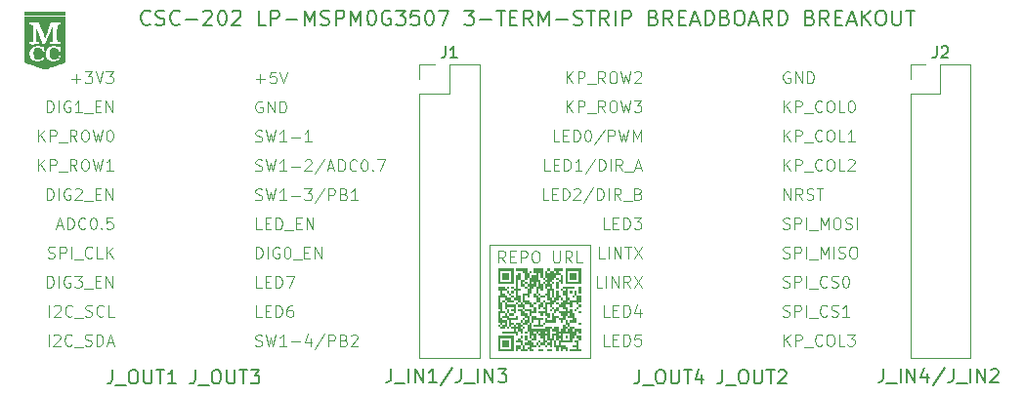
<source format=gto>
%TF.GenerationSoftware,KiCad,Pcbnew,9.0.0*%
%TF.CreationDate,2025-09-30T11:45:59-04:00*%
%TF.ProjectId,CSC202_LP_MSPM0G3507_3TERM_BREAKOUT,43534332-3032-45f4-9c50-5f4d53504d30,rev?*%
%TF.SameCoordinates,Original*%
%TF.FileFunction,Legend,Top*%
%TF.FilePolarity,Positive*%
%FSLAX46Y46*%
G04 Gerber Fmt 4.6, Leading zero omitted, Abs format (unit mm)*
G04 Created by KiCad (PCBNEW 9.0.0) date 2025-09-30 11:45:59*
%MOMM*%
%LPD*%
G01*
G04 APERTURE LIST*
%ADD10C,0.100000*%
%ADD11C,0.150000*%
%ADD12C,0.162500*%
%ADD13C,0.120000*%
%ADD14C,0.000000*%
G04 APERTURE END LIST*
D10*
X130844859Y-101610000D02*
X139595142Y-101610000D01*
X139595142Y-111450283D01*
X130844859Y-111450283D01*
X130844859Y-101610000D01*
X156894262Y-86627682D02*
X156799024Y-86580063D01*
X156799024Y-86580063D02*
X156656167Y-86580063D01*
X156656167Y-86580063D02*
X156513310Y-86627682D01*
X156513310Y-86627682D02*
X156418072Y-86722920D01*
X156418072Y-86722920D02*
X156370453Y-86818158D01*
X156370453Y-86818158D02*
X156322834Y-87008634D01*
X156322834Y-87008634D02*
X156322834Y-87151491D01*
X156322834Y-87151491D02*
X156370453Y-87341967D01*
X156370453Y-87341967D02*
X156418072Y-87437205D01*
X156418072Y-87437205D02*
X156513310Y-87532444D01*
X156513310Y-87532444D02*
X156656167Y-87580063D01*
X156656167Y-87580063D02*
X156751405Y-87580063D01*
X156751405Y-87580063D02*
X156894262Y-87532444D01*
X156894262Y-87532444D02*
X156941881Y-87484824D01*
X156941881Y-87484824D02*
X156941881Y-87151491D01*
X156941881Y-87151491D02*
X156751405Y-87151491D01*
X157370453Y-87580063D02*
X157370453Y-86580063D01*
X157370453Y-86580063D02*
X157941881Y-87580063D01*
X157941881Y-87580063D02*
X157941881Y-86580063D01*
X158418072Y-87580063D02*
X158418072Y-86580063D01*
X158418072Y-86580063D02*
X158656167Y-86580063D01*
X158656167Y-86580063D02*
X158799024Y-86627682D01*
X158799024Y-86627682D02*
X158894262Y-86722920D01*
X158894262Y-86722920D02*
X158941881Y-86818158D01*
X158941881Y-86818158D02*
X158989500Y-87008634D01*
X158989500Y-87008634D02*
X158989500Y-87151491D01*
X158989500Y-87151491D02*
X158941881Y-87341967D01*
X158941881Y-87341967D02*
X158894262Y-87437205D01*
X158894262Y-87437205D02*
X158799024Y-87532444D01*
X158799024Y-87532444D02*
X158656167Y-87580063D01*
X158656167Y-87580063D02*
X158418072Y-87580063D01*
X110602834Y-110367044D02*
X110745691Y-110414663D01*
X110745691Y-110414663D02*
X110983786Y-110414663D01*
X110983786Y-110414663D02*
X111079024Y-110367044D01*
X111079024Y-110367044D02*
X111126643Y-110319424D01*
X111126643Y-110319424D02*
X111174262Y-110224186D01*
X111174262Y-110224186D02*
X111174262Y-110128948D01*
X111174262Y-110128948D02*
X111126643Y-110033710D01*
X111126643Y-110033710D02*
X111079024Y-109986091D01*
X111079024Y-109986091D02*
X110983786Y-109938472D01*
X110983786Y-109938472D02*
X110793310Y-109890853D01*
X110793310Y-109890853D02*
X110698072Y-109843234D01*
X110698072Y-109843234D02*
X110650453Y-109795615D01*
X110650453Y-109795615D02*
X110602834Y-109700377D01*
X110602834Y-109700377D02*
X110602834Y-109605139D01*
X110602834Y-109605139D02*
X110650453Y-109509901D01*
X110650453Y-109509901D02*
X110698072Y-109462282D01*
X110698072Y-109462282D02*
X110793310Y-109414663D01*
X110793310Y-109414663D02*
X111031405Y-109414663D01*
X111031405Y-109414663D02*
X111174262Y-109462282D01*
X111507596Y-109414663D02*
X111745691Y-110414663D01*
X111745691Y-110414663D02*
X111936167Y-109700377D01*
X111936167Y-109700377D02*
X112126643Y-110414663D01*
X112126643Y-110414663D02*
X112364739Y-109414663D01*
X113269500Y-110414663D02*
X112698072Y-110414663D01*
X112983786Y-110414663D02*
X112983786Y-109414663D01*
X112983786Y-109414663D02*
X112888548Y-109557520D01*
X112888548Y-109557520D02*
X112793310Y-109652758D01*
X112793310Y-109652758D02*
X112698072Y-109700377D01*
X113698072Y-110033710D02*
X114459977Y-110033710D01*
X115364738Y-109747996D02*
X115364738Y-110414663D01*
X115126643Y-109367044D02*
X114888548Y-110081329D01*
X114888548Y-110081329D02*
X115507595Y-110081329D01*
X116602833Y-109367044D02*
X115745691Y-110652758D01*
X116936167Y-110414663D02*
X116936167Y-109414663D01*
X116936167Y-109414663D02*
X117317119Y-109414663D01*
X117317119Y-109414663D02*
X117412357Y-109462282D01*
X117412357Y-109462282D02*
X117459976Y-109509901D01*
X117459976Y-109509901D02*
X117507595Y-109605139D01*
X117507595Y-109605139D02*
X117507595Y-109747996D01*
X117507595Y-109747996D02*
X117459976Y-109843234D01*
X117459976Y-109843234D02*
X117412357Y-109890853D01*
X117412357Y-109890853D02*
X117317119Y-109938472D01*
X117317119Y-109938472D02*
X116936167Y-109938472D01*
X118269500Y-109890853D02*
X118412357Y-109938472D01*
X118412357Y-109938472D02*
X118459976Y-109986091D01*
X118459976Y-109986091D02*
X118507595Y-110081329D01*
X118507595Y-110081329D02*
X118507595Y-110224186D01*
X118507595Y-110224186D02*
X118459976Y-110319424D01*
X118459976Y-110319424D02*
X118412357Y-110367044D01*
X118412357Y-110367044D02*
X118317119Y-110414663D01*
X118317119Y-110414663D02*
X117936167Y-110414663D01*
X117936167Y-110414663D02*
X117936167Y-109414663D01*
X117936167Y-109414663D02*
X118269500Y-109414663D01*
X118269500Y-109414663D02*
X118364738Y-109462282D01*
X118364738Y-109462282D02*
X118412357Y-109509901D01*
X118412357Y-109509901D02*
X118459976Y-109605139D01*
X118459976Y-109605139D02*
X118459976Y-109700377D01*
X118459976Y-109700377D02*
X118412357Y-109795615D01*
X118412357Y-109795615D02*
X118364738Y-109843234D01*
X118364738Y-109843234D02*
X118269500Y-109890853D01*
X118269500Y-109890853D02*
X117936167Y-109890853D01*
X118888548Y-109509901D02*
X118936167Y-109462282D01*
X118936167Y-109462282D02*
X119031405Y-109414663D01*
X119031405Y-109414663D02*
X119269500Y-109414663D01*
X119269500Y-109414663D02*
X119364738Y-109462282D01*
X119364738Y-109462282D02*
X119412357Y-109509901D01*
X119412357Y-109509901D02*
X119459976Y-109605139D01*
X119459976Y-109605139D02*
X119459976Y-109700377D01*
X119459976Y-109700377D02*
X119412357Y-109843234D01*
X119412357Y-109843234D02*
X118840929Y-110414663D01*
X118840929Y-110414663D02*
X119459976Y-110414663D01*
X111174262Y-89187438D02*
X111079024Y-89139819D01*
X111079024Y-89139819D02*
X110936167Y-89139819D01*
X110936167Y-89139819D02*
X110793310Y-89187438D01*
X110793310Y-89187438D02*
X110698072Y-89282676D01*
X110698072Y-89282676D02*
X110650453Y-89377914D01*
X110650453Y-89377914D02*
X110602834Y-89568390D01*
X110602834Y-89568390D02*
X110602834Y-89711247D01*
X110602834Y-89711247D02*
X110650453Y-89901723D01*
X110650453Y-89901723D02*
X110698072Y-89996961D01*
X110698072Y-89996961D02*
X110793310Y-90092200D01*
X110793310Y-90092200D02*
X110936167Y-90139819D01*
X110936167Y-90139819D02*
X111031405Y-90139819D01*
X111031405Y-90139819D02*
X111174262Y-90092200D01*
X111174262Y-90092200D02*
X111221881Y-90044580D01*
X111221881Y-90044580D02*
X111221881Y-89711247D01*
X111221881Y-89711247D02*
X111031405Y-89711247D01*
X111650453Y-90139819D02*
X111650453Y-89139819D01*
X111650453Y-89139819D02*
X112221881Y-90139819D01*
X112221881Y-90139819D02*
X112221881Y-89139819D01*
X112698072Y-90139819D02*
X112698072Y-89139819D01*
X112698072Y-89139819D02*
X112936167Y-89139819D01*
X112936167Y-89139819D02*
X113079024Y-89187438D01*
X113079024Y-89187438D02*
X113174262Y-89282676D01*
X113174262Y-89282676D02*
X113221881Y-89377914D01*
X113221881Y-89377914D02*
X113269500Y-89568390D01*
X113269500Y-89568390D02*
X113269500Y-89711247D01*
X113269500Y-89711247D02*
X113221881Y-89901723D01*
X113221881Y-89901723D02*
X113174262Y-89996961D01*
X113174262Y-89996961D02*
X113079024Y-90092200D01*
X113079024Y-90092200D02*
X112936167Y-90139819D01*
X112936167Y-90139819D02*
X112698072Y-90139819D01*
X92682475Y-110389263D02*
X92682475Y-109389263D01*
X93111046Y-109484501D02*
X93158665Y-109436882D01*
X93158665Y-109436882D02*
X93253903Y-109389263D01*
X93253903Y-109389263D02*
X93491998Y-109389263D01*
X93491998Y-109389263D02*
X93587236Y-109436882D01*
X93587236Y-109436882D02*
X93634855Y-109484501D01*
X93634855Y-109484501D02*
X93682474Y-109579739D01*
X93682474Y-109579739D02*
X93682474Y-109674977D01*
X93682474Y-109674977D02*
X93634855Y-109817834D01*
X93634855Y-109817834D02*
X93063427Y-110389263D01*
X93063427Y-110389263D02*
X93682474Y-110389263D01*
X94682474Y-110294024D02*
X94634855Y-110341644D01*
X94634855Y-110341644D02*
X94491998Y-110389263D01*
X94491998Y-110389263D02*
X94396760Y-110389263D01*
X94396760Y-110389263D02*
X94253903Y-110341644D01*
X94253903Y-110341644D02*
X94158665Y-110246405D01*
X94158665Y-110246405D02*
X94111046Y-110151167D01*
X94111046Y-110151167D02*
X94063427Y-109960691D01*
X94063427Y-109960691D02*
X94063427Y-109817834D01*
X94063427Y-109817834D02*
X94111046Y-109627358D01*
X94111046Y-109627358D02*
X94158665Y-109532120D01*
X94158665Y-109532120D02*
X94253903Y-109436882D01*
X94253903Y-109436882D02*
X94396760Y-109389263D01*
X94396760Y-109389263D02*
X94491998Y-109389263D01*
X94491998Y-109389263D02*
X94634855Y-109436882D01*
X94634855Y-109436882D02*
X94682474Y-109484501D01*
X94872951Y-110484501D02*
X95634855Y-110484501D01*
X95825332Y-110341644D02*
X95968189Y-110389263D01*
X95968189Y-110389263D02*
X96206284Y-110389263D01*
X96206284Y-110389263D02*
X96301522Y-110341644D01*
X96301522Y-110341644D02*
X96349141Y-110294024D01*
X96349141Y-110294024D02*
X96396760Y-110198786D01*
X96396760Y-110198786D02*
X96396760Y-110103548D01*
X96396760Y-110103548D02*
X96349141Y-110008310D01*
X96349141Y-110008310D02*
X96301522Y-109960691D01*
X96301522Y-109960691D02*
X96206284Y-109913072D01*
X96206284Y-109913072D02*
X96015808Y-109865453D01*
X96015808Y-109865453D02*
X95920570Y-109817834D01*
X95920570Y-109817834D02*
X95872951Y-109770215D01*
X95872951Y-109770215D02*
X95825332Y-109674977D01*
X95825332Y-109674977D02*
X95825332Y-109579739D01*
X95825332Y-109579739D02*
X95872951Y-109484501D01*
X95872951Y-109484501D02*
X95920570Y-109436882D01*
X95920570Y-109436882D02*
X96015808Y-109389263D01*
X96015808Y-109389263D02*
X96253903Y-109389263D01*
X96253903Y-109389263D02*
X96396760Y-109436882D01*
X96825332Y-110389263D02*
X96825332Y-109389263D01*
X96825332Y-109389263D02*
X97063427Y-109389263D01*
X97063427Y-109389263D02*
X97206284Y-109436882D01*
X97206284Y-109436882D02*
X97301522Y-109532120D01*
X97301522Y-109532120D02*
X97349141Y-109627358D01*
X97349141Y-109627358D02*
X97396760Y-109817834D01*
X97396760Y-109817834D02*
X97396760Y-109960691D01*
X97396760Y-109960691D02*
X97349141Y-110151167D01*
X97349141Y-110151167D02*
X97301522Y-110246405D01*
X97301522Y-110246405D02*
X97206284Y-110341644D01*
X97206284Y-110341644D02*
X97063427Y-110389263D01*
X97063427Y-110389263D02*
X96825332Y-110389263D01*
X97777713Y-110103548D02*
X98253903Y-110103548D01*
X97682475Y-110389263D02*
X98015808Y-109389263D01*
X98015808Y-109389263D02*
X98349141Y-110389263D01*
X111126643Y-100277241D02*
X110650453Y-100277241D01*
X110650453Y-100277241D02*
X110650453Y-99277241D01*
X111459977Y-99753431D02*
X111793310Y-99753431D01*
X111936167Y-100277241D02*
X111459977Y-100277241D01*
X111459977Y-100277241D02*
X111459977Y-99277241D01*
X111459977Y-99277241D02*
X111936167Y-99277241D01*
X112364739Y-100277241D02*
X112364739Y-99277241D01*
X112364739Y-99277241D02*
X112602834Y-99277241D01*
X112602834Y-99277241D02*
X112745691Y-99324860D01*
X112745691Y-99324860D02*
X112840929Y-99420098D01*
X112840929Y-99420098D02*
X112888548Y-99515336D01*
X112888548Y-99515336D02*
X112936167Y-99705812D01*
X112936167Y-99705812D02*
X112936167Y-99848669D01*
X112936167Y-99848669D02*
X112888548Y-100039145D01*
X112888548Y-100039145D02*
X112840929Y-100134383D01*
X112840929Y-100134383D02*
X112745691Y-100229622D01*
X112745691Y-100229622D02*
X112602834Y-100277241D01*
X112602834Y-100277241D02*
X112364739Y-100277241D01*
X113126644Y-100372479D02*
X113888548Y-100372479D01*
X114126644Y-99753431D02*
X114459977Y-99753431D01*
X114602834Y-100277241D02*
X114126644Y-100277241D01*
X114126644Y-100277241D02*
X114126644Y-99277241D01*
X114126644Y-99277241D02*
X114602834Y-99277241D01*
X115031406Y-100277241D02*
X115031406Y-99277241D01*
X115031406Y-99277241D02*
X115602834Y-100277241D01*
X115602834Y-100277241D02*
X115602834Y-99277241D01*
X111126643Y-107880307D02*
X110650453Y-107880307D01*
X110650453Y-107880307D02*
X110650453Y-106880307D01*
X111459977Y-107356497D02*
X111793310Y-107356497D01*
X111936167Y-107880307D02*
X111459977Y-107880307D01*
X111459977Y-107880307D02*
X111459977Y-106880307D01*
X111459977Y-106880307D02*
X111936167Y-106880307D01*
X112364739Y-107880307D02*
X112364739Y-106880307D01*
X112364739Y-106880307D02*
X112602834Y-106880307D01*
X112602834Y-106880307D02*
X112745691Y-106927926D01*
X112745691Y-106927926D02*
X112840929Y-107023164D01*
X112840929Y-107023164D02*
X112888548Y-107118402D01*
X112888548Y-107118402D02*
X112936167Y-107308878D01*
X112936167Y-107308878D02*
X112936167Y-107451735D01*
X112936167Y-107451735D02*
X112888548Y-107642211D01*
X112888548Y-107642211D02*
X112840929Y-107737449D01*
X112840929Y-107737449D02*
X112745691Y-107832688D01*
X112745691Y-107832688D02*
X112602834Y-107880307D01*
X112602834Y-107880307D02*
X112364739Y-107880307D01*
X113793310Y-106880307D02*
X113602834Y-106880307D01*
X113602834Y-106880307D02*
X113507596Y-106927926D01*
X113507596Y-106927926D02*
X113459977Y-106975545D01*
X113459977Y-106975545D02*
X113364739Y-107118402D01*
X113364739Y-107118402D02*
X113317120Y-107308878D01*
X113317120Y-107308878D02*
X113317120Y-107689830D01*
X113317120Y-107689830D02*
X113364739Y-107785068D01*
X113364739Y-107785068D02*
X113412358Y-107832688D01*
X113412358Y-107832688D02*
X113507596Y-107880307D01*
X113507596Y-107880307D02*
X113698072Y-107880307D01*
X113698072Y-107880307D02*
X113793310Y-107832688D01*
X113793310Y-107832688D02*
X113840929Y-107785068D01*
X113840929Y-107785068D02*
X113888548Y-107689830D01*
X113888548Y-107689830D02*
X113888548Y-107451735D01*
X113888548Y-107451735D02*
X113840929Y-107356497D01*
X113840929Y-107356497D02*
X113793310Y-107308878D01*
X113793310Y-107308878D02*
X113698072Y-107261259D01*
X113698072Y-107261259D02*
X113507596Y-107261259D01*
X113507596Y-107261259D02*
X113412358Y-107308878D01*
X113412358Y-107308878D02*
X113364739Y-107356497D01*
X113364739Y-107356497D02*
X113317120Y-107451735D01*
X136119941Y-95183130D02*
X135643751Y-95183130D01*
X135643751Y-95183130D02*
X135643751Y-94183130D01*
X136453275Y-94659320D02*
X136786608Y-94659320D01*
X136929465Y-95183130D02*
X136453275Y-95183130D01*
X136453275Y-95183130D02*
X136453275Y-94183130D01*
X136453275Y-94183130D02*
X136929465Y-94183130D01*
X137358037Y-95183130D02*
X137358037Y-94183130D01*
X137358037Y-94183130D02*
X137596132Y-94183130D01*
X137596132Y-94183130D02*
X137738989Y-94230749D01*
X137738989Y-94230749D02*
X137834227Y-94325987D01*
X137834227Y-94325987D02*
X137881846Y-94421225D01*
X137881846Y-94421225D02*
X137929465Y-94611701D01*
X137929465Y-94611701D02*
X137929465Y-94754558D01*
X137929465Y-94754558D02*
X137881846Y-94945034D01*
X137881846Y-94945034D02*
X137834227Y-95040272D01*
X137834227Y-95040272D02*
X137738989Y-95135511D01*
X137738989Y-95135511D02*
X137596132Y-95183130D01*
X137596132Y-95183130D02*
X137358037Y-95183130D01*
X138881846Y-95183130D02*
X138310418Y-95183130D01*
X138596132Y-95183130D02*
X138596132Y-94183130D01*
X138596132Y-94183130D02*
X138500894Y-94325987D01*
X138500894Y-94325987D02*
X138405656Y-94421225D01*
X138405656Y-94421225D02*
X138310418Y-94468844D01*
X140024703Y-94135511D02*
X139167561Y-95421225D01*
X140358037Y-95183130D02*
X140358037Y-94183130D01*
X140358037Y-94183130D02*
X140596132Y-94183130D01*
X140596132Y-94183130D02*
X140738989Y-94230749D01*
X140738989Y-94230749D02*
X140834227Y-94325987D01*
X140834227Y-94325987D02*
X140881846Y-94421225D01*
X140881846Y-94421225D02*
X140929465Y-94611701D01*
X140929465Y-94611701D02*
X140929465Y-94754558D01*
X140929465Y-94754558D02*
X140881846Y-94945034D01*
X140881846Y-94945034D02*
X140834227Y-95040272D01*
X140834227Y-95040272D02*
X140738989Y-95135511D01*
X140738989Y-95135511D02*
X140596132Y-95183130D01*
X140596132Y-95183130D02*
X140358037Y-95183130D01*
X141358037Y-95183130D02*
X141358037Y-94183130D01*
X142405655Y-95183130D02*
X142072322Y-94706939D01*
X141834227Y-95183130D02*
X141834227Y-94183130D01*
X141834227Y-94183130D02*
X142215179Y-94183130D01*
X142215179Y-94183130D02*
X142310417Y-94230749D01*
X142310417Y-94230749D02*
X142358036Y-94278368D01*
X142358036Y-94278368D02*
X142405655Y-94373606D01*
X142405655Y-94373606D02*
X142405655Y-94516463D01*
X142405655Y-94516463D02*
X142358036Y-94611701D01*
X142358036Y-94611701D02*
X142310417Y-94659320D01*
X142310417Y-94659320D02*
X142215179Y-94706939D01*
X142215179Y-94706939D02*
X141834227Y-94706939D01*
X142596132Y-95278368D02*
X143358036Y-95278368D01*
X143548513Y-94897415D02*
X144024703Y-94897415D01*
X143453275Y-95183130D02*
X143786608Y-94183130D01*
X143786608Y-94183130D02*
X144119941Y-95183130D01*
D11*
X98199340Y-112474742D02*
X98199340Y-113331885D01*
X98199340Y-113331885D02*
X98142197Y-113503314D01*
X98142197Y-113503314D02*
X98027911Y-113617600D01*
X98027911Y-113617600D02*
X97856483Y-113674742D01*
X97856483Y-113674742D02*
X97742197Y-113674742D01*
X98485055Y-113789028D02*
X99399340Y-113789028D01*
X99913626Y-112474742D02*
X100142198Y-112474742D01*
X100142198Y-112474742D02*
X100256483Y-112531885D01*
X100256483Y-112531885D02*
X100370769Y-112646171D01*
X100370769Y-112646171D02*
X100427912Y-112874742D01*
X100427912Y-112874742D02*
X100427912Y-113274742D01*
X100427912Y-113274742D02*
X100370769Y-113503314D01*
X100370769Y-113503314D02*
X100256483Y-113617600D01*
X100256483Y-113617600D02*
X100142198Y-113674742D01*
X100142198Y-113674742D02*
X99913626Y-113674742D01*
X99913626Y-113674742D02*
X99799341Y-113617600D01*
X99799341Y-113617600D02*
X99685055Y-113503314D01*
X99685055Y-113503314D02*
X99627912Y-113274742D01*
X99627912Y-113274742D02*
X99627912Y-112874742D01*
X99627912Y-112874742D02*
X99685055Y-112646171D01*
X99685055Y-112646171D02*
X99799341Y-112531885D01*
X99799341Y-112531885D02*
X99913626Y-112474742D01*
X100942198Y-112474742D02*
X100942198Y-113446171D01*
X100942198Y-113446171D02*
X100999341Y-113560457D01*
X100999341Y-113560457D02*
X101056484Y-113617600D01*
X101056484Y-113617600D02*
X101170769Y-113674742D01*
X101170769Y-113674742D02*
X101399341Y-113674742D01*
X101399341Y-113674742D02*
X101513626Y-113617600D01*
X101513626Y-113617600D02*
X101570769Y-113560457D01*
X101570769Y-113560457D02*
X101627912Y-113446171D01*
X101627912Y-113446171D02*
X101627912Y-112474742D01*
X102027912Y-112474742D02*
X102713627Y-112474742D01*
X102370769Y-113674742D02*
X102370769Y-112474742D01*
X103742198Y-113674742D02*
X103056484Y-113674742D01*
X103399341Y-113674742D02*
X103399341Y-112474742D01*
X103399341Y-112474742D02*
X103285055Y-112646171D01*
X103285055Y-112646171D02*
X103170770Y-112760457D01*
X103170770Y-112760457D02*
X103056484Y-112817600D01*
D10*
X156322834Y-102738577D02*
X156465691Y-102786196D01*
X156465691Y-102786196D02*
X156703786Y-102786196D01*
X156703786Y-102786196D02*
X156799024Y-102738577D01*
X156799024Y-102738577D02*
X156846643Y-102690957D01*
X156846643Y-102690957D02*
X156894262Y-102595719D01*
X156894262Y-102595719D02*
X156894262Y-102500481D01*
X156894262Y-102500481D02*
X156846643Y-102405243D01*
X156846643Y-102405243D02*
X156799024Y-102357624D01*
X156799024Y-102357624D02*
X156703786Y-102310005D01*
X156703786Y-102310005D02*
X156513310Y-102262386D01*
X156513310Y-102262386D02*
X156418072Y-102214767D01*
X156418072Y-102214767D02*
X156370453Y-102167148D01*
X156370453Y-102167148D02*
X156322834Y-102071910D01*
X156322834Y-102071910D02*
X156322834Y-101976672D01*
X156322834Y-101976672D02*
X156370453Y-101881434D01*
X156370453Y-101881434D02*
X156418072Y-101833815D01*
X156418072Y-101833815D02*
X156513310Y-101786196D01*
X156513310Y-101786196D02*
X156751405Y-101786196D01*
X156751405Y-101786196D02*
X156894262Y-101833815D01*
X157322834Y-102786196D02*
X157322834Y-101786196D01*
X157322834Y-101786196D02*
X157703786Y-101786196D01*
X157703786Y-101786196D02*
X157799024Y-101833815D01*
X157799024Y-101833815D02*
X157846643Y-101881434D01*
X157846643Y-101881434D02*
X157894262Y-101976672D01*
X157894262Y-101976672D02*
X157894262Y-102119529D01*
X157894262Y-102119529D02*
X157846643Y-102214767D01*
X157846643Y-102214767D02*
X157799024Y-102262386D01*
X157799024Y-102262386D02*
X157703786Y-102310005D01*
X157703786Y-102310005D02*
X157322834Y-102310005D01*
X158322834Y-102786196D02*
X158322834Y-101786196D01*
X158560929Y-102881434D02*
X159322833Y-102881434D01*
X159560929Y-102786196D02*
X159560929Y-101786196D01*
X159560929Y-101786196D02*
X159894262Y-102500481D01*
X159894262Y-102500481D02*
X160227595Y-101786196D01*
X160227595Y-101786196D02*
X160227595Y-102786196D01*
X160703786Y-102786196D02*
X160703786Y-101786196D01*
X161132357Y-102738577D02*
X161275214Y-102786196D01*
X161275214Y-102786196D02*
X161513309Y-102786196D01*
X161513309Y-102786196D02*
X161608547Y-102738577D01*
X161608547Y-102738577D02*
X161656166Y-102690957D01*
X161656166Y-102690957D02*
X161703785Y-102595719D01*
X161703785Y-102595719D02*
X161703785Y-102500481D01*
X161703785Y-102500481D02*
X161656166Y-102405243D01*
X161656166Y-102405243D02*
X161608547Y-102357624D01*
X161608547Y-102357624D02*
X161513309Y-102310005D01*
X161513309Y-102310005D02*
X161322833Y-102262386D01*
X161322833Y-102262386D02*
X161227595Y-102214767D01*
X161227595Y-102214767D02*
X161179976Y-102167148D01*
X161179976Y-102167148D02*
X161132357Y-102071910D01*
X161132357Y-102071910D02*
X161132357Y-101976672D01*
X161132357Y-101976672D02*
X161179976Y-101881434D01*
X161179976Y-101881434D02*
X161227595Y-101833815D01*
X161227595Y-101833815D02*
X161322833Y-101786196D01*
X161322833Y-101786196D02*
X161560928Y-101786196D01*
X161560928Y-101786196D02*
X161703785Y-101833815D01*
X162322833Y-101786196D02*
X162513309Y-101786196D01*
X162513309Y-101786196D02*
X162608547Y-101833815D01*
X162608547Y-101833815D02*
X162703785Y-101929053D01*
X162703785Y-101929053D02*
X162751404Y-102119529D01*
X162751404Y-102119529D02*
X162751404Y-102452862D01*
X162751404Y-102452862D02*
X162703785Y-102643338D01*
X162703785Y-102643338D02*
X162608547Y-102738577D01*
X162608547Y-102738577D02*
X162513309Y-102786196D01*
X162513309Y-102786196D02*
X162322833Y-102786196D01*
X162322833Y-102786196D02*
X162227595Y-102738577D01*
X162227595Y-102738577D02*
X162132357Y-102643338D01*
X162132357Y-102643338D02*
X162084738Y-102452862D01*
X162084738Y-102452862D02*
X162084738Y-102119529D01*
X162084738Y-102119529D02*
X162132357Y-101929053D01*
X162132357Y-101929053D02*
X162227595Y-101833815D01*
X162227595Y-101833815D02*
X162322833Y-101786196D01*
X156370453Y-95183130D02*
X156370453Y-94183130D01*
X156941881Y-95183130D02*
X156513310Y-94611701D01*
X156941881Y-94183130D02*
X156370453Y-94754558D01*
X157370453Y-95183130D02*
X157370453Y-94183130D01*
X157370453Y-94183130D02*
X157751405Y-94183130D01*
X157751405Y-94183130D02*
X157846643Y-94230749D01*
X157846643Y-94230749D02*
X157894262Y-94278368D01*
X157894262Y-94278368D02*
X157941881Y-94373606D01*
X157941881Y-94373606D02*
X157941881Y-94516463D01*
X157941881Y-94516463D02*
X157894262Y-94611701D01*
X157894262Y-94611701D02*
X157846643Y-94659320D01*
X157846643Y-94659320D02*
X157751405Y-94706939D01*
X157751405Y-94706939D02*
X157370453Y-94706939D01*
X158132358Y-95278368D02*
X158894262Y-95278368D01*
X159703786Y-95087891D02*
X159656167Y-95135511D01*
X159656167Y-95135511D02*
X159513310Y-95183130D01*
X159513310Y-95183130D02*
X159418072Y-95183130D01*
X159418072Y-95183130D02*
X159275215Y-95135511D01*
X159275215Y-95135511D02*
X159179977Y-95040272D01*
X159179977Y-95040272D02*
X159132358Y-94945034D01*
X159132358Y-94945034D02*
X159084739Y-94754558D01*
X159084739Y-94754558D02*
X159084739Y-94611701D01*
X159084739Y-94611701D02*
X159132358Y-94421225D01*
X159132358Y-94421225D02*
X159179977Y-94325987D01*
X159179977Y-94325987D02*
X159275215Y-94230749D01*
X159275215Y-94230749D02*
X159418072Y-94183130D01*
X159418072Y-94183130D02*
X159513310Y-94183130D01*
X159513310Y-94183130D02*
X159656167Y-94230749D01*
X159656167Y-94230749D02*
X159703786Y-94278368D01*
X160322834Y-94183130D02*
X160513310Y-94183130D01*
X160513310Y-94183130D02*
X160608548Y-94230749D01*
X160608548Y-94230749D02*
X160703786Y-94325987D01*
X160703786Y-94325987D02*
X160751405Y-94516463D01*
X160751405Y-94516463D02*
X160751405Y-94849796D01*
X160751405Y-94849796D02*
X160703786Y-95040272D01*
X160703786Y-95040272D02*
X160608548Y-95135511D01*
X160608548Y-95135511D02*
X160513310Y-95183130D01*
X160513310Y-95183130D02*
X160322834Y-95183130D01*
X160322834Y-95183130D02*
X160227596Y-95135511D01*
X160227596Y-95135511D02*
X160132358Y-95040272D01*
X160132358Y-95040272D02*
X160084739Y-94849796D01*
X160084739Y-94849796D02*
X160084739Y-94516463D01*
X160084739Y-94516463D02*
X160132358Y-94325987D01*
X160132358Y-94325987D02*
X160227596Y-94230749D01*
X160227596Y-94230749D02*
X160322834Y-94183130D01*
X161656167Y-95183130D02*
X161179977Y-95183130D01*
X161179977Y-95183130D02*
X161179977Y-94183130D01*
X161941882Y-94278368D02*
X161989501Y-94230749D01*
X161989501Y-94230749D02*
X162084739Y-94183130D01*
X162084739Y-94183130D02*
X162322834Y-94183130D01*
X162322834Y-94183130D02*
X162418072Y-94230749D01*
X162418072Y-94230749D02*
X162465691Y-94278368D01*
X162465691Y-94278368D02*
X162513310Y-94373606D01*
X162513310Y-94373606D02*
X162513310Y-94468844D01*
X162513310Y-94468844D02*
X162465691Y-94611701D01*
X162465691Y-94611701D02*
X161894263Y-95183130D01*
X161894263Y-95183130D02*
X162513310Y-95183130D01*
D11*
X122361368Y-112367498D02*
X122361368Y-113224641D01*
X122361368Y-113224641D02*
X122304225Y-113396070D01*
X122304225Y-113396070D02*
X122189939Y-113510356D01*
X122189939Y-113510356D02*
X122018511Y-113567498D01*
X122018511Y-113567498D02*
X121904225Y-113567498D01*
X122647083Y-113681784D02*
X123561368Y-113681784D01*
X123847083Y-113567498D02*
X123847083Y-112367498D01*
X124418512Y-113567498D02*
X124418512Y-112367498D01*
X124418512Y-112367498D02*
X125104226Y-113567498D01*
X125104226Y-113567498D02*
X125104226Y-112367498D01*
X126304226Y-113567498D02*
X125618512Y-113567498D01*
X125961369Y-113567498D02*
X125961369Y-112367498D01*
X125961369Y-112367498D02*
X125847083Y-112538927D01*
X125847083Y-112538927D02*
X125732798Y-112653213D01*
X125732798Y-112653213D02*
X125618512Y-112710356D01*
X127675655Y-112310356D02*
X126647083Y-113853213D01*
X128418512Y-112367498D02*
X128418512Y-113224641D01*
X128418512Y-113224641D02*
X128361369Y-113396070D01*
X128361369Y-113396070D02*
X128247083Y-113510356D01*
X128247083Y-113510356D02*
X128075655Y-113567498D01*
X128075655Y-113567498D02*
X127961369Y-113567498D01*
X128704227Y-113681784D02*
X129618512Y-113681784D01*
X129904227Y-113567498D02*
X129904227Y-112367498D01*
X130475656Y-113567498D02*
X130475656Y-112367498D01*
X130475656Y-112367498D02*
X131161370Y-113567498D01*
X131161370Y-113567498D02*
X131161370Y-112367498D01*
X131618513Y-112367498D02*
X132361370Y-112367498D01*
X132361370Y-112367498D02*
X131961370Y-112824641D01*
X131961370Y-112824641D02*
X132132799Y-112824641D01*
X132132799Y-112824641D02*
X132247085Y-112881784D01*
X132247085Y-112881784D02*
X132304227Y-112938927D01*
X132304227Y-112938927D02*
X132361370Y-113053213D01*
X132361370Y-113053213D02*
X132361370Y-113338927D01*
X132361370Y-113338927D02*
X132304227Y-113453213D01*
X132304227Y-113453213D02*
X132247085Y-113510356D01*
X132247085Y-113510356D02*
X132132799Y-113567498D01*
X132132799Y-113567498D02*
X131789942Y-113567498D01*
X131789942Y-113567498D02*
X131675656Y-113510356D01*
X131675656Y-113510356D02*
X131618513Y-113453213D01*
D10*
X132259598Y-103162419D02*
X131926265Y-102686228D01*
X131688170Y-103162419D02*
X131688170Y-102162419D01*
X131688170Y-102162419D02*
X132069122Y-102162419D01*
X132069122Y-102162419D02*
X132164360Y-102210038D01*
X132164360Y-102210038D02*
X132211979Y-102257657D01*
X132211979Y-102257657D02*
X132259598Y-102352895D01*
X132259598Y-102352895D02*
X132259598Y-102495752D01*
X132259598Y-102495752D02*
X132211979Y-102590990D01*
X132211979Y-102590990D02*
X132164360Y-102638609D01*
X132164360Y-102638609D02*
X132069122Y-102686228D01*
X132069122Y-102686228D02*
X131688170Y-102686228D01*
X132688170Y-102638609D02*
X133021503Y-102638609D01*
X133164360Y-103162419D02*
X132688170Y-103162419D01*
X132688170Y-103162419D02*
X132688170Y-102162419D01*
X132688170Y-102162419D02*
X133164360Y-102162419D01*
X133592932Y-103162419D02*
X133592932Y-102162419D01*
X133592932Y-102162419D02*
X133973884Y-102162419D01*
X133973884Y-102162419D02*
X134069122Y-102210038D01*
X134069122Y-102210038D02*
X134116741Y-102257657D01*
X134116741Y-102257657D02*
X134164360Y-102352895D01*
X134164360Y-102352895D02*
X134164360Y-102495752D01*
X134164360Y-102495752D02*
X134116741Y-102590990D01*
X134116741Y-102590990D02*
X134069122Y-102638609D01*
X134069122Y-102638609D02*
X133973884Y-102686228D01*
X133973884Y-102686228D02*
X133592932Y-102686228D01*
X134783408Y-102162419D02*
X134973884Y-102162419D01*
X134973884Y-102162419D02*
X135069122Y-102210038D01*
X135069122Y-102210038D02*
X135164360Y-102305276D01*
X135164360Y-102305276D02*
X135211979Y-102495752D01*
X135211979Y-102495752D02*
X135211979Y-102829085D01*
X135211979Y-102829085D02*
X135164360Y-103019561D01*
X135164360Y-103019561D02*
X135069122Y-103114800D01*
X135069122Y-103114800D02*
X134973884Y-103162419D01*
X134973884Y-103162419D02*
X134783408Y-103162419D01*
X134783408Y-103162419D02*
X134688170Y-103114800D01*
X134688170Y-103114800D02*
X134592932Y-103019561D01*
X134592932Y-103019561D02*
X134545313Y-102829085D01*
X134545313Y-102829085D02*
X134545313Y-102495752D01*
X134545313Y-102495752D02*
X134592932Y-102305276D01*
X134592932Y-102305276D02*
X134688170Y-102210038D01*
X134688170Y-102210038D02*
X134783408Y-102162419D01*
X136402456Y-102162419D02*
X136402456Y-102971942D01*
X136402456Y-102971942D02*
X136450075Y-103067180D01*
X136450075Y-103067180D02*
X136497694Y-103114800D01*
X136497694Y-103114800D02*
X136592932Y-103162419D01*
X136592932Y-103162419D02*
X136783408Y-103162419D01*
X136783408Y-103162419D02*
X136878646Y-103114800D01*
X136878646Y-103114800D02*
X136926265Y-103067180D01*
X136926265Y-103067180D02*
X136973884Y-102971942D01*
X136973884Y-102971942D02*
X136973884Y-102162419D01*
X138021503Y-103162419D02*
X137688170Y-102686228D01*
X137450075Y-103162419D02*
X137450075Y-102162419D01*
X137450075Y-102162419D02*
X137831027Y-102162419D01*
X137831027Y-102162419D02*
X137926265Y-102210038D01*
X137926265Y-102210038D02*
X137973884Y-102257657D01*
X137973884Y-102257657D02*
X138021503Y-102352895D01*
X138021503Y-102352895D02*
X138021503Y-102495752D01*
X138021503Y-102495752D02*
X137973884Y-102590990D01*
X137973884Y-102590990D02*
X137926265Y-102638609D01*
X137926265Y-102638609D02*
X137831027Y-102686228D01*
X137831027Y-102686228D02*
X137450075Y-102686228D01*
X138926265Y-103162419D02*
X138450075Y-103162419D01*
X138450075Y-103162419D02*
X138450075Y-102162419D01*
X156322834Y-105272933D02*
X156465691Y-105320552D01*
X156465691Y-105320552D02*
X156703786Y-105320552D01*
X156703786Y-105320552D02*
X156799024Y-105272933D01*
X156799024Y-105272933D02*
X156846643Y-105225313D01*
X156846643Y-105225313D02*
X156894262Y-105130075D01*
X156894262Y-105130075D02*
X156894262Y-105034837D01*
X156894262Y-105034837D02*
X156846643Y-104939599D01*
X156846643Y-104939599D02*
X156799024Y-104891980D01*
X156799024Y-104891980D02*
X156703786Y-104844361D01*
X156703786Y-104844361D02*
X156513310Y-104796742D01*
X156513310Y-104796742D02*
X156418072Y-104749123D01*
X156418072Y-104749123D02*
X156370453Y-104701504D01*
X156370453Y-104701504D02*
X156322834Y-104606266D01*
X156322834Y-104606266D02*
X156322834Y-104511028D01*
X156322834Y-104511028D02*
X156370453Y-104415790D01*
X156370453Y-104415790D02*
X156418072Y-104368171D01*
X156418072Y-104368171D02*
X156513310Y-104320552D01*
X156513310Y-104320552D02*
X156751405Y-104320552D01*
X156751405Y-104320552D02*
X156894262Y-104368171D01*
X157322834Y-105320552D02*
X157322834Y-104320552D01*
X157322834Y-104320552D02*
X157703786Y-104320552D01*
X157703786Y-104320552D02*
X157799024Y-104368171D01*
X157799024Y-104368171D02*
X157846643Y-104415790D01*
X157846643Y-104415790D02*
X157894262Y-104511028D01*
X157894262Y-104511028D02*
X157894262Y-104653885D01*
X157894262Y-104653885D02*
X157846643Y-104749123D01*
X157846643Y-104749123D02*
X157799024Y-104796742D01*
X157799024Y-104796742D02*
X157703786Y-104844361D01*
X157703786Y-104844361D02*
X157322834Y-104844361D01*
X158322834Y-105320552D02*
X158322834Y-104320552D01*
X158560929Y-105415790D02*
X159322833Y-105415790D01*
X160132357Y-105225313D02*
X160084738Y-105272933D01*
X160084738Y-105272933D02*
X159941881Y-105320552D01*
X159941881Y-105320552D02*
X159846643Y-105320552D01*
X159846643Y-105320552D02*
X159703786Y-105272933D01*
X159703786Y-105272933D02*
X159608548Y-105177694D01*
X159608548Y-105177694D02*
X159560929Y-105082456D01*
X159560929Y-105082456D02*
X159513310Y-104891980D01*
X159513310Y-104891980D02*
X159513310Y-104749123D01*
X159513310Y-104749123D02*
X159560929Y-104558647D01*
X159560929Y-104558647D02*
X159608548Y-104463409D01*
X159608548Y-104463409D02*
X159703786Y-104368171D01*
X159703786Y-104368171D02*
X159846643Y-104320552D01*
X159846643Y-104320552D02*
X159941881Y-104320552D01*
X159941881Y-104320552D02*
X160084738Y-104368171D01*
X160084738Y-104368171D02*
X160132357Y-104415790D01*
X160513310Y-105272933D02*
X160656167Y-105320552D01*
X160656167Y-105320552D02*
X160894262Y-105320552D01*
X160894262Y-105320552D02*
X160989500Y-105272933D01*
X160989500Y-105272933D02*
X161037119Y-105225313D01*
X161037119Y-105225313D02*
X161084738Y-105130075D01*
X161084738Y-105130075D02*
X161084738Y-105034837D01*
X161084738Y-105034837D02*
X161037119Y-104939599D01*
X161037119Y-104939599D02*
X160989500Y-104891980D01*
X160989500Y-104891980D02*
X160894262Y-104844361D01*
X160894262Y-104844361D02*
X160703786Y-104796742D01*
X160703786Y-104796742D02*
X160608548Y-104749123D01*
X160608548Y-104749123D02*
X160560929Y-104701504D01*
X160560929Y-104701504D02*
X160513310Y-104606266D01*
X160513310Y-104606266D02*
X160513310Y-104511028D01*
X160513310Y-104511028D02*
X160560929Y-104415790D01*
X160560929Y-104415790D02*
X160608548Y-104368171D01*
X160608548Y-104368171D02*
X160703786Y-104320552D01*
X160703786Y-104320552D02*
X160941881Y-104320552D01*
X160941881Y-104320552D02*
X161084738Y-104368171D01*
X161703786Y-104320552D02*
X161799024Y-104320552D01*
X161799024Y-104320552D02*
X161894262Y-104368171D01*
X161894262Y-104368171D02*
X161941881Y-104415790D01*
X161941881Y-104415790D02*
X161989500Y-104511028D01*
X161989500Y-104511028D02*
X162037119Y-104701504D01*
X162037119Y-104701504D02*
X162037119Y-104939599D01*
X162037119Y-104939599D02*
X161989500Y-105130075D01*
X161989500Y-105130075D02*
X161941881Y-105225313D01*
X161941881Y-105225313D02*
X161894262Y-105272933D01*
X161894262Y-105272933D02*
X161799024Y-105320552D01*
X161799024Y-105320552D02*
X161703786Y-105320552D01*
X161703786Y-105320552D02*
X161608548Y-105272933D01*
X161608548Y-105272933D02*
X161560929Y-105225313D01*
X161560929Y-105225313D02*
X161513310Y-105130075D01*
X161513310Y-105130075D02*
X161465691Y-104939599D01*
X161465691Y-104939599D02*
X161465691Y-104701504D01*
X161465691Y-104701504D02*
X161513310Y-104511028D01*
X161513310Y-104511028D02*
X161560929Y-104415790D01*
X161560929Y-104415790D02*
X161608548Y-104368171D01*
X161608548Y-104368171D02*
X161703786Y-104320552D01*
D12*
X101474166Y-82448443D02*
X101412262Y-82510348D01*
X101412262Y-82510348D02*
X101226547Y-82572252D01*
X101226547Y-82572252D02*
X101102738Y-82572252D01*
X101102738Y-82572252D02*
X100917024Y-82510348D01*
X100917024Y-82510348D02*
X100793214Y-82386538D01*
X100793214Y-82386538D02*
X100731309Y-82262728D01*
X100731309Y-82262728D02*
X100669405Y-82015109D01*
X100669405Y-82015109D02*
X100669405Y-81829395D01*
X100669405Y-81829395D02*
X100731309Y-81581776D01*
X100731309Y-81581776D02*
X100793214Y-81457967D01*
X100793214Y-81457967D02*
X100917024Y-81334157D01*
X100917024Y-81334157D02*
X101102738Y-81272252D01*
X101102738Y-81272252D02*
X101226547Y-81272252D01*
X101226547Y-81272252D02*
X101412262Y-81334157D01*
X101412262Y-81334157D02*
X101474166Y-81396062D01*
X101969405Y-82510348D02*
X102155119Y-82572252D01*
X102155119Y-82572252D02*
X102464643Y-82572252D01*
X102464643Y-82572252D02*
X102588452Y-82510348D01*
X102588452Y-82510348D02*
X102650357Y-82448443D01*
X102650357Y-82448443D02*
X102712262Y-82324633D01*
X102712262Y-82324633D02*
X102712262Y-82200824D01*
X102712262Y-82200824D02*
X102650357Y-82077014D01*
X102650357Y-82077014D02*
X102588452Y-82015109D01*
X102588452Y-82015109D02*
X102464643Y-81953205D01*
X102464643Y-81953205D02*
X102217024Y-81891300D01*
X102217024Y-81891300D02*
X102093214Y-81829395D01*
X102093214Y-81829395D02*
X102031309Y-81767490D01*
X102031309Y-81767490D02*
X101969405Y-81643681D01*
X101969405Y-81643681D02*
X101969405Y-81519871D01*
X101969405Y-81519871D02*
X102031309Y-81396062D01*
X102031309Y-81396062D02*
X102093214Y-81334157D01*
X102093214Y-81334157D02*
X102217024Y-81272252D01*
X102217024Y-81272252D02*
X102526547Y-81272252D01*
X102526547Y-81272252D02*
X102712262Y-81334157D01*
X104012261Y-82448443D02*
X103950357Y-82510348D01*
X103950357Y-82510348D02*
X103764642Y-82572252D01*
X103764642Y-82572252D02*
X103640833Y-82572252D01*
X103640833Y-82572252D02*
X103455119Y-82510348D01*
X103455119Y-82510348D02*
X103331309Y-82386538D01*
X103331309Y-82386538D02*
X103269404Y-82262728D01*
X103269404Y-82262728D02*
X103207500Y-82015109D01*
X103207500Y-82015109D02*
X103207500Y-81829395D01*
X103207500Y-81829395D02*
X103269404Y-81581776D01*
X103269404Y-81581776D02*
X103331309Y-81457967D01*
X103331309Y-81457967D02*
X103455119Y-81334157D01*
X103455119Y-81334157D02*
X103640833Y-81272252D01*
X103640833Y-81272252D02*
X103764642Y-81272252D01*
X103764642Y-81272252D02*
X103950357Y-81334157D01*
X103950357Y-81334157D02*
X104012261Y-81396062D01*
X104569404Y-82077014D02*
X105559881Y-82077014D01*
X106117024Y-81396062D02*
X106178928Y-81334157D01*
X106178928Y-81334157D02*
X106302738Y-81272252D01*
X106302738Y-81272252D02*
X106612262Y-81272252D01*
X106612262Y-81272252D02*
X106736071Y-81334157D01*
X106736071Y-81334157D02*
X106797976Y-81396062D01*
X106797976Y-81396062D02*
X106859881Y-81519871D01*
X106859881Y-81519871D02*
X106859881Y-81643681D01*
X106859881Y-81643681D02*
X106797976Y-81829395D01*
X106797976Y-81829395D02*
X106055119Y-82572252D01*
X106055119Y-82572252D02*
X106859881Y-82572252D01*
X107664642Y-81272252D02*
X107788452Y-81272252D01*
X107788452Y-81272252D02*
X107912261Y-81334157D01*
X107912261Y-81334157D02*
X107974166Y-81396062D01*
X107974166Y-81396062D02*
X108036071Y-81519871D01*
X108036071Y-81519871D02*
X108097976Y-81767490D01*
X108097976Y-81767490D02*
X108097976Y-82077014D01*
X108097976Y-82077014D02*
X108036071Y-82324633D01*
X108036071Y-82324633D02*
X107974166Y-82448443D01*
X107974166Y-82448443D02*
X107912261Y-82510348D01*
X107912261Y-82510348D02*
X107788452Y-82572252D01*
X107788452Y-82572252D02*
X107664642Y-82572252D01*
X107664642Y-82572252D02*
X107540833Y-82510348D01*
X107540833Y-82510348D02*
X107478928Y-82448443D01*
X107478928Y-82448443D02*
X107417023Y-82324633D01*
X107417023Y-82324633D02*
X107355119Y-82077014D01*
X107355119Y-82077014D02*
X107355119Y-81767490D01*
X107355119Y-81767490D02*
X107417023Y-81519871D01*
X107417023Y-81519871D02*
X107478928Y-81396062D01*
X107478928Y-81396062D02*
X107540833Y-81334157D01*
X107540833Y-81334157D02*
X107664642Y-81272252D01*
X108593214Y-81396062D02*
X108655118Y-81334157D01*
X108655118Y-81334157D02*
X108778928Y-81272252D01*
X108778928Y-81272252D02*
X109088452Y-81272252D01*
X109088452Y-81272252D02*
X109212261Y-81334157D01*
X109212261Y-81334157D02*
X109274166Y-81396062D01*
X109274166Y-81396062D02*
X109336071Y-81519871D01*
X109336071Y-81519871D02*
X109336071Y-81643681D01*
X109336071Y-81643681D02*
X109274166Y-81829395D01*
X109274166Y-81829395D02*
X108531309Y-82572252D01*
X108531309Y-82572252D02*
X109336071Y-82572252D01*
X111502737Y-82572252D02*
X110883689Y-82572252D01*
X110883689Y-82572252D02*
X110883689Y-81272252D01*
X111936070Y-82572252D02*
X111936070Y-81272252D01*
X111936070Y-81272252D02*
X112431308Y-81272252D01*
X112431308Y-81272252D02*
X112555118Y-81334157D01*
X112555118Y-81334157D02*
X112617023Y-81396062D01*
X112617023Y-81396062D02*
X112678927Y-81519871D01*
X112678927Y-81519871D02*
X112678927Y-81705586D01*
X112678927Y-81705586D02*
X112617023Y-81829395D01*
X112617023Y-81829395D02*
X112555118Y-81891300D01*
X112555118Y-81891300D02*
X112431308Y-81953205D01*
X112431308Y-81953205D02*
X111936070Y-81953205D01*
X113236070Y-82077014D02*
X114226547Y-82077014D01*
X114845594Y-82572252D02*
X114845594Y-81272252D01*
X114845594Y-81272252D02*
X115278928Y-82200824D01*
X115278928Y-82200824D02*
X115712261Y-81272252D01*
X115712261Y-81272252D02*
X115712261Y-82572252D01*
X116269404Y-82510348D02*
X116455118Y-82572252D01*
X116455118Y-82572252D02*
X116764642Y-82572252D01*
X116764642Y-82572252D02*
X116888451Y-82510348D01*
X116888451Y-82510348D02*
X116950356Y-82448443D01*
X116950356Y-82448443D02*
X117012261Y-82324633D01*
X117012261Y-82324633D02*
X117012261Y-82200824D01*
X117012261Y-82200824D02*
X116950356Y-82077014D01*
X116950356Y-82077014D02*
X116888451Y-82015109D01*
X116888451Y-82015109D02*
X116764642Y-81953205D01*
X116764642Y-81953205D02*
X116517023Y-81891300D01*
X116517023Y-81891300D02*
X116393213Y-81829395D01*
X116393213Y-81829395D02*
X116331308Y-81767490D01*
X116331308Y-81767490D02*
X116269404Y-81643681D01*
X116269404Y-81643681D02*
X116269404Y-81519871D01*
X116269404Y-81519871D02*
X116331308Y-81396062D01*
X116331308Y-81396062D02*
X116393213Y-81334157D01*
X116393213Y-81334157D02*
X116517023Y-81272252D01*
X116517023Y-81272252D02*
X116826546Y-81272252D01*
X116826546Y-81272252D02*
X117012261Y-81334157D01*
X117569403Y-82572252D02*
X117569403Y-81272252D01*
X117569403Y-81272252D02*
X118064641Y-81272252D01*
X118064641Y-81272252D02*
X118188451Y-81334157D01*
X118188451Y-81334157D02*
X118250356Y-81396062D01*
X118250356Y-81396062D02*
X118312260Y-81519871D01*
X118312260Y-81519871D02*
X118312260Y-81705586D01*
X118312260Y-81705586D02*
X118250356Y-81829395D01*
X118250356Y-81829395D02*
X118188451Y-81891300D01*
X118188451Y-81891300D02*
X118064641Y-81953205D01*
X118064641Y-81953205D02*
X117569403Y-81953205D01*
X118869403Y-82572252D02*
X118869403Y-81272252D01*
X118869403Y-81272252D02*
X119302737Y-82200824D01*
X119302737Y-82200824D02*
X119736070Y-81272252D01*
X119736070Y-81272252D02*
X119736070Y-82572252D01*
X120602736Y-81272252D02*
X120726546Y-81272252D01*
X120726546Y-81272252D02*
X120850355Y-81334157D01*
X120850355Y-81334157D02*
X120912260Y-81396062D01*
X120912260Y-81396062D02*
X120974165Y-81519871D01*
X120974165Y-81519871D02*
X121036070Y-81767490D01*
X121036070Y-81767490D02*
X121036070Y-82077014D01*
X121036070Y-82077014D02*
X120974165Y-82324633D01*
X120974165Y-82324633D02*
X120912260Y-82448443D01*
X120912260Y-82448443D02*
X120850355Y-82510348D01*
X120850355Y-82510348D02*
X120726546Y-82572252D01*
X120726546Y-82572252D02*
X120602736Y-82572252D01*
X120602736Y-82572252D02*
X120478927Y-82510348D01*
X120478927Y-82510348D02*
X120417022Y-82448443D01*
X120417022Y-82448443D02*
X120355117Y-82324633D01*
X120355117Y-82324633D02*
X120293213Y-82077014D01*
X120293213Y-82077014D02*
X120293213Y-81767490D01*
X120293213Y-81767490D02*
X120355117Y-81519871D01*
X120355117Y-81519871D02*
X120417022Y-81396062D01*
X120417022Y-81396062D02*
X120478927Y-81334157D01*
X120478927Y-81334157D02*
X120602736Y-81272252D01*
X122274165Y-81334157D02*
X122150355Y-81272252D01*
X122150355Y-81272252D02*
X121964641Y-81272252D01*
X121964641Y-81272252D02*
X121778927Y-81334157D01*
X121778927Y-81334157D02*
X121655117Y-81457967D01*
X121655117Y-81457967D02*
X121593212Y-81581776D01*
X121593212Y-81581776D02*
X121531308Y-81829395D01*
X121531308Y-81829395D02*
X121531308Y-82015109D01*
X121531308Y-82015109D02*
X121593212Y-82262728D01*
X121593212Y-82262728D02*
X121655117Y-82386538D01*
X121655117Y-82386538D02*
X121778927Y-82510348D01*
X121778927Y-82510348D02*
X121964641Y-82572252D01*
X121964641Y-82572252D02*
X122088450Y-82572252D01*
X122088450Y-82572252D02*
X122274165Y-82510348D01*
X122274165Y-82510348D02*
X122336069Y-82448443D01*
X122336069Y-82448443D02*
X122336069Y-82015109D01*
X122336069Y-82015109D02*
X122088450Y-82015109D01*
X122769403Y-81272252D02*
X123574165Y-81272252D01*
X123574165Y-81272252D02*
X123140831Y-81767490D01*
X123140831Y-81767490D02*
X123326546Y-81767490D01*
X123326546Y-81767490D02*
X123450355Y-81829395D01*
X123450355Y-81829395D02*
X123512260Y-81891300D01*
X123512260Y-81891300D02*
X123574165Y-82015109D01*
X123574165Y-82015109D02*
X123574165Y-82324633D01*
X123574165Y-82324633D02*
X123512260Y-82448443D01*
X123512260Y-82448443D02*
X123450355Y-82510348D01*
X123450355Y-82510348D02*
X123326546Y-82572252D01*
X123326546Y-82572252D02*
X122955117Y-82572252D01*
X122955117Y-82572252D02*
X122831308Y-82510348D01*
X122831308Y-82510348D02*
X122769403Y-82448443D01*
X124750355Y-81272252D02*
X124131307Y-81272252D01*
X124131307Y-81272252D02*
X124069403Y-81891300D01*
X124069403Y-81891300D02*
X124131307Y-81829395D01*
X124131307Y-81829395D02*
X124255117Y-81767490D01*
X124255117Y-81767490D02*
X124564641Y-81767490D01*
X124564641Y-81767490D02*
X124688450Y-81829395D01*
X124688450Y-81829395D02*
X124750355Y-81891300D01*
X124750355Y-81891300D02*
X124812260Y-82015109D01*
X124812260Y-82015109D02*
X124812260Y-82324633D01*
X124812260Y-82324633D02*
X124750355Y-82448443D01*
X124750355Y-82448443D02*
X124688450Y-82510348D01*
X124688450Y-82510348D02*
X124564641Y-82572252D01*
X124564641Y-82572252D02*
X124255117Y-82572252D01*
X124255117Y-82572252D02*
X124131307Y-82510348D01*
X124131307Y-82510348D02*
X124069403Y-82448443D01*
X125617021Y-81272252D02*
X125740831Y-81272252D01*
X125740831Y-81272252D02*
X125864640Y-81334157D01*
X125864640Y-81334157D02*
X125926545Y-81396062D01*
X125926545Y-81396062D02*
X125988450Y-81519871D01*
X125988450Y-81519871D02*
X126050355Y-81767490D01*
X126050355Y-81767490D02*
X126050355Y-82077014D01*
X126050355Y-82077014D02*
X125988450Y-82324633D01*
X125988450Y-82324633D02*
X125926545Y-82448443D01*
X125926545Y-82448443D02*
X125864640Y-82510348D01*
X125864640Y-82510348D02*
X125740831Y-82572252D01*
X125740831Y-82572252D02*
X125617021Y-82572252D01*
X125617021Y-82572252D02*
X125493212Y-82510348D01*
X125493212Y-82510348D02*
X125431307Y-82448443D01*
X125431307Y-82448443D02*
X125369402Y-82324633D01*
X125369402Y-82324633D02*
X125307498Y-82077014D01*
X125307498Y-82077014D02*
X125307498Y-81767490D01*
X125307498Y-81767490D02*
X125369402Y-81519871D01*
X125369402Y-81519871D02*
X125431307Y-81396062D01*
X125431307Y-81396062D02*
X125493212Y-81334157D01*
X125493212Y-81334157D02*
X125617021Y-81272252D01*
X126483688Y-81272252D02*
X127350354Y-81272252D01*
X127350354Y-81272252D02*
X126793212Y-82572252D01*
X128712259Y-81272252D02*
X129517021Y-81272252D01*
X129517021Y-81272252D02*
X129083687Y-81767490D01*
X129083687Y-81767490D02*
X129269402Y-81767490D01*
X129269402Y-81767490D02*
X129393211Y-81829395D01*
X129393211Y-81829395D02*
X129455116Y-81891300D01*
X129455116Y-81891300D02*
X129517021Y-82015109D01*
X129517021Y-82015109D02*
X129517021Y-82324633D01*
X129517021Y-82324633D02*
X129455116Y-82448443D01*
X129455116Y-82448443D02*
X129393211Y-82510348D01*
X129393211Y-82510348D02*
X129269402Y-82572252D01*
X129269402Y-82572252D02*
X128897973Y-82572252D01*
X128897973Y-82572252D02*
X128774164Y-82510348D01*
X128774164Y-82510348D02*
X128712259Y-82448443D01*
X130074163Y-82077014D02*
X131064640Y-82077014D01*
X131497973Y-81272252D02*
X132240830Y-81272252D01*
X131869402Y-82572252D02*
X131869402Y-81272252D01*
X132674163Y-81891300D02*
X133107497Y-81891300D01*
X133293211Y-82572252D02*
X132674163Y-82572252D01*
X132674163Y-82572252D02*
X132674163Y-81272252D01*
X132674163Y-81272252D02*
X133293211Y-81272252D01*
X134593210Y-82572252D02*
X134159877Y-81953205D01*
X133850353Y-82572252D02*
X133850353Y-81272252D01*
X133850353Y-81272252D02*
X134345591Y-81272252D01*
X134345591Y-81272252D02*
X134469401Y-81334157D01*
X134469401Y-81334157D02*
X134531306Y-81396062D01*
X134531306Y-81396062D02*
X134593210Y-81519871D01*
X134593210Y-81519871D02*
X134593210Y-81705586D01*
X134593210Y-81705586D02*
X134531306Y-81829395D01*
X134531306Y-81829395D02*
X134469401Y-81891300D01*
X134469401Y-81891300D02*
X134345591Y-81953205D01*
X134345591Y-81953205D02*
X133850353Y-81953205D01*
X135150353Y-82572252D02*
X135150353Y-81272252D01*
X135150353Y-81272252D02*
X135583687Y-82200824D01*
X135583687Y-82200824D02*
X136017020Y-81272252D01*
X136017020Y-81272252D02*
X136017020Y-82572252D01*
X136636067Y-82077014D02*
X137626544Y-82077014D01*
X138183687Y-82510348D02*
X138369401Y-82572252D01*
X138369401Y-82572252D02*
X138678925Y-82572252D01*
X138678925Y-82572252D02*
X138802734Y-82510348D01*
X138802734Y-82510348D02*
X138864639Y-82448443D01*
X138864639Y-82448443D02*
X138926544Y-82324633D01*
X138926544Y-82324633D02*
X138926544Y-82200824D01*
X138926544Y-82200824D02*
X138864639Y-82077014D01*
X138864639Y-82077014D02*
X138802734Y-82015109D01*
X138802734Y-82015109D02*
X138678925Y-81953205D01*
X138678925Y-81953205D02*
X138431306Y-81891300D01*
X138431306Y-81891300D02*
X138307496Y-81829395D01*
X138307496Y-81829395D02*
X138245591Y-81767490D01*
X138245591Y-81767490D02*
X138183687Y-81643681D01*
X138183687Y-81643681D02*
X138183687Y-81519871D01*
X138183687Y-81519871D02*
X138245591Y-81396062D01*
X138245591Y-81396062D02*
X138307496Y-81334157D01*
X138307496Y-81334157D02*
X138431306Y-81272252D01*
X138431306Y-81272252D02*
X138740829Y-81272252D01*
X138740829Y-81272252D02*
X138926544Y-81334157D01*
X139297972Y-81272252D02*
X140040829Y-81272252D01*
X139669401Y-82572252D02*
X139669401Y-81272252D01*
X141217019Y-82572252D02*
X140783686Y-81953205D01*
X140474162Y-82572252D02*
X140474162Y-81272252D01*
X140474162Y-81272252D02*
X140969400Y-81272252D01*
X140969400Y-81272252D02*
X141093210Y-81334157D01*
X141093210Y-81334157D02*
X141155115Y-81396062D01*
X141155115Y-81396062D02*
X141217019Y-81519871D01*
X141217019Y-81519871D02*
X141217019Y-81705586D01*
X141217019Y-81705586D02*
X141155115Y-81829395D01*
X141155115Y-81829395D02*
X141093210Y-81891300D01*
X141093210Y-81891300D02*
X140969400Y-81953205D01*
X140969400Y-81953205D02*
X140474162Y-81953205D01*
X141774162Y-82572252D02*
X141774162Y-81272252D01*
X142393210Y-82572252D02*
X142393210Y-81272252D01*
X142393210Y-81272252D02*
X142888448Y-81272252D01*
X142888448Y-81272252D02*
X143012258Y-81334157D01*
X143012258Y-81334157D02*
X143074163Y-81396062D01*
X143074163Y-81396062D02*
X143136067Y-81519871D01*
X143136067Y-81519871D02*
X143136067Y-81705586D01*
X143136067Y-81705586D02*
X143074163Y-81829395D01*
X143074163Y-81829395D02*
X143012258Y-81891300D01*
X143012258Y-81891300D02*
X142888448Y-81953205D01*
X142888448Y-81953205D02*
X142393210Y-81953205D01*
X145117020Y-81891300D02*
X145302734Y-81953205D01*
X145302734Y-81953205D02*
X145364639Y-82015109D01*
X145364639Y-82015109D02*
X145426543Y-82138919D01*
X145426543Y-82138919D02*
X145426543Y-82324633D01*
X145426543Y-82324633D02*
X145364639Y-82448443D01*
X145364639Y-82448443D02*
X145302734Y-82510348D01*
X145302734Y-82510348D02*
X145178924Y-82572252D01*
X145178924Y-82572252D02*
X144683686Y-82572252D01*
X144683686Y-82572252D02*
X144683686Y-81272252D01*
X144683686Y-81272252D02*
X145117020Y-81272252D01*
X145117020Y-81272252D02*
X145240829Y-81334157D01*
X145240829Y-81334157D02*
X145302734Y-81396062D01*
X145302734Y-81396062D02*
X145364639Y-81519871D01*
X145364639Y-81519871D02*
X145364639Y-81643681D01*
X145364639Y-81643681D02*
X145302734Y-81767490D01*
X145302734Y-81767490D02*
X145240829Y-81829395D01*
X145240829Y-81829395D02*
X145117020Y-81891300D01*
X145117020Y-81891300D02*
X144683686Y-81891300D01*
X146726543Y-82572252D02*
X146293210Y-81953205D01*
X145983686Y-82572252D02*
X145983686Y-81272252D01*
X145983686Y-81272252D02*
X146478924Y-81272252D01*
X146478924Y-81272252D02*
X146602734Y-81334157D01*
X146602734Y-81334157D02*
X146664639Y-81396062D01*
X146664639Y-81396062D02*
X146726543Y-81519871D01*
X146726543Y-81519871D02*
X146726543Y-81705586D01*
X146726543Y-81705586D02*
X146664639Y-81829395D01*
X146664639Y-81829395D02*
X146602734Y-81891300D01*
X146602734Y-81891300D02*
X146478924Y-81953205D01*
X146478924Y-81953205D02*
X145983686Y-81953205D01*
X147283686Y-81891300D02*
X147717020Y-81891300D01*
X147902734Y-82572252D02*
X147283686Y-82572252D01*
X147283686Y-82572252D02*
X147283686Y-81272252D01*
X147283686Y-81272252D02*
X147902734Y-81272252D01*
X148397972Y-82200824D02*
X149017019Y-82200824D01*
X148274162Y-82572252D02*
X148707495Y-81272252D01*
X148707495Y-81272252D02*
X149140829Y-82572252D01*
X149574162Y-82572252D02*
X149574162Y-81272252D01*
X149574162Y-81272252D02*
X149883686Y-81272252D01*
X149883686Y-81272252D02*
X150069400Y-81334157D01*
X150069400Y-81334157D02*
X150193210Y-81457967D01*
X150193210Y-81457967D02*
X150255115Y-81581776D01*
X150255115Y-81581776D02*
X150317019Y-81829395D01*
X150317019Y-81829395D02*
X150317019Y-82015109D01*
X150317019Y-82015109D02*
X150255115Y-82262728D01*
X150255115Y-82262728D02*
X150193210Y-82386538D01*
X150193210Y-82386538D02*
X150069400Y-82510348D01*
X150069400Y-82510348D02*
X149883686Y-82572252D01*
X149883686Y-82572252D02*
X149574162Y-82572252D01*
X151307496Y-81891300D02*
X151493210Y-81953205D01*
X151493210Y-81953205D02*
X151555115Y-82015109D01*
X151555115Y-82015109D02*
X151617019Y-82138919D01*
X151617019Y-82138919D02*
X151617019Y-82324633D01*
X151617019Y-82324633D02*
X151555115Y-82448443D01*
X151555115Y-82448443D02*
X151493210Y-82510348D01*
X151493210Y-82510348D02*
X151369400Y-82572252D01*
X151369400Y-82572252D02*
X150874162Y-82572252D01*
X150874162Y-82572252D02*
X150874162Y-81272252D01*
X150874162Y-81272252D02*
X151307496Y-81272252D01*
X151307496Y-81272252D02*
X151431305Y-81334157D01*
X151431305Y-81334157D02*
X151493210Y-81396062D01*
X151493210Y-81396062D02*
X151555115Y-81519871D01*
X151555115Y-81519871D02*
X151555115Y-81643681D01*
X151555115Y-81643681D02*
X151493210Y-81767490D01*
X151493210Y-81767490D02*
X151431305Y-81829395D01*
X151431305Y-81829395D02*
X151307496Y-81891300D01*
X151307496Y-81891300D02*
X150874162Y-81891300D01*
X152421781Y-81272252D02*
X152669400Y-81272252D01*
X152669400Y-81272252D02*
X152793210Y-81334157D01*
X152793210Y-81334157D02*
X152917019Y-81457967D01*
X152917019Y-81457967D02*
X152978924Y-81705586D01*
X152978924Y-81705586D02*
X152978924Y-82138919D01*
X152978924Y-82138919D02*
X152917019Y-82386538D01*
X152917019Y-82386538D02*
X152793210Y-82510348D01*
X152793210Y-82510348D02*
X152669400Y-82572252D01*
X152669400Y-82572252D02*
X152421781Y-82572252D01*
X152421781Y-82572252D02*
X152297972Y-82510348D01*
X152297972Y-82510348D02*
X152174162Y-82386538D01*
X152174162Y-82386538D02*
X152112258Y-82138919D01*
X152112258Y-82138919D02*
X152112258Y-81705586D01*
X152112258Y-81705586D02*
X152174162Y-81457967D01*
X152174162Y-81457967D02*
X152297972Y-81334157D01*
X152297972Y-81334157D02*
X152421781Y-81272252D01*
X153474163Y-82200824D02*
X154093210Y-82200824D01*
X153350353Y-82572252D02*
X153783686Y-81272252D01*
X153783686Y-81272252D02*
X154217020Y-82572252D01*
X155393210Y-82572252D02*
X154959877Y-81953205D01*
X154650353Y-82572252D02*
X154650353Y-81272252D01*
X154650353Y-81272252D02*
X155145591Y-81272252D01*
X155145591Y-81272252D02*
X155269401Y-81334157D01*
X155269401Y-81334157D02*
X155331306Y-81396062D01*
X155331306Y-81396062D02*
X155393210Y-81519871D01*
X155393210Y-81519871D02*
X155393210Y-81705586D01*
X155393210Y-81705586D02*
X155331306Y-81829395D01*
X155331306Y-81829395D02*
X155269401Y-81891300D01*
X155269401Y-81891300D02*
X155145591Y-81953205D01*
X155145591Y-81953205D02*
X154650353Y-81953205D01*
X155950353Y-82572252D02*
X155950353Y-81272252D01*
X155950353Y-81272252D02*
X156259877Y-81272252D01*
X156259877Y-81272252D02*
X156445591Y-81334157D01*
X156445591Y-81334157D02*
X156569401Y-81457967D01*
X156569401Y-81457967D02*
X156631306Y-81581776D01*
X156631306Y-81581776D02*
X156693210Y-81829395D01*
X156693210Y-81829395D02*
X156693210Y-82015109D01*
X156693210Y-82015109D02*
X156631306Y-82262728D01*
X156631306Y-82262728D02*
X156569401Y-82386538D01*
X156569401Y-82386538D02*
X156445591Y-82510348D01*
X156445591Y-82510348D02*
X156259877Y-82572252D01*
X156259877Y-82572252D02*
X155950353Y-82572252D01*
X158674163Y-81891300D02*
X158859877Y-81953205D01*
X158859877Y-81953205D02*
X158921782Y-82015109D01*
X158921782Y-82015109D02*
X158983686Y-82138919D01*
X158983686Y-82138919D02*
X158983686Y-82324633D01*
X158983686Y-82324633D02*
X158921782Y-82448443D01*
X158921782Y-82448443D02*
X158859877Y-82510348D01*
X158859877Y-82510348D02*
X158736067Y-82572252D01*
X158736067Y-82572252D02*
X158240829Y-82572252D01*
X158240829Y-82572252D02*
X158240829Y-81272252D01*
X158240829Y-81272252D02*
X158674163Y-81272252D01*
X158674163Y-81272252D02*
X158797972Y-81334157D01*
X158797972Y-81334157D02*
X158859877Y-81396062D01*
X158859877Y-81396062D02*
X158921782Y-81519871D01*
X158921782Y-81519871D02*
X158921782Y-81643681D01*
X158921782Y-81643681D02*
X158859877Y-81767490D01*
X158859877Y-81767490D02*
X158797972Y-81829395D01*
X158797972Y-81829395D02*
X158674163Y-81891300D01*
X158674163Y-81891300D02*
X158240829Y-81891300D01*
X160283686Y-82572252D02*
X159850353Y-81953205D01*
X159540829Y-82572252D02*
X159540829Y-81272252D01*
X159540829Y-81272252D02*
X160036067Y-81272252D01*
X160036067Y-81272252D02*
X160159877Y-81334157D01*
X160159877Y-81334157D02*
X160221782Y-81396062D01*
X160221782Y-81396062D02*
X160283686Y-81519871D01*
X160283686Y-81519871D02*
X160283686Y-81705586D01*
X160283686Y-81705586D02*
X160221782Y-81829395D01*
X160221782Y-81829395D02*
X160159877Y-81891300D01*
X160159877Y-81891300D02*
X160036067Y-81953205D01*
X160036067Y-81953205D02*
X159540829Y-81953205D01*
X160840829Y-81891300D02*
X161274163Y-81891300D01*
X161459877Y-82572252D02*
X160840829Y-82572252D01*
X160840829Y-82572252D02*
X160840829Y-81272252D01*
X160840829Y-81272252D02*
X161459877Y-81272252D01*
X161955115Y-82200824D02*
X162574162Y-82200824D01*
X161831305Y-82572252D02*
X162264638Y-81272252D01*
X162264638Y-81272252D02*
X162697972Y-82572252D01*
X163131305Y-82572252D02*
X163131305Y-81272252D01*
X163874162Y-82572252D02*
X163317020Y-81829395D01*
X163874162Y-81272252D02*
X163131305Y-82015109D01*
X164678924Y-81272252D02*
X164926543Y-81272252D01*
X164926543Y-81272252D02*
X165050353Y-81334157D01*
X165050353Y-81334157D02*
X165174162Y-81457967D01*
X165174162Y-81457967D02*
X165236067Y-81705586D01*
X165236067Y-81705586D02*
X165236067Y-82138919D01*
X165236067Y-82138919D02*
X165174162Y-82386538D01*
X165174162Y-82386538D02*
X165050353Y-82510348D01*
X165050353Y-82510348D02*
X164926543Y-82572252D01*
X164926543Y-82572252D02*
X164678924Y-82572252D01*
X164678924Y-82572252D02*
X164555115Y-82510348D01*
X164555115Y-82510348D02*
X164431305Y-82386538D01*
X164431305Y-82386538D02*
X164369401Y-82138919D01*
X164369401Y-82138919D02*
X164369401Y-81705586D01*
X164369401Y-81705586D02*
X164431305Y-81457967D01*
X164431305Y-81457967D02*
X164555115Y-81334157D01*
X164555115Y-81334157D02*
X164678924Y-81272252D01*
X165793210Y-81272252D02*
X165793210Y-82324633D01*
X165793210Y-82324633D02*
X165855115Y-82448443D01*
X165855115Y-82448443D02*
X165917020Y-82510348D01*
X165917020Y-82510348D02*
X166040829Y-82572252D01*
X166040829Y-82572252D02*
X166288448Y-82572252D01*
X166288448Y-82572252D02*
X166412258Y-82510348D01*
X166412258Y-82510348D02*
X166474163Y-82448443D01*
X166474163Y-82448443D02*
X166536067Y-82324633D01*
X166536067Y-82324633D02*
X166536067Y-81272252D01*
X166969401Y-81272252D02*
X167712258Y-81272252D01*
X167340830Y-82572252D02*
X167340830Y-81272252D01*
D10*
X91777713Y-95183130D02*
X91777713Y-94183130D01*
X92349141Y-95183130D02*
X91920570Y-94611701D01*
X92349141Y-94183130D02*
X91777713Y-94754558D01*
X92777713Y-95183130D02*
X92777713Y-94183130D01*
X92777713Y-94183130D02*
X93158665Y-94183130D01*
X93158665Y-94183130D02*
X93253903Y-94230749D01*
X93253903Y-94230749D02*
X93301522Y-94278368D01*
X93301522Y-94278368D02*
X93349141Y-94373606D01*
X93349141Y-94373606D02*
X93349141Y-94516463D01*
X93349141Y-94516463D02*
X93301522Y-94611701D01*
X93301522Y-94611701D02*
X93253903Y-94659320D01*
X93253903Y-94659320D02*
X93158665Y-94706939D01*
X93158665Y-94706939D02*
X92777713Y-94706939D01*
X93539618Y-95278368D02*
X94301522Y-95278368D01*
X95111046Y-95183130D02*
X94777713Y-94706939D01*
X94539618Y-95183130D02*
X94539618Y-94183130D01*
X94539618Y-94183130D02*
X94920570Y-94183130D01*
X94920570Y-94183130D02*
X95015808Y-94230749D01*
X95015808Y-94230749D02*
X95063427Y-94278368D01*
X95063427Y-94278368D02*
X95111046Y-94373606D01*
X95111046Y-94373606D02*
X95111046Y-94516463D01*
X95111046Y-94516463D02*
X95063427Y-94611701D01*
X95063427Y-94611701D02*
X95015808Y-94659320D01*
X95015808Y-94659320D02*
X94920570Y-94706939D01*
X94920570Y-94706939D02*
X94539618Y-94706939D01*
X95730094Y-94183130D02*
X95920570Y-94183130D01*
X95920570Y-94183130D02*
X96015808Y-94230749D01*
X96015808Y-94230749D02*
X96111046Y-94325987D01*
X96111046Y-94325987D02*
X96158665Y-94516463D01*
X96158665Y-94516463D02*
X96158665Y-94849796D01*
X96158665Y-94849796D02*
X96111046Y-95040272D01*
X96111046Y-95040272D02*
X96015808Y-95135511D01*
X96015808Y-95135511D02*
X95920570Y-95183130D01*
X95920570Y-95183130D02*
X95730094Y-95183130D01*
X95730094Y-95183130D02*
X95634856Y-95135511D01*
X95634856Y-95135511D02*
X95539618Y-95040272D01*
X95539618Y-95040272D02*
X95491999Y-94849796D01*
X95491999Y-94849796D02*
X95491999Y-94516463D01*
X95491999Y-94516463D02*
X95539618Y-94325987D01*
X95539618Y-94325987D02*
X95634856Y-94230749D01*
X95634856Y-94230749D02*
X95730094Y-94183130D01*
X96491999Y-94183130D02*
X96730094Y-95183130D01*
X96730094Y-95183130D02*
X96920570Y-94468844D01*
X96920570Y-94468844D02*
X97111046Y-95183130D01*
X97111046Y-95183130D02*
X97349142Y-94183130D01*
X98253903Y-95183130D02*
X97682475Y-95183130D01*
X97968189Y-95183130D02*
X97968189Y-94183130D01*
X97968189Y-94183130D02*
X97872951Y-94325987D01*
X97872951Y-94325987D02*
X97777713Y-94421225D01*
X97777713Y-94421225D02*
X97682475Y-94468844D01*
X92539618Y-97717485D02*
X92539618Y-96717485D01*
X92539618Y-96717485D02*
X92777713Y-96717485D01*
X92777713Y-96717485D02*
X92920570Y-96765104D01*
X92920570Y-96765104D02*
X93015808Y-96860342D01*
X93015808Y-96860342D02*
X93063427Y-96955580D01*
X93063427Y-96955580D02*
X93111046Y-97146056D01*
X93111046Y-97146056D02*
X93111046Y-97288913D01*
X93111046Y-97288913D02*
X93063427Y-97479389D01*
X93063427Y-97479389D02*
X93015808Y-97574627D01*
X93015808Y-97574627D02*
X92920570Y-97669866D01*
X92920570Y-97669866D02*
X92777713Y-97717485D01*
X92777713Y-97717485D02*
X92539618Y-97717485D01*
X93539618Y-97717485D02*
X93539618Y-96717485D01*
X94539617Y-96765104D02*
X94444379Y-96717485D01*
X94444379Y-96717485D02*
X94301522Y-96717485D01*
X94301522Y-96717485D02*
X94158665Y-96765104D01*
X94158665Y-96765104D02*
X94063427Y-96860342D01*
X94063427Y-96860342D02*
X94015808Y-96955580D01*
X94015808Y-96955580D02*
X93968189Y-97146056D01*
X93968189Y-97146056D02*
X93968189Y-97288913D01*
X93968189Y-97288913D02*
X94015808Y-97479389D01*
X94015808Y-97479389D02*
X94063427Y-97574627D01*
X94063427Y-97574627D02*
X94158665Y-97669866D01*
X94158665Y-97669866D02*
X94301522Y-97717485D01*
X94301522Y-97717485D02*
X94396760Y-97717485D01*
X94396760Y-97717485D02*
X94539617Y-97669866D01*
X94539617Y-97669866D02*
X94587236Y-97622246D01*
X94587236Y-97622246D02*
X94587236Y-97288913D01*
X94587236Y-97288913D02*
X94396760Y-97288913D01*
X94968189Y-96812723D02*
X95015808Y-96765104D01*
X95015808Y-96765104D02*
X95111046Y-96717485D01*
X95111046Y-96717485D02*
X95349141Y-96717485D01*
X95349141Y-96717485D02*
X95444379Y-96765104D01*
X95444379Y-96765104D02*
X95491998Y-96812723D01*
X95491998Y-96812723D02*
X95539617Y-96907961D01*
X95539617Y-96907961D02*
X95539617Y-97003199D01*
X95539617Y-97003199D02*
X95491998Y-97146056D01*
X95491998Y-97146056D02*
X94920570Y-97717485D01*
X94920570Y-97717485D02*
X95539617Y-97717485D01*
X95730094Y-97812723D02*
X96491998Y-97812723D01*
X96730094Y-97193675D02*
X97063427Y-97193675D01*
X97206284Y-97717485D02*
X96730094Y-97717485D01*
X96730094Y-97717485D02*
X96730094Y-96717485D01*
X96730094Y-96717485D02*
X97206284Y-96717485D01*
X97634856Y-97717485D02*
X97634856Y-96717485D01*
X97634856Y-96717485D02*
X98206284Y-97717485D01*
X98206284Y-97717485D02*
X98206284Y-96717485D01*
X136929465Y-92648774D02*
X136453275Y-92648774D01*
X136453275Y-92648774D02*
X136453275Y-91648774D01*
X137262799Y-92124964D02*
X137596132Y-92124964D01*
X137738989Y-92648774D02*
X137262799Y-92648774D01*
X137262799Y-92648774D02*
X137262799Y-91648774D01*
X137262799Y-91648774D02*
X137738989Y-91648774D01*
X138167561Y-92648774D02*
X138167561Y-91648774D01*
X138167561Y-91648774D02*
X138405656Y-91648774D01*
X138405656Y-91648774D02*
X138548513Y-91696393D01*
X138548513Y-91696393D02*
X138643751Y-91791631D01*
X138643751Y-91791631D02*
X138691370Y-91886869D01*
X138691370Y-91886869D02*
X138738989Y-92077345D01*
X138738989Y-92077345D02*
X138738989Y-92220202D01*
X138738989Y-92220202D02*
X138691370Y-92410678D01*
X138691370Y-92410678D02*
X138643751Y-92505916D01*
X138643751Y-92505916D02*
X138548513Y-92601155D01*
X138548513Y-92601155D02*
X138405656Y-92648774D01*
X138405656Y-92648774D02*
X138167561Y-92648774D01*
X139358037Y-91648774D02*
X139453275Y-91648774D01*
X139453275Y-91648774D02*
X139548513Y-91696393D01*
X139548513Y-91696393D02*
X139596132Y-91744012D01*
X139596132Y-91744012D02*
X139643751Y-91839250D01*
X139643751Y-91839250D02*
X139691370Y-92029726D01*
X139691370Y-92029726D02*
X139691370Y-92267821D01*
X139691370Y-92267821D02*
X139643751Y-92458297D01*
X139643751Y-92458297D02*
X139596132Y-92553535D01*
X139596132Y-92553535D02*
X139548513Y-92601155D01*
X139548513Y-92601155D02*
X139453275Y-92648774D01*
X139453275Y-92648774D02*
X139358037Y-92648774D01*
X139358037Y-92648774D02*
X139262799Y-92601155D01*
X139262799Y-92601155D02*
X139215180Y-92553535D01*
X139215180Y-92553535D02*
X139167561Y-92458297D01*
X139167561Y-92458297D02*
X139119942Y-92267821D01*
X139119942Y-92267821D02*
X139119942Y-92029726D01*
X139119942Y-92029726D02*
X139167561Y-91839250D01*
X139167561Y-91839250D02*
X139215180Y-91744012D01*
X139215180Y-91744012D02*
X139262799Y-91696393D01*
X139262799Y-91696393D02*
X139358037Y-91648774D01*
X140834227Y-91601155D02*
X139977085Y-92886869D01*
X141167561Y-92648774D02*
X141167561Y-91648774D01*
X141167561Y-91648774D02*
X141548513Y-91648774D01*
X141548513Y-91648774D02*
X141643751Y-91696393D01*
X141643751Y-91696393D02*
X141691370Y-91744012D01*
X141691370Y-91744012D02*
X141738989Y-91839250D01*
X141738989Y-91839250D02*
X141738989Y-91982107D01*
X141738989Y-91982107D02*
X141691370Y-92077345D01*
X141691370Y-92077345D02*
X141643751Y-92124964D01*
X141643751Y-92124964D02*
X141548513Y-92172583D01*
X141548513Y-92172583D02*
X141167561Y-92172583D01*
X142072323Y-91648774D02*
X142310418Y-92648774D01*
X142310418Y-92648774D02*
X142500894Y-91934488D01*
X142500894Y-91934488D02*
X142691370Y-92648774D01*
X142691370Y-92648774D02*
X142929466Y-91648774D01*
X143310418Y-92648774D02*
X143310418Y-91648774D01*
X143310418Y-91648774D02*
X143643751Y-92363059D01*
X143643751Y-92363059D02*
X143977084Y-91648774D01*
X143977084Y-91648774D02*
X143977084Y-92648774D01*
X92634856Y-102738577D02*
X92777713Y-102786196D01*
X92777713Y-102786196D02*
X93015808Y-102786196D01*
X93015808Y-102786196D02*
X93111046Y-102738577D01*
X93111046Y-102738577D02*
X93158665Y-102690957D01*
X93158665Y-102690957D02*
X93206284Y-102595719D01*
X93206284Y-102595719D02*
X93206284Y-102500481D01*
X93206284Y-102500481D02*
X93158665Y-102405243D01*
X93158665Y-102405243D02*
X93111046Y-102357624D01*
X93111046Y-102357624D02*
X93015808Y-102310005D01*
X93015808Y-102310005D02*
X92825332Y-102262386D01*
X92825332Y-102262386D02*
X92730094Y-102214767D01*
X92730094Y-102214767D02*
X92682475Y-102167148D01*
X92682475Y-102167148D02*
X92634856Y-102071910D01*
X92634856Y-102071910D02*
X92634856Y-101976672D01*
X92634856Y-101976672D02*
X92682475Y-101881434D01*
X92682475Y-101881434D02*
X92730094Y-101833815D01*
X92730094Y-101833815D02*
X92825332Y-101786196D01*
X92825332Y-101786196D02*
X93063427Y-101786196D01*
X93063427Y-101786196D02*
X93206284Y-101833815D01*
X93634856Y-102786196D02*
X93634856Y-101786196D01*
X93634856Y-101786196D02*
X94015808Y-101786196D01*
X94015808Y-101786196D02*
X94111046Y-101833815D01*
X94111046Y-101833815D02*
X94158665Y-101881434D01*
X94158665Y-101881434D02*
X94206284Y-101976672D01*
X94206284Y-101976672D02*
X94206284Y-102119529D01*
X94206284Y-102119529D02*
X94158665Y-102214767D01*
X94158665Y-102214767D02*
X94111046Y-102262386D01*
X94111046Y-102262386D02*
X94015808Y-102310005D01*
X94015808Y-102310005D02*
X93634856Y-102310005D01*
X94634856Y-102786196D02*
X94634856Y-101786196D01*
X94872951Y-102881434D02*
X95634855Y-102881434D01*
X96444379Y-102690957D02*
X96396760Y-102738577D01*
X96396760Y-102738577D02*
X96253903Y-102786196D01*
X96253903Y-102786196D02*
X96158665Y-102786196D01*
X96158665Y-102786196D02*
X96015808Y-102738577D01*
X96015808Y-102738577D02*
X95920570Y-102643338D01*
X95920570Y-102643338D02*
X95872951Y-102548100D01*
X95872951Y-102548100D02*
X95825332Y-102357624D01*
X95825332Y-102357624D02*
X95825332Y-102214767D01*
X95825332Y-102214767D02*
X95872951Y-102024291D01*
X95872951Y-102024291D02*
X95920570Y-101929053D01*
X95920570Y-101929053D02*
X96015808Y-101833815D01*
X96015808Y-101833815D02*
X96158665Y-101786196D01*
X96158665Y-101786196D02*
X96253903Y-101786196D01*
X96253903Y-101786196D02*
X96396760Y-101833815D01*
X96396760Y-101833815D02*
X96444379Y-101881434D01*
X97349141Y-102786196D02*
X96872951Y-102786196D01*
X96872951Y-102786196D02*
X96872951Y-101786196D01*
X97682475Y-102786196D02*
X97682475Y-101786196D01*
X98253903Y-102786196D02*
X97825332Y-102214767D01*
X98253903Y-101786196D02*
X97682475Y-102357624D01*
X135977084Y-97717485D02*
X135500894Y-97717485D01*
X135500894Y-97717485D02*
X135500894Y-96717485D01*
X136310418Y-97193675D02*
X136643751Y-97193675D01*
X136786608Y-97717485D02*
X136310418Y-97717485D01*
X136310418Y-97717485D02*
X136310418Y-96717485D01*
X136310418Y-96717485D02*
X136786608Y-96717485D01*
X137215180Y-97717485D02*
X137215180Y-96717485D01*
X137215180Y-96717485D02*
X137453275Y-96717485D01*
X137453275Y-96717485D02*
X137596132Y-96765104D01*
X137596132Y-96765104D02*
X137691370Y-96860342D01*
X137691370Y-96860342D02*
X137738989Y-96955580D01*
X137738989Y-96955580D02*
X137786608Y-97146056D01*
X137786608Y-97146056D02*
X137786608Y-97288913D01*
X137786608Y-97288913D02*
X137738989Y-97479389D01*
X137738989Y-97479389D02*
X137691370Y-97574627D01*
X137691370Y-97574627D02*
X137596132Y-97669866D01*
X137596132Y-97669866D02*
X137453275Y-97717485D01*
X137453275Y-97717485D02*
X137215180Y-97717485D01*
X138167561Y-96812723D02*
X138215180Y-96765104D01*
X138215180Y-96765104D02*
X138310418Y-96717485D01*
X138310418Y-96717485D02*
X138548513Y-96717485D01*
X138548513Y-96717485D02*
X138643751Y-96765104D01*
X138643751Y-96765104D02*
X138691370Y-96812723D01*
X138691370Y-96812723D02*
X138738989Y-96907961D01*
X138738989Y-96907961D02*
X138738989Y-97003199D01*
X138738989Y-97003199D02*
X138691370Y-97146056D01*
X138691370Y-97146056D02*
X138119942Y-97717485D01*
X138119942Y-97717485D02*
X138738989Y-97717485D01*
X139881846Y-96669866D02*
X139024704Y-97955580D01*
X140215180Y-97717485D02*
X140215180Y-96717485D01*
X140215180Y-96717485D02*
X140453275Y-96717485D01*
X140453275Y-96717485D02*
X140596132Y-96765104D01*
X140596132Y-96765104D02*
X140691370Y-96860342D01*
X140691370Y-96860342D02*
X140738989Y-96955580D01*
X140738989Y-96955580D02*
X140786608Y-97146056D01*
X140786608Y-97146056D02*
X140786608Y-97288913D01*
X140786608Y-97288913D02*
X140738989Y-97479389D01*
X140738989Y-97479389D02*
X140691370Y-97574627D01*
X140691370Y-97574627D02*
X140596132Y-97669866D01*
X140596132Y-97669866D02*
X140453275Y-97717485D01*
X140453275Y-97717485D02*
X140215180Y-97717485D01*
X141215180Y-97717485D02*
X141215180Y-96717485D01*
X142262798Y-97717485D02*
X141929465Y-97241294D01*
X141691370Y-97717485D02*
X141691370Y-96717485D01*
X141691370Y-96717485D02*
X142072322Y-96717485D01*
X142072322Y-96717485D02*
X142167560Y-96765104D01*
X142167560Y-96765104D02*
X142215179Y-96812723D01*
X142215179Y-96812723D02*
X142262798Y-96907961D01*
X142262798Y-96907961D02*
X142262798Y-97050818D01*
X142262798Y-97050818D02*
X142215179Y-97146056D01*
X142215179Y-97146056D02*
X142167560Y-97193675D01*
X142167560Y-97193675D02*
X142072322Y-97241294D01*
X142072322Y-97241294D02*
X141691370Y-97241294D01*
X142453275Y-97812723D02*
X143215179Y-97812723D01*
X143786608Y-97193675D02*
X143929465Y-97241294D01*
X143929465Y-97241294D02*
X143977084Y-97288913D01*
X143977084Y-97288913D02*
X144024703Y-97384151D01*
X144024703Y-97384151D02*
X144024703Y-97527008D01*
X144024703Y-97527008D02*
X143977084Y-97622246D01*
X143977084Y-97622246D02*
X143929465Y-97669866D01*
X143929465Y-97669866D02*
X143834227Y-97717485D01*
X143834227Y-97717485D02*
X143453275Y-97717485D01*
X143453275Y-97717485D02*
X143453275Y-96717485D01*
X143453275Y-96717485D02*
X143786608Y-96717485D01*
X143786608Y-96717485D02*
X143881846Y-96765104D01*
X143881846Y-96765104D02*
X143929465Y-96812723D01*
X143929465Y-96812723D02*
X143977084Y-96907961D01*
X143977084Y-96907961D02*
X143977084Y-97003199D01*
X143977084Y-97003199D02*
X143929465Y-97098437D01*
X143929465Y-97098437D02*
X143881846Y-97146056D01*
X143881846Y-97146056D02*
X143786608Y-97193675D01*
X143786608Y-97193675D02*
X143453275Y-97193675D01*
X110602834Y-97695266D02*
X110745691Y-97742885D01*
X110745691Y-97742885D02*
X110983786Y-97742885D01*
X110983786Y-97742885D02*
X111079024Y-97695266D01*
X111079024Y-97695266D02*
X111126643Y-97647646D01*
X111126643Y-97647646D02*
X111174262Y-97552408D01*
X111174262Y-97552408D02*
X111174262Y-97457170D01*
X111174262Y-97457170D02*
X111126643Y-97361932D01*
X111126643Y-97361932D02*
X111079024Y-97314313D01*
X111079024Y-97314313D02*
X110983786Y-97266694D01*
X110983786Y-97266694D02*
X110793310Y-97219075D01*
X110793310Y-97219075D02*
X110698072Y-97171456D01*
X110698072Y-97171456D02*
X110650453Y-97123837D01*
X110650453Y-97123837D02*
X110602834Y-97028599D01*
X110602834Y-97028599D02*
X110602834Y-96933361D01*
X110602834Y-96933361D02*
X110650453Y-96838123D01*
X110650453Y-96838123D02*
X110698072Y-96790504D01*
X110698072Y-96790504D02*
X110793310Y-96742885D01*
X110793310Y-96742885D02*
X111031405Y-96742885D01*
X111031405Y-96742885D02*
X111174262Y-96790504D01*
X111507596Y-96742885D02*
X111745691Y-97742885D01*
X111745691Y-97742885D02*
X111936167Y-97028599D01*
X111936167Y-97028599D02*
X112126643Y-97742885D01*
X112126643Y-97742885D02*
X112364739Y-96742885D01*
X113269500Y-97742885D02*
X112698072Y-97742885D01*
X112983786Y-97742885D02*
X112983786Y-96742885D01*
X112983786Y-96742885D02*
X112888548Y-96885742D01*
X112888548Y-96885742D02*
X112793310Y-96980980D01*
X112793310Y-96980980D02*
X112698072Y-97028599D01*
X113698072Y-97361932D02*
X114459977Y-97361932D01*
X114840929Y-96742885D02*
X115459976Y-96742885D01*
X115459976Y-96742885D02*
X115126643Y-97123837D01*
X115126643Y-97123837D02*
X115269500Y-97123837D01*
X115269500Y-97123837D02*
X115364738Y-97171456D01*
X115364738Y-97171456D02*
X115412357Y-97219075D01*
X115412357Y-97219075D02*
X115459976Y-97314313D01*
X115459976Y-97314313D02*
X115459976Y-97552408D01*
X115459976Y-97552408D02*
X115412357Y-97647646D01*
X115412357Y-97647646D02*
X115364738Y-97695266D01*
X115364738Y-97695266D02*
X115269500Y-97742885D01*
X115269500Y-97742885D02*
X114983786Y-97742885D01*
X114983786Y-97742885D02*
X114888548Y-97695266D01*
X114888548Y-97695266D02*
X114840929Y-97647646D01*
X116602833Y-96695266D02*
X115745691Y-97980980D01*
X116936167Y-97742885D02*
X116936167Y-96742885D01*
X116936167Y-96742885D02*
X117317119Y-96742885D01*
X117317119Y-96742885D02*
X117412357Y-96790504D01*
X117412357Y-96790504D02*
X117459976Y-96838123D01*
X117459976Y-96838123D02*
X117507595Y-96933361D01*
X117507595Y-96933361D02*
X117507595Y-97076218D01*
X117507595Y-97076218D02*
X117459976Y-97171456D01*
X117459976Y-97171456D02*
X117412357Y-97219075D01*
X117412357Y-97219075D02*
X117317119Y-97266694D01*
X117317119Y-97266694D02*
X116936167Y-97266694D01*
X118269500Y-97219075D02*
X118412357Y-97266694D01*
X118412357Y-97266694D02*
X118459976Y-97314313D01*
X118459976Y-97314313D02*
X118507595Y-97409551D01*
X118507595Y-97409551D02*
X118507595Y-97552408D01*
X118507595Y-97552408D02*
X118459976Y-97647646D01*
X118459976Y-97647646D02*
X118412357Y-97695266D01*
X118412357Y-97695266D02*
X118317119Y-97742885D01*
X118317119Y-97742885D02*
X117936167Y-97742885D01*
X117936167Y-97742885D02*
X117936167Y-96742885D01*
X117936167Y-96742885D02*
X118269500Y-96742885D01*
X118269500Y-96742885D02*
X118364738Y-96790504D01*
X118364738Y-96790504D02*
X118412357Y-96838123D01*
X118412357Y-96838123D02*
X118459976Y-96933361D01*
X118459976Y-96933361D02*
X118459976Y-97028599D01*
X118459976Y-97028599D02*
X118412357Y-97123837D01*
X118412357Y-97123837D02*
X118364738Y-97171456D01*
X118364738Y-97171456D02*
X118269500Y-97219075D01*
X118269500Y-97219075D02*
X117936167Y-97219075D01*
X119459976Y-97742885D02*
X118888548Y-97742885D01*
X119174262Y-97742885D02*
X119174262Y-96742885D01*
X119174262Y-96742885D02*
X119079024Y-96885742D01*
X119079024Y-96885742D02*
X118983786Y-96980980D01*
X118983786Y-96980980D02*
X118888548Y-97028599D01*
X92539618Y-105320552D02*
X92539618Y-104320552D01*
X92539618Y-104320552D02*
X92777713Y-104320552D01*
X92777713Y-104320552D02*
X92920570Y-104368171D01*
X92920570Y-104368171D02*
X93015808Y-104463409D01*
X93015808Y-104463409D02*
X93063427Y-104558647D01*
X93063427Y-104558647D02*
X93111046Y-104749123D01*
X93111046Y-104749123D02*
X93111046Y-104891980D01*
X93111046Y-104891980D02*
X93063427Y-105082456D01*
X93063427Y-105082456D02*
X93015808Y-105177694D01*
X93015808Y-105177694D02*
X92920570Y-105272933D01*
X92920570Y-105272933D02*
X92777713Y-105320552D01*
X92777713Y-105320552D02*
X92539618Y-105320552D01*
X93539618Y-105320552D02*
X93539618Y-104320552D01*
X94539617Y-104368171D02*
X94444379Y-104320552D01*
X94444379Y-104320552D02*
X94301522Y-104320552D01*
X94301522Y-104320552D02*
X94158665Y-104368171D01*
X94158665Y-104368171D02*
X94063427Y-104463409D01*
X94063427Y-104463409D02*
X94015808Y-104558647D01*
X94015808Y-104558647D02*
X93968189Y-104749123D01*
X93968189Y-104749123D02*
X93968189Y-104891980D01*
X93968189Y-104891980D02*
X94015808Y-105082456D01*
X94015808Y-105082456D02*
X94063427Y-105177694D01*
X94063427Y-105177694D02*
X94158665Y-105272933D01*
X94158665Y-105272933D02*
X94301522Y-105320552D01*
X94301522Y-105320552D02*
X94396760Y-105320552D01*
X94396760Y-105320552D02*
X94539617Y-105272933D01*
X94539617Y-105272933D02*
X94587236Y-105225313D01*
X94587236Y-105225313D02*
X94587236Y-104891980D01*
X94587236Y-104891980D02*
X94396760Y-104891980D01*
X94920570Y-104320552D02*
X95539617Y-104320552D01*
X95539617Y-104320552D02*
X95206284Y-104701504D01*
X95206284Y-104701504D02*
X95349141Y-104701504D01*
X95349141Y-104701504D02*
X95444379Y-104749123D01*
X95444379Y-104749123D02*
X95491998Y-104796742D01*
X95491998Y-104796742D02*
X95539617Y-104891980D01*
X95539617Y-104891980D02*
X95539617Y-105130075D01*
X95539617Y-105130075D02*
X95491998Y-105225313D01*
X95491998Y-105225313D02*
X95444379Y-105272933D01*
X95444379Y-105272933D02*
X95349141Y-105320552D01*
X95349141Y-105320552D02*
X95063427Y-105320552D01*
X95063427Y-105320552D02*
X94968189Y-105272933D01*
X94968189Y-105272933D02*
X94920570Y-105225313D01*
X95730094Y-105415790D02*
X96491998Y-105415790D01*
X96730094Y-104796742D02*
X97063427Y-104796742D01*
X97206284Y-105320552D02*
X96730094Y-105320552D01*
X96730094Y-105320552D02*
X96730094Y-104320552D01*
X96730094Y-104320552D02*
X97206284Y-104320552D01*
X97634856Y-105320552D02*
X97634856Y-104320552D01*
X97634856Y-104320552D02*
X98206284Y-105320552D01*
X98206284Y-105320552D02*
X98206284Y-104320552D01*
D11*
X151056740Y-112474742D02*
X151056740Y-113331885D01*
X151056740Y-113331885D02*
X150999597Y-113503314D01*
X150999597Y-113503314D02*
X150885311Y-113617600D01*
X150885311Y-113617600D02*
X150713883Y-113674742D01*
X150713883Y-113674742D02*
X150599597Y-113674742D01*
X151342455Y-113789028D02*
X152256740Y-113789028D01*
X152771026Y-112474742D02*
X152999598Y-112474742D01*
X152999598Y-112474742D02*
X153113883Y-112531885D01*
X153113883Y-112531885D02*
X153228169Y-112646171D01*
X153228169Y-112646171D02*
X153285312Y-112874742D01*
X153285312Y-112874742D02*
X153285312Y-113274742D01*
X153285312Y-113274742D02*
X153228169Y-113503314D01*
X153228169Y-113503314D02*
X153113883Y-113617600D01*
X153113883Y-113617600D02*
X152999598Y-113674742D01*
X152999598Y-113674742D02*
X152771026Y-113674742D01*
X152771026Y-113674742D02*
X152656741Y-113617600D01*
X152656741Y-113617600D02*
X152542455Y-113503314D01*
X152542455Y-113503314D02*
X152485312Y-113274742D01*
X152485312Y-113274742D02*
X152485312Y-112874742D01*
X152485312Y-112874742D02*
X152542455Y-112646171D01*
X152542455Y-112646171D02*
X152656741Y-112531885D01*
X152656741Y-112531885D02*
X152771026Y-112474742D01*
X153799598Y-112474742D02*
X153799598Y-113446171D01*
X153799598Y-113446171D02*
X153856741Y-113560457D01*
X153856741Y-113560457D02*
X153913884Y-113617600D01*
X153913884Y-113617600D02*
X154028169Y-113674742D01*
X154028169Y-113674742D02*
X154256741Y-113674742D01*
X154256741Y-113674742D02*
X154371026Y-113617600D01*
X154371026Y-113617600D02*
X154428169Y-113560457D01*
X154428169Y-113560457D02*
X154485312Y-113446171D01*
X154485312Y-113446171D02*
X154485312Y-112474742D01*
X154885312Y-112474742D02*
X155571027Y-112474742D01*
X155228169Y-113674742D02*
X155228169Y-112474742D01*
X155913884Y-112589028D02*
X155971027Y-112531885D01*
X155971027Y-112531885D02*
X156085313Y-112474742D01*
X156085313Y-112474742D02*
X156371027Y-112474742D01*
X156371027Y-112474742D02*
X156485313Y-112531885D01*
X156485313Y-112531885D02*
X156542455Y-112589028D01*
X156542455Y-112589028D02*
X156599598Y-112703314D01*
X156599598Y-112703314D02*
X156599598Y-112817600D01*
X156599598Y-112817600D02*
X156542455Y-112989028D01*
X156542455Y-112989028D02*
X155856741Y-113674742D01*
X155856741Y-113674742D02*
X156599598Y-113674742D01*
D10*
X92539618Y-90114419D02*
X92539618Y-89114419D01*
X92539618Y-89114419D02*
X92777713Y-89114419D01*
X92777713Y-89114419D02*
X92920570Y-89162038D01*
X92920570Y-89162038D02*
X93015808Y-89257276D01*
X93015808Y-89257276D02*
X93063427Y-89352514D01*
X93063427Y-89352514D02*
X93111046Y-89542990D01*
X93111046Y-89542990D02*
X93111046Y-89685847D01*
X93111046Y-89685847D02*
X93063427Y-89876323D01*
X93063427Y-89876323D02*
X93015808Y-89971561D01*
X93015808Y-89971561D02*
X92920570Y-90066800D01*
X92920570Y-90066800D02*
X92777713Y-90114419D01*
X92777713Y-90114419D02*
X92539618Y-90114419D01*
X93539618Y-90114419D02*
X93539618Y-89114419D01*
X94539617Y-89162038D02*
X94444379Y-89114419D01*
X94444379Y-89114419D02*
X94301522Y-89114419D01*
X94301522Y-89114419D02*
X94158665Y-89162038D01*
X94158665Y-89162038D02*
X94063427Y-89257276D01*
X94063427Y-89257276D02*
X94015808Y-89352514D01*
X94015808Y-89352514D02*
X93968189Y-89542990D01*
X93968189Y-89542990D02*
X93968189Y-89685847D01*
X93968189Y-89685847D02*
X94015808Y-89876323D01*
X94015808Y-89876323D02*
X94063427Y-89971561D01*
X94063427Y-89971561D02*
X94158665Y-90066800D01*
X94158665Y-90066800D02*
X94301522Y-90114419D01*
X94301522Y-90114419D02*
X94396760Y-90114419D01*
X94396760Y-90114419D02*
X94539617Y-90066800D01*
X94539617Y-90066800D02*
X94587236Y-90019180D01*
X94587236Y-90019180D02*
X94587236Y-89685847D01*
X94587236Y-89685847D02*
X94396760Y-89685847D01*
X95539617Y-90114419D02*
X94968189Y-90114419D01*
X95253903Y-90114419D02*
X95253903Y-89114419D01*
X95253903Y-89114419D02*
X95158665Y-89257276D01*
X95158665Y-89257276D02*
X95063427Y-89352514D01*
X95063427Y-89352514D02*
X94968189Y-89400133D01*
X95730094Y-90209657D02*
X96491998Y-90209657D01*
X96730094Y-89590609D02*
X97063427Y-89590609D01*
X97206284Y-90114419D02*
X96730094Y-90114419D01*
X96730094Y-90114419D02*
X96730094Y-89114419D01*
X96730094Y-89114419D02*
X97206284Y-89114419D01*
X97634856Y-90114419D02*
X97634856Y-89114419D01*
X97634856Y-89114419D02*
X98206284Y-90114419D01*
X98206284Y-90114419D02*
X98206284Y-89114419D01*
X92730094Y-107854907D02*
X92730094Y-106854907D01*
X93158665Y-106950145D02*
X93206284Y-106902526D01*
X93206284Y-106902526D02*
X93301522Y-106854907D01*
X93301522Y-106854907D02*
X93539617Y-106854907D01*
X93539617Y-106854907D02*
X93634855Y-106902526D01*
X93634855Y-106902526D02*
X93682474Y-106950145D01*
X93682474Y-106950145D02*
X93730093Y-107045383D01*
X93730093Y-107045383D02*
X93730093Y-107140621D01*
X93730093Y-107140621D02*
X93682474Y-107283478D01*
X93682474Y-107283478D02*
X93111046Y-107854907D01*
X93111046Y-107854907D02*
X93730093Y-107854907D01*
X94730093Y-107759668D02*
X94682474Y-107807288D01*
X94682474Y-107807288D02*
X94539617Y-107854907D01*
X94539617Y-107854907D02*
X94444379Y-107854907D01*
X94444379Y-107854907D02*
X94301522Y-107807288D01*
X94301522Y-107807288D02*
X94206284Y-107712049D01*
X94206284Y-107712049D02*
X94158665Y-107616811D01*
X94158665Y-107616811D02*
X94111046Y-107426335D01*
X94111046Y-107426335D02*
X94111046Y-107283478D01*
X94111046Y-107283478D02*
X94158665Y-107093002D01*
X94158665Y-107093002D02*
X94206284Y-106997764D01*
X94206284Y-106997764D02*
X94301522Y-106902526D01*
X94301522Y-106902526D02*
X94444379Y-106854907D01*
X94444379Y-106854907D02*
X94539617Y-106854907D01*
X94539617Y-106854907D02*
X94682474Y-106902526D01*
X94682474Y-106902526D02*
X94730093Y-106950145D01*
X94920570Y-107950145D02*
X95682474Y-107950145D01*
X95872951Y-107807288D02*
X96015808Y-107854907D01*
X96015808Y-107854907D02*
X96253903Y-107854907D01*
X96253903Y-107854907D02*
X96349141Y-107807288D01*
X96349141Y-107807288D02*
X96396760Y-107759668D01*
X96396760Y-107759668D02*
X96444379Y-107664430D01*
X96444379Y-107664430D02*
X96444379Y-107569192D01*
X96444379Y-107569192D02*
X96396760Y-107473954D01*
X96396760Y-107473954D02*
X96349141Y-107426335D01*
X96349141Y-107426335D02*
X96253903Y-107378716D01*
X96253903Y-107378716D02*
X96063427Y-107331097D01*
X96063427Y-107331097D02*
X95968189Y-107283478D01*
X95968189Y-107283478D02*
X95920570Y-107235859D01*
X95920570Y-107235859D02*
X95872951Y-107140621D01*
X95872951Y-107140621D02*
X95872951Y-107045383D01*
X95872951Y-107045383D02*
X95920570Y-106950145D01*
X95920570Y-106950145D02*
X95968189Y-106902526D01*
X95968189Y-106902526D02*
X96063427Y-106854907D01*
X96063427Y-106854907D02*
X96301522Y-106854907D01*
X96301522Y-106854907D02*
X96444379Y-106902526D01*
X97444379Y-107759668D02*
X97396760Y-107807288D01*
X97396760Y-107807288D02*
X97253903Y-107854907D01*
X97253903Y-107854907D02*
X97158665Y-107854907D01*
X97158665Y-107854907D02*
X97015808Y-107807288D01*
X97015808Y-107807288D02*
X96920570Y-107712049D01*
X96920570Y-107712049D02*
X96872951Y-107616811D01*
X96872951Y-107616811D02*
X96825332Y-107426335D01*
X96825332Y-107426335D02*
X96825332Y-107283478D01*
X96825332Y-107283478D02*
X96872951Y-107093002D01*
X96872951Y-107093002D02*
X96920570Y-106997764D01*
X96920570Y-106997764D02*
X97015808Y-106902526D01*
X97015808Y-106902526D02*
X97158665Y-106854907D01*
X97158665Y-106854907D02*
X97253903Y-106854907D01*
X97253903Y-106854907D02*
X97396760Y-106902526D01*
X97396760Y-106902526D02*
X97444379Y-106950145D01*
X98349141Y-107854907D02*
X97872951Y-107854907D01*
X97872951Y-107854907D02*
X97872951Y-106854907D01*
X110650453Y-87224510D02*
X111412358Y-87224510D01*
X111031405Y-87605463D02*
X111031405Y-86843558D01*
X112364738Y-86605463D02*
X111888548Y-86605463D01*
X111888548Y-86605463D02*
X111840929Y-87081653D01*
X111840929Y-87081653D02*
X111888548Y-87034034D01*
X111888548Y-87034034D02*
X111983786Y-86986415D01*
X111983786Y-86986415D02*
X112221881Y-86986415D01*
X112221881Y-86986415D02*
X112317119Y-87034034D01*
X112317119Y-87034034D02*
X112364738Y-87081653D01*
X112364738Y-87081653D02*
X112412357Y-87176891D01*
X112412357Y-87176891D02*
X112412357Y-87414986D01*
X112412357Y-87414986D02*
X112364738Y-87510224D01*
X112364738Y-87510224D02*
X112317119Y-87557844D01*
X112317119Y-87557844D02*
X112221881Y-87605463D01*
X112221881Y-87605463D02*
X111983786Y-87605463D01*
X111983786Y-87605463D02*
X111888548Y-87557844D01*
X111888548Y-87557844D02*
X111840929Y-87510224D01*
X112698072Y-86605463D02*
X113031405Y-87605463D01*
X113031405Y-87605463D02*
X113364738Y-86605463D01*
X111126643Y-105345952D02*
X110650453Y-105345952D01*
X110650453Y-105345952D02*
X110650453Y-104345952D01*
X111459977Y-104822142D02*
X111793310Y-104822142D01*
X111936167Y-105345952D02*
X111459977Y-105345952D01*
X111459977Y-105345952D02*
X111459977Y-104345952D01*
X111459977Y-104345952D02*
X111936167Y-104345952D01*
X112364739Y-105345952D02*
X112364739Y-104345952D01*
X112364739Y-104345952D02*
X112602834Y-104345952D01*
X112602834Y-104345952D02*
X112745691Y-104393571D01*
X112745691Y-104393571D02*
X112840929Y-104488809D01*
X112840929Y-104488809D02*
X112888548Y-104584047D01*
X112888548Y-104584047D02*
X112936167Y-104774523D01*
X112936167Y-104774523D02*
X112936167Y-104917380D01*
X112936167Y-104917380D02*
X112888548Y-105107856D01*
X112888548Y-105107856D02*
X112840929Y-105203094D01*
X112840929Y-105203094D02*
X112745691Y-105298333D01*
X112745691Y-105298333D02*
X112602834Y-105345952D01*
X112602834Y-105345952D02*
X112364739Y-105345952D01*
X113269501Y-104345952D02*
X113936167Y-104345952D01*
X113936167Y-104345952D02*
X113507596Y-105345952D01*
X156370453Y-90114419D02*
X156370453Y-89114419D01*
X156941881Y-90114419D02*
X156513310Y-89542990D01*
X156941881Y-89114419D02*
X156370453Y-89685847D01*
X157370453Y-90114419D02*
X157370453Y-89114419D01*
X157370453Y-89114419D02*
X157751405Y-89114419D01*
X157751405Y-89114419D02*
X157846643Y-89162038D01*
X157846643Y-89162038D02*
X157894262Y-89209657D01*
X157894262Y-89209657D02*
X157941881Y-89304895D01*
X157941881Y-89304895D02*
X157941881Y-89447752D01*
X157941881Y-89447752D02*
X157894262Y-89542990D01*
X157894262Y-89542990D02*
X157846643Y-89590609D01*
X157846643Y-89590609D02*
X157751405Y-89638228D01*
X157751405Y-89638228D02*
X157370453Y-89638228D01*
X158132358Y-90209657D02*
X158894262Y-90209657D01*
X159703786Y-90019180D02*
X159656167Y-90066800D01*
X159656167Y-90066800D02*
X159513310Y-90114419D01*
X159513310Y-90114419D02*
X159418072Y-90114419D01*
X159418072Y-90114419D02*
X159275215Y-90066800D01*
X159275215Y-90066800D02*
X159179977Y-89971561D01*
X159179977Y-89971561D02*
X159132358Y-89876323D01*
X159132358Y-89876323D02*
X159084739Y-89685847D01*
X159084739Y-89685847D02*
X159084739Y-89542990D01*
X159084739Y-89542990D02*
X159132358Y-89352514D01*
X159132358Y-89352514D02*
X159179977Y-89257276D01*
X159179977Y-89257276D02*
X159275215Y-89162038D01*
X159275215Y-89162038D02*
X159418072Y-89114419D01*
X159418072Y-89114419D02*
X159513310Y-89114419D01*
X159513310Y-89114419D02*
X159656167Y-89162038D01*
X159656167Y-89162038D02*
X159703786Y-89209657D01*
X160322834Y-89114419D02*
X160513310Y-89114419D01*
X160513310Y-89114419D02*
X160608548Y-89162038D01*
X160608548Y-89162038D02*
X160703786Y-89257276D01*
X160703786Y-89257276D02*
X160751405Y-89447752D01*
X160751405Y-89447752D02*
X160751405Y-89781085D01*
X160751405Y-89781085D02*
X160703786Y-89971561D01*
X160703786Y-89971561D02*
X160608548Y-90066800D01*
X160608548Y-90066800D02*
X160513310Y-90114419D01*
X160513310Y-90114419D02*
X160322834Y-90114419D01*
X160322834Y-90114419D02*
X160227596Y-90066800D01*
X160227596Y-90066800D02*
X160132358Y-89971561D01*
X160132358Y-89971561D02*
X160084739Y-89781085D01*
X160084739Y-89781085D02*
X160084739Y-89447752D01*
X160084739Y-89447752D02*
X160132358Y-89257276D01*
X160132358Y-89257276D02*
X160227596Y-89162038D01*
X160227596Y-89162038D02*
X160322834Y-89114419D01*
X161656167Y-90114419D02*
X161179977Y-90114419D01*
X161179977Y-90114419D02*
X161179977Y-89114419D01*
X162179977Y-89114419D02*
X162275215Y-89114419D01*
X162275215Y-89114419D02*
X162370453Y-89162038D01*
X162370453Y-89162038D02*
X162418072Y-89209657D01*
X162418072Y-89209657D02*
X162465691Y-89304895D01*
X162465691Y-89304895D02*
X162513310Y-89495371D01*
X162513310Y-89495371D02*
X162513310Y-89733466D01*
X162513310Y-89733466D02*
X162465691Y-89923942D01*
X162465691Y-89923942D02*
X162418072Y-90019180D01*
X162418072Y-90019180D02*
X162370453Y-90066800D01*
X162370453Y-90066800D02*
X162275215Y-90114419D01*
X162275215Y-90114419D02*
X162179977Y-90114419D01*
X162179977Y-90114419D02*
X162084739Y-90066800D01*
X162084739Y-90066800D02*
X162037120Y-90019180D01*
X162037120Y-90019180D02*
X161989501Y-89923942D01*
X161989501Y-89923942D02*
X161941882Y-89733466D01*
X161941882Y-89733466D02*
X161941882Y-89495371D01*
X161941882Y-89495371D02*
X161989501Y-89304895D01*
X161989501Y-89304895D02*
X162037120Y-89209657D01*
X162037120Y-89209657D02*
X162084739Y-89162038D01*
X162084739Y-89162038D02*
X162179977Y-89114419D01*
X156370453Y-97717485D02*
X156370453Y-96717485D01*
X156370453Y-96717485D02*
X156941881Y-97717485D01*
X156941881Y-97717485D02*
X156941881Y-96717485D01*
X157989500Y-97717485D02*
X157656167Y-97241294D01*
X157418072Y-97717485D02*
X157418072Y-96717485D01*
X157418072Y-96717485D02*
X157799024Y-96717485D01*
X157799024Y-96717485D02*
X157894262Y-96765104D01*
X157894262Y-96765104D02*
X157941881Y-96812723D01*
X157941881Y-96812723D02*
X157989500Y-96907961D01*
X157989500Y-96907961D02*
X157989500Y-97050818D01*
X157989500Y-97050818D02*
X157941881Y-97146056D01*
X157941881Y-97146056D02*
X157894262Y-97193675D01*
X157894262Y-97193675D02*
X157799024Y-97241294D01*
X157799024Y-97241294D02*
X157418072Y-97241294D01*
X158370453Y-97669866D02*
X158513310Y-97717485D01*
X158513310Y-97717485D02*
X158751405Y-97717485D01*
X158751405Y-97717485D02*
X158846643Y-97669866D01*
X158846643Y-97669866D02*
X158894262Y-97622246D01*
X158894262Y-97622246D02*
X158941881Y-97527008D01*
X158941881Y-97527008D02*
X158941881Y-97431770D01*
X158941881Y-97431770D02*
X158894262Y-97336532D01*
X158894262Y-97336532D02*
X158846643Y-97288913D01*
X158846643Y-97288913D02*
X158751405Y-97241294D01*
X158751405Y-97241294D02*
X158560929Y-97193675D01*
X158560929Y-97193675D02*
X158465691Y-97146056D01*
X158465691Y-97146056D02*
X158418072Y-97098437D01*
X158418072Y-97098437D02*
X158370453Y-97003199D01*
X158370453Y-97003199D02*
X158370453Y-96907961D01*
X158370453Y-96907961D02*
X158418072Y-96812723D01*
X158418072Y-96812723D02*
X158465691Y-96765104D01*
X158465691Y-96765104D02*
X158560929Y-96717485D01*
X158560929Y-96717485D02*
X158799024Y-96717485D01*
X158799024Y-96717485D02*
X158941881Y-96765104D01*
X159227596Y-96717485D02*
X159799024Y-96717485D01*
X159513310Y-97717485D02*
X159513310Y-96717485D01*
X141262798Y-100251841D02*
X140786608Y-100251841D01*
X140786608Y-100251841D02*
X140786608Y-99251841D01*
X141596132Y-99728031D02*
X141929465Y-99728031D01*
X142072322Y-100251841D02*
X141596132Y-100251841D01*
X141596132Y-100251841D02*
X141596132Y-99251841D01*
X141596132Y-99251841D02*
X142072322Y-99251841D01*
X142500894Y-100251841D02*
X142500894Y-99251841D01*
X142500894Y-99251841D02*
X142738989Y-99251841D01*
X142738989Y-99251841D02*
X142881846Y-99299460D01*
X142881846Y-99299460D02*
X142977084Y-99394698D01*
X142977084Y-99394698D02*
X143024703Y-99489936D01*
X143024703Y-99489936D02*
X143072322Y-99680412D01*
X143072322Y-99680412D02*
X143072322Y-99823269D01*
X143072322Y-99823269D02*
X143024703Y-100013745D01*
X143024703Y-100013745D02*
X142977084Y-100108983D01*
X142977084Y-100108983D02*
X142881846Y-100204222D01*
X142881846Y-100204222D02*
X142738989Y-100251841D01*
X142738989Y-100251841D02*
X142500894Y-100251841D01*
X143405656Y-99251841D02*
X144024703Y-99251841D01*
X144024703Y-99251841D02*
X143691370Y-99632793D01*
X143691370Y-99632793D02*
X143834227Y-99632793D01*
X143834227Y-99632793D02*
X143929465Y-99680412D01*
X143929465Y-99680412D02*
X143977084Y-99728031D01*
X143977084Y-99728031D02*
X144024703Y-99823269D01*
X144024703Y-99823269D02*
X144024703Y-100061364D01*
X144024703Y-100061364D02*
X143977084Y-100156602D01*
X143977084Y-100156602D02*
X143929465Y-100204222D01*
X143929465Y-100204222D02*
X143834227Y-100251841D01*
X143834227Y-100251841D02*
X143548513Y-100251841D01*
X143548513Y-100251841D02*
X143453275Y-100204222D01*
X143453275Y-100204222D02*
X143405656Y-100156602D01*
X137548513Y-87580063D02*
X137548513Y-86580063D01*
X138119941Y-87580063D02*
X137691370Y-87008634D01*
X138119941Y-86580063D02*
X137548513Y-87151491D01*
X138548513Y-87580063D02*
X138548513Y-86580063D01*
X138548513Y-86580063D02*
X138929465Y-86580063D01*
X138929465Y-86580063D02*
X139024703Y-86627682D01*
X139024703Y-86627682D02*
X139072322Y-86675301D01*
X139072322Y-86675301D02*
X139119941Y-86770539D01*
X139119941Y-86770539D02*
X139119941Y-86913396D01*
X139119941Y-86913396D02*
X139072322Y-87008634D01*
X139072322Y-87008634D02*
X139024703Y-87056253D01*
X139024703Y-87056253D02*
X138929465Y-87103872D01*
X138929465Y-87103872D02*
X138548513Y-87103872D01*
X139310418Y-87675301D02*
X140072322Y-87675301D01*
X140881846Y-87580063D02*
X140548513Y-87103872D01*
X140310418Y-87580063D02*
X140310418Y-86580063D01*
X140310418Y-86580063D02*
X140691370Y-86580063D01*
X140691370Y-86580063D02*
X140786608Y-86627682D01*
X140786608Y-86627682D02*
X140834227Y-86675301D01*
X140834227Y-86675301D02*
X140881846Y-86770539D01*
X140881846Y-86770539D02*
X140881846Y-86913396D01*
X140881846Y-86913396D02*
X140834227Y-87008634D01*
X140834227Y-87008634D02*
X140786608Y-87056253D01*
X140786608Y-87056253D02*
X140691370Y-87103872D01*
X140691370Y-87103872D02*
X140310418Y-87103872D01*
X141500894Y-86580063D02*
X141691370Y-86580063D01*
X141691370Y-86580063D02*
X141786608Y-86627682D01*
X141786608Y-86627682D02*
X141881846Y-86722920D01*
X141881846Y-86722920D02*
X141929465Y-86913396D01*
X141929465Y-86913396D02*
X141929465Y-87246729D01*
X141929465Y-87246729D02*
X141881846Y-87437205D01*
X141881846Y-87437205D02*
X141786608Y-87532444D01*
X141786608Y-87532444D02*
X141691370Y-87580063D01*
X141691370Y-87580063D02*
X141500894Y-87580063D01*
X141500894Y-87580063D02*
X141405656Y-87532444D01*
X141405656Y-87532444D02*
X141310418Y-87437205D01*
X141310418Y-87437205D02*
X141262799Y-87246729D01*
X141262799Y-87246729D02*
X141262799Y-86913396D01*
X141262799Y-86913396D02*
X141310418Y-86722920D01*
X141310418Y-86722920D02*
X141405656Y-86627682D01*
X141405656Y-86627682D02*
X141500894Y-86580063D01*
X142262799Y-86580063D02*
X142500894Y-87580063D01*
X142500894Y-87580063D02*
X142691370Y-86865777D01*
X142691370Y-86865777D02*
X142881846Y-87580063D01*
X142881846Y-87580063D02*
X143119942Y-86580063D01*
X143453275Y-86675301D02*
X143500894Y-86627682D01*
X143500894Y-86627682D02*
X143596132Y-86580063D01*
X143596132Y-86580063D02*
X143834227Y-86580063D01*
X143834227Y-86580063D02*
X143929465Y-86627682D01*
X143929465Y-86627682D02*
X143977084Y-86675301D01*
X143977084Y-86675301D02*
X144024703Y-86770539D01*
X144024703Y-86770539D02*
X144024703Y-86865777D01*
X144024703Y-86865777D02*
X143977084Y-87008634D01*
X143977084Y-87008634D02*
X143405656Y-87580063D01*
X143405656Y-87580063D02*
X144024703Y-87580063D01*
X140643751Y-105320552D02*
X140167561Y-105320552D01*
X140167561Y-105320552D02*
X140167561Y-104320552D01*
X140977085Y-105320552D02*
X140977085Y-104320552D01*
X141453275Y-105320552D02*
X141453275Y-104320552D01*
X141453275Y-104320552D02*
X142024703Y-105320552D01*
X142024703Y-105320552D02*
X142024703Y-104320552D01*
X143072322Y-105320552D02*
X142738989Y-104844361D01*
X142500894Y-105320552D02*
X142500894Y-104320552D01*
X142500894Y-104320552D02*
X142881846Y-104320552D01*
X142881846Y-104320552D02*
X142977084Y-104368171D01*
X142977084Y-104368171D02*
X143024703Y-104415790D01*
X143024703Y-104415790D02*
X143072322Y-104511028D01*
X143072322Y-104511028D02*
X143072322Y-104653885D01*
X143072322Y-104653885D02*
X143024703Y-104749123D01*
X143024703Y-104749123D02*
X142977084Y-104796742D01*
X142977084Y-104796742D02*
X142881846Y-104844361D01*
X142881846Y-104844361D02*
X142500894Y-104844361D01*
X143405656Y-104320552D02*
X144072322Y-105320552D01*
X144072322Y-104320552D02*
X143405656Y-105320552D01*
D11*
X165007968Y-112367498D02*
X165007968Y-113224641D01*
X165007968Y-113224641D02*
X164950825Y-113396070D01*
X164950825Y-113396070D02*
X164836539Y-113510356D01*
X164836539Y-113510356D02*
X164665111Y-113567498D01*
X164665111Y-113567498D02*
X164550825Y-113567498D01*
X165293683Y-113681784D02*
X166207968Y-113681784D01*
X166493683Y-113567498D02*
X166493683Y-112367498D01*
X167065112Y-113567498D02*
X167065112Y-112367498D01*
X167065112Y-112367498D02*
X167750826Y-113567498D01*
X167750826Y-113567498D02*
X167750826Y-112367498D01*
X168836541Y-112767498D02*
X168836541Y-113567498D01*
X168550826Y-112310356D02*
X168265112Y-113167498D01*
X168265112Y-113167498D02*
X169007969Y-113167498D01*
X170322255Y-112310356D02*
X169293683Y-113853213D01*
X171065112Y-112367498D02*
X171065112Y-113224641D01*
X171065112Y-113224641D02*
X171007969Y-113396070D01*
X171007969Y-113396070D02*
X170893683Y-113510356D01*
X170893683Y-113510356D02*
X170722255Y-113567498D01*
X170722255Y-113567498D02*
X170607969Y-113567498D01*
X171350827Y-113681784D02*
X172265112Y-113681784D01*
X172550827Y-113567498D02*
X172550827Y-112367498D01*
X173122256Y-113567498D02*
X173122256Y-112367498D01*
X173122256Y-112367498D02*
X173807970Y-113567498D01*
X173807970Y-113567498D02*
X173807970Y-112367498D01*
X174322256Y-112481784D02*
X174379399Y-112424641D01*
X174379399Y-112424641D02*
X174493685Y-112367498D01*
X174493685Y-112367498D02*
X174779399Y-112367498D01*
X174779399Y-112367498D02*
X174893685Y-112424641D01*
X174893685Y-112424641D02*
X174950827Y-112481784D01*
X174950827Y-112481784D02*
X175007970Y-112596070D01*
X175007970Y-112596070D02*
X175007970Y-112710356D01*
X175007970Y-112710356D02*
X174950827Y-112881784D01*
X174950827Y-112881784D02*
X174265113Y-113567498D01*
X174265113Y-113567498D02*
X175007970Y-113567498D01*
D10*
X156370453Y-92648774D02*
X156370453Y-91648774D01*
X156941881Y-92648774D02*
X156513310Y-92077345D01*
X156941881Y-91648774D02*
X156370453Y-92220202D01*
X157370453Y-92648774D02*
X157370453Y-91648774D01*
X157370453Y-91648774D02*
X157751405Y-91648774D01*
X157751405Y-91648774D02*
X157846643Y-91696393D01*
X157846643Y-91696393D02*
X157894262Y-91744012D01*
X157894262Y-91744012D02*
X157941881Y-91839250D01*
X157941881Y-91839250D02*
X157941881Y-91982107D01*
X157941881Y-91982107D02*
X157894262Y-92077345D01*
X157894262Y-92077345D02*
X157846643Y-92124964D01*
X157846643Y-92124964D02*
X157751405Y-92172583D01*
X157751405Y-92172583D02*
X157370453Y-92172583D01*
X158132358Y-92744012D02*
X158894262Y-92744012D01*
X159703786Y-92553535D02*
X159656167Y-92601155D01*
X159656167Y-92601155D02*
X159513310Y-92648774D01*
X159513310Y-92648774D02*
X159418072Y-92648774D01*
X159418072Y-92648774D02*
X159275215Y-92601155D01*
X159275215Y-92601155D02*
X159179977Y-92505916D01*
X159179977Y-92505916D02*
X159132358Y-92410678D01*
X159132358Y-92410678D02*
X159084739Y-92220202D01*
X159084739Y-92220202D02*
X159084739Y-92077345D01*
X159084739Y-92077345D02*
X159132358Y-91886869D01*
X159132358Y-91886869D02*
X159179977Y-91791631D01*
X159179977Y-91791631D02*
X159275215Y-91696393D01*
X159275215Y-91696393D02*
X159418072Y-91648774D01*
X159418072Y-91648774D02*
X159513310Y-91648774D01*
X159513310Y-91648774D02*
X159656167Y-91696393D01*
X159656167Y-91696393D02*
X159703786Y-91744012D01*
X160322834Y-91648774D02*
X160513310Y-91648774D01*
X160513310Y-91648774D02*
X160608548Y-91696393D01*
X160608548Y-91696393D02*
X160703786Y-91791631D01*
X160703786Y-91791631D02*
X160751405Y-91982107D01*
X160751405Y-91982107D02*
X160751405Y-92315440D01*
X160751405Y-92315440D02*
X160703786Y-92505916D01*
X160703786Y-92505916D02*
X160608548Y-92601155D01*
X160608548Y-92601155D02*
X160513310Y-92648774D01*
X160513310Y-92648774D02*
X160322834Y-92648774D01*
X160322834Y-92648774D02*
X160227596Y-92601155D01*
X160227596Y-92601155D02*
X160132358Y-92505916D01*
X160132358Y-92505916D02*
X160084739Y-92315440D01*
X160084739Y-92315440D02*
X160084739Y-91982107D01*
X160084739Y-91982107D02*
X160132358Y-91791631D01*
X160132358Y-91791631D02*
X160227596Y-91696393D01*
X160227596Y-91696393D02*
X160322834Y-91648774D01*
X161656167Y-92648774D02*
X161179977Y-92648774D01*
X161179977Y-92648774D02*
X161179977Y-91648774D01*
X162513310Y-92648774D02*
X161941882Y-92648774D01*
X162227596Y-92648774D02*
X162227596Y-91648774D01*
X162227596Y-91648774D02*
X162132358Y-91791631D01*
X162132358Y-91791631D02*
X162037120Y-91886869D01*
X162037120Y-91886869D02*
X161941882Y-91934488D01*
X140881846Y-102786196D02*
X140405656Y-102786196D01*
X140405656Y-102786196D02*
X140405656Y-101786196D01*
X141215180Y-102786196D02*
X141215180Y-101786196D01*
X141691370Y-102786196D02*
X141691370Y-101786196D01*
X141691370Y-101786196D02*
X142262798Y-102786196D01*
X142262798Y-102786196D02*
X142262798Y-101786196D01*
X142596132Y-101786196D02*
X143167560Y-101786196D01*
X142881846Y-102786196D02*
X142881846Y-101786196D01*
X143405656Y-101786196D02*
X144072322Y-102786196D01*
X144072322Y-101786196D02*
X143405656Y-102786196D01*
X110602834Y-95160911D02*
X110745691Y-95208530D01*
X110745691Y-95208530D02*
X110983786Y-95208530D01*
X110983786Y-95208530D02*
X111079024Y-95160911D01*
X111079024Y-95160911D02*
X111126643Y-95113291D01*
X111126643Y-95113291D02*
X111174262Y-95018053D01*
X111174262Y-95018053D02*
X111174262Y-94922815D01*
X111174262Y-94922815D02*
X111126643Y-94827577D01*
X111126643Y-94827577D02*
X111079024Y-94779958D01*
X111079024Y-94779958D02*
X110983786Y-94732339D01*
X110983786Y-94732339D02*
X110793310Y-94684720D01*
X110793310Y-94684720D02*
X110698072Y-94637101D01*
X110698072Y-94637101D02*
X110650453Y-94589482D01*
X110650453Y-94589482D02*
X110602834Y-94494244D01*
X110602834Y-94494244D02*
X110602834Y-94399006D01*
X110602834Y-94399006D02*
X110650453Y-94303768D01*
X110650453Y-94303768D02*
X110698072Y-94256149D01*
X110698072Y-94256149D02*
X110793310Y-94208530D01*
X110793310Y-94208530D02*
X111031405Y-94208530D01*
X111031405Y-94208530D02*
X111174262Y-94256149D01*
X111507596Y-94208530D02*
X111745691Y-95208530D01*
X111745691Y-95208530D02*
X111936167Y-94494244D01*
X111936167Y-94494244D02*
X112126643Y-95208530D01*
X112126643Y-95208530D02*
X112364739Y-94208530D01*
X113269500Y-95208530D02*
X112698072Y-95208530D01*
X112983786Y-95208530D02*
X112983786Y-94208530D01*
X112983786Y-94208530D02*
X112888548Y-94351387D01*
X112888548Y-94351387D02*
X112793310Y-94446625D01*
X112793310Y-94446625D02*
X112698072Y-94494244D01*
X113698072Y-94827577D02*
X114459977Y-94827577D01*
X114888548Y-94303768D02*
X114936167Y-94256149D01*
X114936167Y-94256149D02*
X115031405Y-94208530D01*
X115031405Y-94208530D02*
X115269500Y-94208530D01*
X115269500Y-94208530D02*
X115364738Y-94256149D01*
X115364738Y-94256149D02*
X115412357Y-94303768D01*
X115412357Y-94303768D02*
X115459976Y-94399006D01*
X115459976Y-94399006D02*
X115459976Y-94494244D01*
X115459976Y-94494244D02*
X115412357Y-94637101D01*
X115412357Y-94637101D02*
X114840929Y-95208530D01*
X114840929Y-95208530D02*
X115459976Y-95208530D01*
X116602833Y-94160911D02*
X115745691Y-95446625D01*
X116888548Y-94922815D02*
X117364738Y-94922815D01*
X116793310Y-95208530D02*
X117126643Y-94208530D01*
X117126643Y-94208530D02*
X117459976Y-95208530D01*
X117793310Y-95208530D02*
X117793310Y-94208530D01*
X117793310Y-94208530D02*
X118031405Y-94208530D01*
X118031405Y-94208530D02*
X118174262Y-94256149D01*
X118174262Y-94256149D02*
X118269500Y-94351387D01*
X118269500Y-94351387D02*
X118317119Y-94446625D01*
X118317119Y-94446625D02*
X118364738Y-94637101D01*
X118364738Y-94637101D02*
X118364738Y-94779958D01*
X118364738Y-94779958D02*
X118317119Y-94970434D01*
X118317119Y-94970434D02*
X118269500Y-95065672D01*
X118269500Y-95065672D02*
X118174262Y-95160911D01*
X118174262Y-95160911D02*
X118031405Y-95208530D01*
X118031405Y-95208530D02*
X117793310Y-95208530D01*
X119364738Y-95113291D02*
X119317119Y-95160911D01*
X119317119Y-95160911D02*
X119174262Y-95208530D01*
X119174262Y-95208530D02*
X119079024Y-95208530D01*
X119079024Y-95208530D02*
X118936167Y-95160911D01*
X118936167Y-95160911D02*
X118840929Y-95065672D01*
X118840929Y-95065672D02*
X118793310Y-94970434D01*
X118793310Y-94970434D02*
X118745691Y-94779958D01*
X118745691Y-94779958D02*
X118745691Y-94637101D01*
X118745691Y-94637101D02*
X118793310Y-94446625D01*
X118793310Y-94446625D02*
X118840929Y-94351387D01*
X118840929Y-94351387D02*
X118936167Y-94256149D01*
X118936167Y-94256149D02*
X119079024Y-94208530D01*
X119079024Y-94208530D02*
X119174262Y-94208530D01*
X119174262Y-94208530D02*
X119317119Y-94256149D01*
X119317119Y-94256149D02*
X119364738Y-94303768D01*
X119983786Y-94208530D02*
X120079024Y-94208530D01*
X120079024Y-94208530D02*
X120174262Y-94256149D01*
X120174262Y-94256149D02*
X120221881Y-94303768D01*
X120221881Y-94303768D02*
X120269500Y-94399006D01*
X120269500Y-94399006D02*
X120317119Y-94589482D01*
X120317119Y-94589482D02*
X120317119Y-94827577D01*
X120317119Y-94827577D02*
X120269500Y-95018053D01*
X120269500Y-95018053D02*
X120221881Y-95113291D01*
X120221881Y-95113291D02*
X120174262Y-95160911D01*
X120174262Y-95160911D02*
X120079024Y-95208530D01*
X120079024Y-95208530D02*
X119983786Y-95208530D01*
X119983786Y-95208530D02*
X119888548Y-95160911D01*
X119888548Y-95160911D02*
X119840929Y-95113291D01*
X119840929Y-95113291D02*
X119793310Y-95018053D01*
X119793310Y-95018053D02*
X119745691Y-94827577D01*
X119745691Y-94827577D02*
X119745691Y-94589482D01*
X119745691Y-94589482D02*
X119793310Y-94399006D01*
X119793310Y-94399006D02*
X119840929Y-94303768D01*
X119840929Y-94303768D02*
X119888548Y-94256149D01*
X119888548Y-94256149D02*
X119983786Y-94208530D01*
X120745691Y-95113291D02*
X120793310Y-95160911D01*
X120793310Y-95160911D02*
X120745691Y-95208530D01*
X120745691Y-95208530D02*
X120698072Y-95160911D01*
X120698072Y-95160911D02*
X120745691Y-95113291D01*
X120745691Y-95113291D02*
X120745691Y-95208530D01*
X121126643Y-94208530D02*
X121793309Y-94208530D01*
X121793309Y-94208530D02*
X121364738Y-95208530D01*
X137548513Y-90114419D02*
X137548513Y-89114419D01*
X138119941Y-90114419D02*
X137691370Y-89542990D01*
X138119941Y-89114419D02*
X137548513Y-89685847D01*
X138548513Y-90114419D02*
X138548513Y-89114419D01*
X138548513Y-89114419D02*
X138929465Y-89114419D01*
X138929465Y-89114419D02*
X139024703Y-89162038D01*
X139024703Y-89162038D02*
X139072322Y-89209657D01*
X139072322Y-89209657D02*
X139119941Y-89304895D01*
X139119941Y-89304895D02*
X139119941Y-89447752D01*
X139119941Y-89447752D02*
X139072322Y-89542990D01*
X139072322Y-89542990D02*
X139024703Y-89590609D01*
X139024703Y-89590609D02*
X138929465Y-89638228D01*
X138929465Y-89638228D02*
X138548513Y-89638228D01*
X139310418Y-90209657D02*
X140072322Y-90209657D01*
X140881846Y-90114419D02*
X140548513Y-89638228D01*
X140310418Y-90114419D02*
X140310418Y-89114419D01*
X140310418Y-89114419D02*
X140691370Y-89114419D01*
X140691370Y-89114419D02*
X140786608Y-89162038D01*
X140786608Y-89162038D02*
X140834227Y-89209657D01*
X140834227Y-89209657D02*
X140881846Y-89304895D01*
X140881846Y-89304895D02*
X140881846Y-89447752D01*
X140881846Y-89447752D02*
X140834227Y-89542990D01*
X140834227Y-89542990D02*
X140786608Y-89590609D01*
X140786608Y-89590609D02*
X140691370Y-89638228D01*
X140691370Y-89638228D02*
X140310418Y-89638228D01*
X141500894Y-89114419D02*
X141691370Y-89114419D01*
X141691370Y-89114419D02*
X141786608Y-89162038D01*
X141786608Y-89162038D02*
X141881846Y-89257276D01*
X141881846Y-89257276D02*
X141929465Y-89447752D01*
X141929465Y-89447752D02*
X141929465Y-89781085D01*
X141929465Y-89781085D02*
X141881846Y-89971561D01*
X141881846Y-89971561D02*
X141786608Y-90066800D01*
X141786608Y-90066800D02*
X141691370Y-90114419D01*
X141691370Y-90114419D02*
X141500894Y-90114419D01*
X141500894Y-90114419D02*
X141405656Y-90066800D01*
X141405656Y-90066800D02*
X141310418Y-89971561D01*
X141310418Y-89971561D02*
X141262799Y-89781085D01*
X141262799Y-89781085D02*
X141262799Y-89447752D01*
X141262799Y-89447752D02*
X141310418Y-89257276D01*
X141310418Y-89257276D02*
X141405656Y-89162038D01*
X141405656Y-89162038D02*
X141500894Y-89114419D01*
X142262799Y-89114419D02*
X142500894Y-90114419D01*
X142500894Y-90114419D02*
X142691370Y-89400133D01*
X142691370Y-89400133D02*
X142881846Y-90114419D01*
X142881846Y-90114419D02*
X143119942Y-89114419D01*
X143405656Y-89114419D02*
X144024703Y-89114419D01*
X144024703Y-89114419D02*
X143691370Y-89495371D01*
X143691370Y-89495371D02*
X143834227Y-89495371D01*
X143834227Y-89495371D02*
X143929465Y-89542990D01*
X143929465Y-89542990D02*
X143977084Y-89590609D01*
X143977084Y-89590609D02*
X144024703Y-89685847D01*
X144024703Y-89685847D02*
X144024703Y-89923942D01*
X144024703Y-89923942D02*
X143977084Y-90019180D01*
X143977084Y-90019180D02*
X143929465Y-90066800D01*
X143929465Y-90066800D02*
X143834227Y-90114419D01*
X143834227Y-90114419D02*
X143548513Y-90114419D01*
X143548513Y-90114419D02*
X143453275Y-90066800D01*
X143453275Y-90066800D02*
X143405656Y-90019180D01*
X156322834Y-100204222D02*
X156465691Y-100251841D01*
X156465691Y-100251841D02*
X156703786Y-100251841D01*
X156703786Y-100251841D02*
X156799024Y-100204222D01*
X156799024Y-100204222D02*
X156846643Y-100156602D01*
X156846643Y-100156602D02*
X156894262Y-100061364D01*
X156894262Y-100061364D02*
X156894262Y-99966126D01*
X156894262Y-99966126D02*
X156846643Y-99870888D01*
X156846643Y-99870888D02*
X156799024Y-99823269D01*
X156799024Y-99823269D02*
X156703786Y-99775650D01*
X156703786Y-99775650D02*
X156513310Y-99728031D01*
X156513310Y-99728031D02*
X156418072Y-99680412D01*
X156418072Y-99680412D02*
X156370453Y-99632793D01*
X156370453Y-99632793D02*
X156322834Y-99537555D01*
X156322834Y-99537555D02*
X156322834Y-99442317D01*
X156322834Y-99442317D02*
X156370453Y-99347079D01*
X156370453Y-99347079D02*
X156418072Y-99299460D01*
X156418072Y-99299460D02*
X156513310Y-99251841D01*
X156513310Y-99251841D02*
X156751405Y-99251841D01*
X156751405Y-99251841D02*
X156894262Y-99299460D01*
X157322834Y-100251841D02*
X157322834Y-99251841D01*
X157322834Y-99251841D02*
X157703786Y-99251841D01*
X157703786Y-99251841D02*
X157799024Y-99299460D01*
X157799024Y-99299460D02*
X157846643Y-99347079D01*
X157846643Y-99347079D02*
X157894262Y-99442317D01*
X157894262Y-99442317D02*
X157894262Y-99585174D01*
X157894262Y-99585174D02*
X157846643Y-99680412D01*
X157846643Y-99680412D02*
X157799024Y-99728031D01*
X157799024Y-99728031D02*
X157703786Y-99775650D01*
X157703786Y-99775650D02*
X157322834Y-99775650D01*
X158322834Y-100251841D02*
X158322834Y-99251841D01*
X158560929Y-100347079D02*
X159322833Y-100347079D01*
X159560929Y-100251841D02*
X159560929Y-99251841D01*
X159560929Y-99251841D02*
X159894262Y-99966126D01*
X159894262Y-99966126D02*
X160227595Y-99251841D01*
X160227595Y-99251841D02*
X160227595Y-100251841D01*
X160894262Y-99251841D02*
X161084738Y-99251841D01*
X161084738Y-99251841D02*
X161179976Y-99299460D01*
X161179976Y-99299460D02*
X161275214Y-99394698D01*
X161275214Y-99394698D02*
X161322833Y-99585174D01*
X161322833Y-99585174D02*
X161322833Y-99918507D01*
X161322833Y-99918507D02*
X161275214Y-100108983D01*
X161275214Y-100108983D02*
X161179976Y-100204222D01*
X161179976Y-100204222D02*
X161084738Y-100251841D01*
X161084738Y-100251841D02*
X160894262Y-100251841D01*
X160894262Y-100251841D02*
X160799024Y-100204222D01*
X160799024Y-100204222D02*
X160703786Y-100108983D01*
X160703786Y-100108983D02*
X160656167Y-99918507D01*
X160656167Y-99918507D02*
X160656167Y-99585174D01*
X160656167Y-99585174D02*
X160703786Y-99394698D01*
X160703786Y-99394698D02*
X160799024Y-99299460D01*
X160799024Y-99299460D02*
X160894262Y-99251841D01*
X161703786Y-100204222D02*
X161846643Y-100251841D01*
X161846643Y-100251841D02*
X162084738Y-100251841D01*
X162084738Y-100251841D02*
X162179976Y-100204222D01*
X162179976Y-100204222D02*
X162227595Y-100156602D01*
X162227595Y-100156602D02*
X162275214Y-100061364D01*
X162275214Y-100061364D02*
X162275214Y-99966126D01*
X162275214Y-99966126D02*
X162227595Y-99870888D01*
X162227595Y-99870888D02*
X162179976Y-99823269D01*
X162179976Y-99823269D02*
X162084738Y-99775650D01*
X162084738Y-99775650D02*
X161894262Y-99728031D01*
X161894262Y-99728031D02*
X161799024Y-99680412D01*
X161799024Y-99680412D02*
X161751405Y-99632793D01*
X161751405Y-99632793D02*
X161703786Y-99537555D01*
X161703786Y-99537555D02*
X161703786Y-99442317D01*
X161703786Y-99442317D02*
X161751405Y-99347079D01*
X161751405Y-99347079D02*
X161799024Y-99299460D01*
X161799024Y-99299460D02*
X161894262Y-99251841D01*
X161894262Y-99251841D02*
X162132357Y-99251841D01*
X162132357Y-99251841D02*
X162275214Y-99299460D01*
X162703786Y-100251841D02*
X162703786Y-99251841D01*
X110650453Y-102811596D02*
X110650453Y-101811596D01*
X110650453Y-101811596D02*
X110888548Y-101811596D01*
X110888548Y-101811596D02*
X111031405Y-101859215D01*
X111031405Y-101859215D02*
X111126643Y-101954453D01*
X111126643Y-101954453D02*
X111174262Y-102049691D01*
X111174262Y-102049691D02*
X111221881Y-102240167D01*
X111221881Y-102240167D02*
X111221881Y-102383024D01*
X111221881Y-102383024D02*
X111174262Y-102573500D01*
X111174262Y-102573500D02*
X111126643Y-102668738D01*
X111126643Y-102668738D02*
X111031405Y-102763977D01*
X111031405Y-102763977D02*
X110888548Y-102811596D01*
X110888548Y-102811596D02*
X110650453Y-102811596D01*
X111650453Y-102811596D02*
X111650453Y-101811596D01*
X112650452Y-101859215D02*
X112555214Y-101811596D01*
X112555214Y-101811596D02*
X112412357Y-101811596D01*
X112412357Y-101811596D02*
X112269500Y-101859215D01*
X112269500Y-101859215D02*
X112174262Y-101954453D01*
X112174262Y-101954453D02*
X112126643Y-102049691D01*
X112126643Y-102049691D02*
X112079024Y-102240167D01*
X112079024Y-102240167D02*
X112079024Y-102383024D01*
X112079024Y-102383024D02*
X112126643Y-102573500D01*
X112126643Y-102573500D02*
X112174262Y-102668738D01*
X112174262Y-102668738D02*
X112269500Y-102763977D01*
X112269500Y-102763977D02*
X112412357Y-102811596D01*
X112412357Y-102811596D02*
X112507595Y-102811596D01*
X112507595Y-102811596D02*
X112650452Y-102763977D01*
X112650452Y-102763977D02*
X112698071Y-102716357D01*
X112698071Y-102716357D02*
X112698071Y-102383024D01*
X112698071Y-102383024D02*
X112507595Y-102383024D01*
X113317119Y-101811596D02*
X113412357Y-101811596D01*
X113412357Y-101811596D02*
X113507595Y-101859215D01*
X113507595Y-101859215D02*
X113555214Y-101906834D01*
X113555214Y-101906834D02*
X113602833Y-102002072D01*
X113602833Y-102002072D02*
X113650452Y-102192548D01*
X113650452Y-102192548D02*
X113650452Y-102430643D01*
X113650452Y-102430643D02*
X113602833Y-102621119D01*
X113602833Y-102621119D02*
X113555214Y-102716357D01*
X113555214Y-102716357D02*
X113507595Y-102763977D01*
X113507595Y-102763977D02*
X113412357Y-102811596D01*
X113412357Y-102811596D02*
X113317119Y-102811596D01*
X113317119Y-102811596D02*
X113221881Y-102763977D01*
X113221881Y-102763977D02*
X113174262Y-102716357D01*
X113174262Y-102716357D02*
X113126643Y-102621119D01*
X113126643Y-102621119D02*
X113079024Y-102430643D01*
X113079024Y-102430643D02*
X113079024Y-102192548D01*
X113079024Y-102192548D02*
X113126643Y-102002072D01*
X113126643Y-102002072D02*
X113174262Y-101906834D01*
X113174262Y-101906834D02*
X113221881Y-101859215D01*
X113221881Y-101859215D02*
X113317119Y-101811596D01*
X113840929Y-102906834D02*
X114602833Y-102906834D01*
X114840929Y-102287786D02*
X115174262Y-102287786D01*
X115317119Y-102811596D02*
X114840929Y-102811596D01*
X114840929Y-102811596D02*
X114840929Y-101811596D01*
X114840929Y-101811596D02*
X115317119Y-101811596D01*
X115745691Y-102811596D02*
X115745691Y-101811596D01*
X115745691Y-101811596D02*
X116317119Y-102811596D01*
X116317119Y-102811596D02*
X116317119Y-101811596D01*
X156322834Y-107807288D02*
X156465691Y-107854907D01*
X156465691Y-107854907D02*
X156703786Y-107854907D01*
X156703786Y-107854907D02*
X156799024Y-107807288D01*
X156799024Y-107807288D02*
X156846643Y-107759668D01*
X156846643Y-107759668D02*
X156894262Y-107664430D01*
X156894262Y-107664430D02*
X156894262Y-107569192D01*
X156894262Y-107569192D02*
X156846643Y-107473954D01*
X156846643Y-107473954D02*
X156799024Y-107426335D01*
X156799024Y-107426335D02*
X156703786Y-107378716D01*
X156703786Y-107378716D02*
X156513310Y-107331097D01*
X156513310Y-107331097D02*
X156418072Y-107283478D01*
X156418072Y-107283478D02*
X156370453Y-107235859D01*
X156370453Y-107235859D02*
X156322834Y-107140621D01*
X156322834Y-107140621D02*
X156322834Y-107045383D01*
X156322834Y-107045383D02*
X156370453Y-106950145D01*
X156370453Y-106950145D02*
X156418072Y-106902526D01*
X156418072Y-106902526D02*
X156513310Y-106854907D01*
X156513310Y-106854907D02*
X156751405Y-106854907D01*
X156751405Y-106854907D02*
X156894262Y-106902526D01*
X157322834Y-107854907D02*
X157322834Y-106854907D01*
X157322834Y-106854907D02*
X157703786Y-106854907D01*
X157703786Y-106854907D02*
X157799024Y-106902526D01*
X157799024Y-106902526D02*
X157846643Y-106950145D01*
X157846643Y-106950145D02*
X157894262Y-107045383D01*
X157894262Y-107045383D02*
X157894262Y-107188240D01*
X157894262Y-107188240D02*
X157846643Y-107283478D01*
X157846643Y-107283478D02*
X157799024Y-107331097D01*
X157799024Y-107331097D02*
X157703786Y-107378716D01*
X157703786Y-107378716D02*
X157322834Y-107378716D01*
X158322834Y-107854907D02*
X158322834Y-106854907D01*
X158560929Y-107950145D02*
X159322833Y-107950145D01*
X160132357Y-107759668D02*
X160084738Y-107807288D01*
X160084738Y-107807288D02*
X159941881Y-107854907D01*
X159941881Y-107854907D02*
X159846643Y-107854907D01*
X159846643Y-107854907D02*
X159703786Y-107807288D01*
X159703786Y-107807288D02*
X159608548Y-107712049D01*
X159608548Y-107712049D02*
X159560929Y-107616811D01*
X159560929Y-107616811D02*
X159513310Y-107426335D01*
X159513310Y-107426335D02*
X159513310Y-107283478D01*
X159513310Y-107283478D02*
X159560929Y-107093002D01*
X159560929Y-107093002D02*
X159608548Y-106997764D01*
X159608548Y-106997764D02*
X159703786Y-106902526D01*
X159703786Y-106902526D02*
X159846643Y-106854907D01*
X159846643Y-106854907D02*
X159941881Y-106854907D01*
X159941881Y-106854907D02*
X160084738Y-106902526D01*
X160084738Y-106902526D02*
X160132357Y-106950145D01*
X160513310Y-107807288D02*
X160656167Y-107854907D01*
X160656167Y-107854907D02*
X160894262Y-107854907D01*
X160894262Y-107854907D02*
X160989500Y-107807288D01*
X160989500Y-107807288D02*
X161037119Y-107759668D01*
X161037119Y-107759668D02*
X161084738Y-107664430D01*
X161084738Y-107664430D02*
X161084738Y-107569192D01*
X161084738Y-107569192D02*
X161037119Y-107473954D01*
X161037119Y-107473954D02*
X160989500Y-107426335D01*
X160989500Y-107426335D02*
X160894262Y-107378716D01*
X160894262Y-107378716D02*
X160703786Y-107331097D01*
X160703786Y-107331097D02*
X160608548Y-107283478D01*
X160608548Y-107283478D02*
X160560929Y-107235859D01*
X160560929Y-107235859D02*
X160513310Y-107140621D01*
X160513310Y-107140621D02*
X160513310Y-107045383D01*
X160513310Y-107045383D02*
X160560929Y-106950145D01*
X160560929Y-106950145D02*
X160608548Y-106902526D01*
X160608548Y-106902526D02*
X160703786Y-106854907D01*
X160703786Y-106854907D02*
X160941881Y-106854907D01*
X160941881Y-106854907D02*
X161084738Y-106902526D01*
X162037119Y-107854907D02*
X161465691Y-107854907D01*
X161751405Y-107854907D02*
X161751405Y-106854907D01*
X161751405Y-106854907D02*
X161656167Y-106997764D01*
X161656167Y-106997764D02*
X161560929Y-107093002D01*
X161560929Y-107093002D02*
X161465691Y-107140621D01*
X91777713Y-92648774D02*
X91777713Y-91648774D01*
X92349141Y-92648774D02*
X91920570Y-92077345D01*
X92349141Y-91648774D02*
X91777713Y-92220202D01*
X92777713Y-92648774D02*
X92777713Y-91648774D01*
X92777713Y-91648774D02*
X93158665Y-91648774D01*
X93158665Y-91648774D02*
X93253903Y-91696393D01*
X93253903Y-91696393D02*
X93301522Y-91744012D01*
X93301522Y-91744012D02*
X93349141Y-91839250D01*
X93349141Y-91839250D02*
X93349141Y-91982107D01*
X93349141Y-91982107D02*
X93301522Y-92077345D01*
X93301522Y-92077345D02*
X93253903Y-92124964D01*
X93253903Y-92124964D02*
X93158665Y-92172583D01*
X93158665Y-92172583D02*
X92777713Y-92172583D01*
X93539618Y-92744012D02*
X94301522Y-92744012D01*
X95111046Y-92648774D02*
X94777713Y-92172583D01*
X94539618Y-92648774D02*
X94539618Y-91648774D01*
X94539618Y-91648774D02*
X94920570Y-91648774D01*
X94920570Y-91648774D02*
X95015808Y-91696393D01*
X95015808Y-91696393D02*
X95063427Y-91744012D01*
X95063427Y-91744012D02*
X95111046Y-91839250D01*
X95111046Y-91839250D02*
X95111046Y-91982107D01*
X95111046Y-91982107D02*
X95063427Y-92077345D01*
X95063427Y-92077345D02*
X95015808Y-92124964D01*
X95015808Y-92124964D02*
X94920570Y-92172583D01*
X94920570Y-92172583D02*
X94539618Y-92172583D01*
X95730094Y-91648774D02*
X95920570Y-91648774D01*
X95920570Y-91648774D02*
X96015808Y-91696393D01*
X96015808Y-91696393D02*
X96111046Y-91791631D01*
X96111046Y-91791631D02*
X96158665Y-91982107D01*
X96158665Y-91982107D02*
X96158665Y-92315440D01*
X96158665Y-92315440D02*
X96111046Y-92505916D01*
X96111046Y-92505916D02*
X96015808Y-92601155D01*
X96015808Y-92601155D02*
X95920570Y-92648774D01*
X95920570Y-92648774D02*
X95730094Y-92648774D01*
X95730094Y-92648774D02*
X95634856Y-92601155D01*
X95634856Y-92601155D02*
X95539618Y-92505916D01*
X95539618Y-92505916D02*
X95491999Y-92315440D01*
X95491999Y-92315440D02*
X95491999Y-91982107D01*
X95491999Y-91982107D02*
X95539618Y-91791631D01*
X95539618Y-91791631D02*
X95634856Y-91696393D01*
X95634856Y-91696393D02*
X95730094Y-91648774D01*
X96491999Y-91648774D02*
X96730094Y-92648774D01*
X96730094Y-92648774D02*
X96920570Y-91934488D01*
X96920570Y-91934488D02*
X97111046Y-92648774D01*
X97111046Y-92648774D02*
X97349142Y-91648774D01*
X97920570Y-91648774D02*
X98015808Y-91648774D01*
X98015808Y-91648774D02*
X98111046Y-91696393D01*
X98111046Y-91696393D02*
X98158665Y-91744012D01*
X98158665Y-91744012D02*
X98206284Y-91839250D01*
X98206284Y-91839250D02*
X98253903Y-92029726D01*
X98253903Y-92029726D02*
X98253903Y-92267821D01*
X98253903Y-92267821D02*
X98206284Y-92458297D01*
X98206284Y-92458297D02*
X98158665Y-92553535D01*
X98158665Y-92553535D02*
X98111046Y-92601155D01*
X98111046Y-92601155D02*
X98015808Y-92648774D01*
X98015808Y-92648774D02*
X97920570Y-92648774D01*
X97920570Y-92648774D02*
X97825332Y-92601155D01*
X97825332Y-92601155D02*
X97777713Y-92553535D01*
X97777713Y-92553535D02*
X97730094Y-92458297D01*
X97730094Y-92458297D02*
X97682475Y-92267821D01*
X97682475Y-92267821D02*
X97682475Y-92029726D01*
X97682475Y-92029726D02*
X97730094Y-91839250D01*
X97730094Y-91839250D02*
X97777713Y-91744012D01*
X97777713Y-91744012D02*
X97825332Y-91696393D01*
X97825332Y-91696393D02*
X97920570Y-91648774D01*
X156370453Y-110389263D02*
X156370453Y-109389263D01*
X156941881Y-110389263D02*
X156513310Y-109817834D01*
X156941881Y-109389263D02*
X156370453Y-109960691D01*
X157370453Y-110389263D02*
X157370453Y-109389263D01*
X157370453Y-109389263D02*
X157751405Y-109389263D01*
X157751405Y-109389263D02*
X157846643Y-109436882D01*
X157846643Y-109436882D02*
X157894262Y-109484501D01*
X157894262Y-109484501D02*
X157941881Y-109579739D01*
X157941881Y-109579739D02*
X157941881Y-109722596D01*
X157941881Y-109722596D02*
X157894262Y-109817834D01*
X157894262Y-109817834D02*
X157846643Y-109865453D01*
X157846643Y-109865453D02*
X157751405Y-109913072D01*
X157751405Y-109913072D02*
X157370453Y-109913072D01*
X158132358Y-110484501D02*
X158894262Y-110484501D01*
X159703786Y-110294024D02*
X159656167Y-110341644D01*
X159656167Y-110341644D02*
X159513310Y-110389263D01*
X159513310Y-110389263D02*
X159418072Y-110389263D01*
X159418072Y-110389263D02*
X159275215Y-110341644D01*
X159275215Y-110341644D02*
X159179977Y-110246405D01*
X159179977Y-110246405D02*
X159132358Y-110151167D01*
X159132358Y-110151167D02*
X159084739Y-109960691D01*
X159084739Y-109960691D02*
X159084739Y-109817834D01*
X159084739Y-109817834D02*
X159132358Y-109627358D01*
X159132358Y-109627358D02*
X159179977Y-109532120D01*
X159179977Y-109532120D02*
X159275215Y-109436882D01*
X159275215Y-109436882D02*
X159418072Y-109389263D01*
X159418072Y-109389263D02*
X159513310Y-109389263D01*
X159513310Y-109389263D02*
X159656167Y-109436882D01*
X159656167Y-109436882D02*
X159703786Y-109484501D01*
X160322834Y-109389263D02*
X160513310Y-109389263D01*
X160513310Y-109389263D02*
X160608548Y-109436882D01*
X160608548Y-109436882D02*
X160703786Y-109532120D01*
X160703786Y-109532120D02*
X160751405Y-109722596D01*
X160751405Y-109722596D02*
X160751405Y-110055929D01*
X160751405Y-110055929D02*
X160703786Y-110246405D01*
X160703786Y-110246405D02*
X160608548Y-110341644D01*
X160608548Y-110341644D02*
X160513310Y-110389263D01*
X160513310Y-110389263D02*
X160322834Y-110389263D01*
X160322834Y-110389263D02*
X160227596Y-110341644D01*
X160227596Y-110341644D02*
X160132358Y-110246405D01*
X160132358Y-110246405D02*
X160084739Y-110055929D01*
X160084739Y-110055929D02*
X160084739Y-109722596D01*
X160084739Y-109722596D02*
X160132358Y-109532120D01*
X160132358Y-109532120D02*
X160227596Y-109436882D01*
X160227596Y-109436882D02*
X160322834Y-109389263D01*
X161656167Y-110389263D02*
X161179977Y-110389263D01*
X161179977Y-110389263D02*
X161179977Y-109389263D01*
X161894263Y-109389263D02*
X162513310Y-109389263D01*
X162513310Y-109389263D02*
X162179977Y-109770215D01*
X162179977Y-109770215D02*
X162322834Y-109770215D01*
X162322834Y-109770215D02*
X162418072Y-109817834D01*
X162418072Y-109817834D02*
X162465691Y-109865453D01*
X162465691Y-109865453D02*
X162513310Y-109960691D01*
X162513310Y-109960691D02*
X162513310Y-110198786D01*
X162513310Y-110198786D02*
X162465691Y-110294024D01*
X162465691Y-110294024D02*
X162418072Y-110341644D01*
X162418072Y-110341644D02*
X162322834Y-110389263D01*
X162322834Y-110389263D02*
X162037120Y-110389263D01*
X162037120Y-110389263D02*
X161941882Y-110341644D01*
X161941882Y-110341644D02*
X161894263Y-110294024D01*
X141262798Y-110389263D02*
X140786608Y-110389263D01*
X140786608Y-110389263D02*
X140786608Y-109389263D01*
X141596132Y-109865453D02*
X141929465Y-109865453D01*
X142072322Y-110389263D02*
X141596132Y-110389263D01*
X141596132Y-110389263D02*
X141596132Y-109389263D01*
X141596132Y-109389263D02*
X142072322Y-109389263D01*
X142500894Y-110389263D02*
X142500894Y-109389263D01*
X142500894Y-109389263D02*
X142738989Y-109389263D01*
X142738989Y-109389263D02*
X142881846Y-109436882D01*
X142881846Y-109436882D02*
X142977084Y-109532120D01*
X142977084Y-109532120D02*
X143024703Y-109627358D01*
X143024703Y-109627358D02*
X143072322Y-109817834D01*
X143072322Y-109817834D02*
X143072322Y-109960691D01*
X143072322Y-109960691D02*
X143024703Y-110151167D01*
X143024703Y-110151167D02*
X142977084Y-110246405D01*
X142977084Y-110246405D02*
X142881846Y-110341644D01*
X142881846Y-110341644D02*
X142738989Y-110389263D01*
X142738989Y-110389263D02*
X142500894Y-110389263D01*
X143977084Y-109389263D02*
X143500894Y-109389263D01*
X143500894Y-109389263D02*
X143453275Y-109865453D01*
X143453275Y-109865453D02*
X143500894Y-109817834D01*
X143500894Y-109817834D02*
X143596132Y-109770215D01*
X143596132Y-109770215D02*
X143834227Y-109770215D01*
X143834227Y-109770215D02*
X143929465Y-109817834D01*
X143929465Y-109817834D02*
X143977084Y-109865453D01*
X143977084Y-109865453D02*
X144024703Y-109960691D01*
X144024703Y-109960691D02*
X144024703Y-110198786D01*
X144024703Y-110198786D02*
X143977084Y-110294024D01*
X143977084Y-110294024D02*
X143929465Y-110341644D01*
X143929465Y-110341644D02*
X143834227Y-110389263D01*
X143834227Y-110389263D02*
X143596132Y-110389263D01*
X143596132Y-110389263D02*
X143500894Y-110341644D01*
X143500894Y-110341644D02*
X143453275Y-110294024D01*
X110602834Y-92626555D02*
X110745691Y-92674174D01*
X110745691Y-92674174D02*
X110983786Y-92674174D01*
X110983786Y-92674174D02*
X111079024Y-92626555D01*
X111079024Y-92626555D02*
X111126643Y-92578935D01*
X111126643Y-92578935D02*
X111174262Y-92483697D01*
X111174262Y-92483697D02*
X111174262Y-92388459D01*
X111174262Y-92388459D02*
X111126643Y-92293221D01*
X111126643Y-92293221D02*
X111079024Y-92245602D01*
X111079024Y-92245602D02*
X110983786Y-92197983D01*
X110983786Y-92197983D02*
X110793310Y-92150364D01*
X110793310Y-92150364D02*
X110698072Y-92102745D01*
X110698072Y-92102745D02*
X110650453Y-92055126D01*
X110650453Y-92055126D02*
X110602834Y-91959888D01*
X110602834Y-91959888D02*
X110602834Y-91864650D01*
X110602834Y-91864650D02*
X110650453Y-91769412D01*
X110650453Y-91769412D02*
X110698072Y-91721793D01*
X110698072Y-91721793D02*
X110793310Y-91674174D01*
X110793310Y-91674174D02*
X111031405Y-91674174D01*
X111031405Y-91674174D02*
X111174262Y-91721793D01*
X111507596Y-91674174D02*
X111745691Y-92674174D01*
X111745691Y-92674174D02*
X111936167Y-91959888D01*
X111936167Y-91959888D02*
X112126643Y-92674174D01*
X112126643Y-92674174D02*
X112364739Y-91674174D01*
X113269500Y-92674174D02*
X112698072Y-92674174D01*
X112983786Y-92674174D02*
X112983786Y-91674174D01*
X112983786Y-91674174D02*
X112888548Y-91817031D01*
X112888548Y-91817031D02*
X112793310Y-91912269D01*
X112793310Y-91912269D02*
X112698072Y-91959888D01*
X113698072Y-92293221D02*
X114459977Y-92293221D01*
X115459976Y-92674174D02*
X114888548Y-92674174D01*
X115174262Y-92674174D02*
X115174262Y-91674174D01*
X115174262Y-91674174D02*
X115079024Y-91817031D01*
X115079024Y-91817031D02*
X114983786Y-91912269D01*
X114983786Y-91912269D02*
X114888548Y-91959888D01*
X141262798Y-107854907D02*
X140786608Y-107854907D01*
X140786608Y-107854907D02*
X140786608Y-106854907D01*
X141596132Y-107331097D02*
X141929465Y-107331097D01*
X142072322Y-107854907D02*
X141596132Y-107854907D01*
X141596132Y-107854907D02*
X141596132Y-106854907D01*
X141596132Y-106854907D02*
X142072322Y-106854907D01*
X142500894Y-107854907D02*
X142500894Y-106854907D01*
X142500894Y-106854907D02*
X142738989Y-106854907D01*
X142738989Y-106854907D02*
X142881846Y-106902526D01*
X142881846Y-106902526D02*
X142977084Y-106997764D01*
X142977084Y-106997764D02*
X143024703Y-107093002D01*
X143024703Y-107093002D02*
X143072322Y-107283478D01*
X143072322Y-107283478D02*
X143072322Y-107426335D01*
X143072322Y-107426335D02*
X143024703Y-107616811D01*
X143024703Y-107616811D02*
X142977084Y-107712049D01*
X142977084Y-107712049D02*
X142881846Y-107807288D01*
X142881846Y-107807288D02*
X142738989Y-107854907D01*
X142738989Y-107854907D02*
X142500894Y-107854907D01*
X143929465Y-107188240D02*
X143929465Y-107854907D01*
X143691370Y-106807288D02*
X143453275Y-107521573D01*
X143453275Y-107521573D02*
X144072322Y-107521573D01*
D11*
X143868540Y-112474742D02*
X143868540Y-113331885D01*
X143868540Y-113331885D02*
X143811397Y-113503314D01*
X143811397Y-113503314D02*
X143697111Y-113617600D01*
X143697111Y-113617600D02*
X143525683Y-113674742D01*
X143525683Y-113674742D02*
X143411397Y-113674742D01*
X144154255Y-113789028D02*
X145068540Y-113789028D01*
X145582826Y-112474742D02*
X145811398Y-112474742D01*
X145811398Y-112474742D02*
X145925683Y-112531885D01*
X145925683Y-112531885D02*
X146039969Y-112646171D01*
X146039969Y-112646171D02*
X146097112Y-112874742D01*
X146097112Y-112874742D02*
X146097112Y-113274742D01*
X146097112Y-113274742D02*
X146039969Y-113503314D01*
X146039969Y-113503314D02*
X145925683Y-113617600D01*
X145925683Y-113617600D02*
X145811398Y-113674742D01*
X145811398Y-113674742D02*
X145582826Y-113674742D01*
X145582826Y-113674742D02*
X145468541Y-113617600D01*
X145468541Y-113617600D02*
X145354255Y-113503314D01*
X145354255Y-113503314D02*
X145297112Y-113274742D01*
X145297112Y-113274742D02*
X145297112Y-112874742D01*
X145297112Y-112874742D02*
X145354255Y-112646171D01*
X145354255Y-112646171D02*
X145468541Y-112531885D01*
X145468541Y-112531885D02*
X145582826Y-112474742D01*
X146611398Y-112474742D02*
X146611398Y-113446171D01*
X146611398Y-113446171D02*
X146668541Y-113560457D01*
X146668541Y-113560457D02*
X146725684Y-113617600D01*
X146725684Y-113617600D02*
X146839969Y-113674742D01*
X146839969Y-113674742D02*
X147068541Y-113674742D01*
X147068541Y-113674742D02*
X147182826Y-113617600D01*
X147182826Y-113617600D02*
X147239969Y-113560457D01*
X147239969Y-113560457D02*
X147297112Y-113446171D01*
X147297112Y-113446171D02*
X147297112Y-112474742D01*
X147697112Y-112474742D02*
X148382827Y-112474742D01*
X148039969Y-113674742D02*
X148039969Y-112474742D01*
X149297113Y-112874742D02*
X149297113Y-113674742D01*
X149011398Y-112417600D02*
X148725684Y-113274742D01*
X148725684Y-113274742D02*
X149468541Y-113274742D01*
D10*
X94682475Y-87199110D02*
X95444380Y-87199110D01*
X95063427Y-87580063D02*
X95063427Y-86818158D01*
X95825332Y-86580063D02*
X96444379Y-86580063D01*
X96444379Y-86580063D02*
X96111046Y-86961015D01*
X96111046Y-86961015D02*
X96253903Y-86961015D01*
X96253903Y-86961015D02*
X96349141Y-87008634D01*
X96349141Y-87008634D02*
X96396760Y-87056253D01*
X96396760Y-87056253D02*
X96444379Y-87151491D01*
X96444379Y-87151491D02*
X96444379Y-87389586D01*
X96444379Y-87389586D02*
X96396760Y-87484824D01*
X96396760Y-87484824D02*
X96349141Y-87532444D01*
X96349141Y-87532444D02*
X96253903Y-87580063D01*
X96253903Y-87580063D02*
X95968189Y-87580063D01*
X95968189Y-87580063D02*
X95872951Y-87532444D01*
X95872951Y-87532444D02*
X95825332Y-87484824D01*
X96730094Y-86580063D02*
X97063427Y-87580063D01*
X97063427Y-87580063D02*
X97396760Y-86580063D01*
X97634856Y-86580063D02*
X98253903Y-86580063D01*
X98253903Y-86580063D02*
X97920570Y-86961015D01*
X97920570Y-86961015D02*
X98063427Y-86961015D01*
X98063427Y-86961015D02*
X98158665Y-87008634D01*
X98158665Y-87008634D02*
X98206284Y-87056253D01*
X98206284Y-87056253D02*
X98253903Y-87151491D01*
X98253903Y-87151491D02*
X98253903Y-87389586D01*
X98253903Y-87389586D02*
X98206284Y-87484824D01*
X98206284Y-87484824D02*
X98158665Y-87532444D01*
X98158665Y-87532444D02*
X98063427Y-87580063D01*
X98063427Y-87580063D02*
X97777713Y-87580063D01*
X97777713Y-87580063D02*
X97682475Y-87532444D01*
X97682475Y-87532444D02*
X97634856Y-87484824D01*
D11*
X105387540Y-112474742D02*
X105387540Y-113331885D01*
X105387540Y-113331885D02*
X105330397Y-113503314D01*
X105330397Y-113503314D02*
X105216111Y-113617600D01*
X105216111Y-113617600D02*
X105044683Y-113674742D01*
X105044683Y-113674742D02*
X104930397Y-113674742D01*
X105673255Y-113789028D02*
X106587540Y-113789028D01*
X107101826Y-112474742D02*
X107330398Y-112474742D01*
X107330398Y-112474742D02*
X107444683Y-112531885D01*
X107444683Y-112531885D02*
X107558969Y-112646171D01*
X107558969Y-112646171D02*
X107616112Y-112874742D01*
X107616112Y-112874742D02*
X107616112Y-113274742D01*
X107616112Y-113274742D02*
X107558969Y-113503314D01*
X107558969Y-113503314D02*
X107444683Y-113617600D01*
X107444683Y-113617600D02*
X107330398Y-113674742D01*
X107330398Y-113674742D02*
X107101826Y-113674742D01*
X107101826Y-113674742D02*
X106987541Y-113617600D01*
X106987541Y-113617600D02*
X106873255Y-113503314D01*
X106873255Y-113503314D02*
X106816112Y-113274742D01*
X106816112Y-113274742D02*
X106816112Y-112874742D01*
X106816112Y-112874742D02*
X106873255Y-112646171D01*
X106873255Y-112646171D02*
X106987541Y-112531885D01*
X106987541Y-112531885D02*
X107101826Y-112474742D01*
X108130398Y-112474742D02*
X108130398Y-113446171D01*
X108130398Y-113446171D02*
X108187541Y-113560457D01*
X108187541Y-113560457D02*
X108244684Y-113617600D01*
X108244684Y-113617600D02*
X108358969Y-113674742D01*
X108358969Y-113674742D02*
X108587541Y-113674742D01*
X108587541Y-113674742D02*
X108701826Y-113617600D01*
X108701826Y-113617600D02*
X108758969Y-113560457D01*
X108758969Y-113560457D02*
X108816112Y-113446171D01*
X108816112Y-113446171D02*
X108816112Y-112474742D01*
X109216112Y-112474742D02*
X109901827Y-112474742D01*
X109558969Y-113674742D02*
X109558969Y-112474742D01*
X110187541Y-112474742D02*
X110930398Y-112474742D01*
X110930398Y-112474742D02*
X110530398Y-112931885D01*
X110530398Y-112931885D02*
X110701827Y-112931885D01*
X110701827Y-112931885D02*
X110816113Y-112989028D01*
X110816113Y-112989028D02*
X110873255Y-113046171D01*
X110873255Y-113046171D02*
X110930398Y-113160457D01*
X110930398Y-113160457D02*
X110930398Y-113446171D01*
X110930398Y-113446171D02*
X110873255Y-113560457D01*
X110873255Y-113560457D02*
X110816113Y-113617600D01*
X110816113Y-113617600D02*
X110701827Y-113674742D01*
X110701827Y-113674742D02*
X110358970Y-113674742D01*
X110358970Y-113674742D02*
X110244684Y-113617600D01*
X110244684Y-113617600D02*
X110187541Y-113560457D01*
D10*
X93396761Y-99966126D02*
X93872951Y-99966126D01*
X93301523Y-100251841D02*
X93634856Y-99251841D01*
X93634856Y-99251841D02*
X93968189Y-100251841D01*
X94301523Y-100251841D02*
X94301523Y-99251841D01*
X94301523Y-99251841D02*
X94539618Y-99251841D01*
X94539618Y-99251841D02*
X94682475Y-99299460D01*
X94682475Y-99299460D02*
X94777713Y-99394698D01*
X94777713Y-99394698D02*
X94825332Y-99489936D01*
X94825332Y-99489936D02*
X94872951Y-99680412D01*
X94872951Y-99680412D02*
X94872951Y-99823269D01*
X94872951Y-99823269D02*
X94825332Y-100013745D01*
X94825332Y-100013745D02*
X94777713Y-100108983D01*
X94777713Y-100108983D02*
X94682475Y-100204222D01*
X94682475Y-100204222D02*
X94539618Y-100251841D01*
X94539618Y-100251841D02*
X94301523Y-100251841D01*
X95872951Y-100156602D02*
X95825332Y-100204222D01*
X95825332Y-100204222D02*
X95682475Y-100251841D01*
X95682475Y-100251841D02*
X95587237Y-100251841D01*
X95587237Y-100251841D02*
X95444380Y-100204222D01*
X95444380Y-100204222D02*
X95349142Y-100108983D01*
X95349142Y-100108983D02*
X95301523Y-100013745D01*
X95301523Y-100013745D02*
X95253904Y-99823269D01*
X95253904Y-99823269D02*
X95253904Y-99680412D01*
X95253904Y-99680412D02*
X95301523Y-99489936D01*
X95301523Y-99489936D02*
X95349142Y-99394698D01*
X95349142Y-99394698D02*
X95444380Y-99299460D01*
X95444380Y-99299460D02*
X95587237Y-99251841D01*
X95587237Y-99251841D02*
X95682475Y-99251841D01*
X95682475Y-99251841D02*
X95825332Y-99299460D01*
X95825332Y-99299460D02*
X95872951Y-99347079D01*
X96491999Y-99251841D02*
X96587237Y-99251841D01*
X96587237Y-99251841D02*
X96682475Y-99299460D01*
X96682475Y-99299460D02*
X96730094Y-99347079D01*
X96730094Y-99347079D02*
X96777713Y-99442317D01*
X96777713Y-99442317D02*
X96825332Y-99632793D01*
X96825332Y-99632793D02*
X96825332Y-99870888D01*
X96825332Y-99870888D02*
X96777713Y-100061364D01*
X96777713Y-100061364D02*
X96730094Y-100156602D01*
X96730094Y-100156602D02*
X96682475Y-100204222D01*
X96682475Y-100204222D02*
X96587237Y-100251841D01*
X96587237Y-100251841D02*
X96491999Y-100251841D01*
X96491999Y-100251841D02*
X96396761Y-100204222D01*
X96396761Y-100204222D02*
X96349142Y-100156602D01*
X96349142Y-100156602D02*
X96301523Y-100061364D01*
X96301523Y-100061364D02*
X96253904Y-99870888D01*
X96253904Y-99870888D02*
X96253904Y-99632793D01*
X96253904Y-99632793D02*
X96301523Y-99442317D01*
X96301523Y-99442317D02*
X96349142Y-99347079D01*
X96349142Y-99347079D02*
X96396761Y-99299460D01*
X96396761Y-99299460D02*
X96491999Y-99251841D01*
X97253904Y-100156602D02*
X97301523Y-100204222D01*
X97301523Y-100204222D02*
X97253904Y-100251841D01*
X97253904Y-100251841D02*
X97206285Y-100204222D01*
X97206285Y-100204222D02*
X97253904Y-100156602D01*
X97253904Y-100156602D02*
X97253904Y-100251841D01*
X98206284Y-99251841D02*
X97730094Y-99251841D01*
X97730094Y-99251841D02*
X97682475Y-99728031D01*
X97682475Y-99728031D02*
X97730094Y-99680412D01*
X97730094Y-99680412D02*
X97825332Y-99632793D01*
X97825332Y-99632793D02*
X98063427Y-99632793D01*
X98063427Y-99632793D02*
X98158665Y-99680412D01*
X98158665Y-99680412D02*
X98206284Y-99728031D01*
X98206284Y-99728031D02*
X98253903Y-99823269D01*
X98253903Y-99823269D02*
X98253903Y-100061364D01*
X98253903Y-100061364D02*
X98206284Y-100156602D01*
X98206284Y-100156602D02*
X98158665Y-100204222D01*
X98158665Y-100204222D02*
X98063427Y-100251841D01*
X98063427Y-100251841D02*
X97825332Y-100251841D01*
X97825332Y-100251841D02*
X97730094Y-100204222D01*
X97730094Y-100204222D02*
X97682475Y-100156602D01*
D11*
X169622035Y-84389375D02*
X169622035Y-85103660D01*
X169622035Y-85103660D02*
X169574416Y-85246517D01*
X169574416Y-85246517D02*
X169479178Y-85341756D01*
X169479178Y-85341756D02*
X169336321Y-85389375D01*
X169336321Y-85389375D02*
X169241083Y-85389375D01*
X170050607Y-84484613D02*
X170098226Y-84436994D01*
X170098226Y-84436994D02*
X170193464Y-84389375D01*
X170193464Y-84389375D02*
X170431559Y-84389375D01*
X170431559Y-84389375D02*
X170526797Y-84436994D01*
X170526797Y-84436994D02*
X170574416Y-84484613D01*
X170574416Y-84484613D02*
X170622035Y-84579851D01*
X170622035Y-84579851D02*
X170622035Y-84675089D01*
X170622035Y-84675089D02*
X170574416Y-84817946D01*
X170574416Y-84817946D02*
X170002988Y-85389375D01*
X170002988Y-85389375D02*
X170622035Y-85389375D01*
X127078035Y-84389375D02*
X127078035Y-85103660D01*
X127078035Y-85103660D02*
X127030416Y-85246517D01*
X127030416Y-85246517D02*
X126935178Y-85341756D01*
X126935178Y-85341756D02*
X126792321Y-85389375D01*
X126792321Y-85389375D02*
X126697083Y-85389375D01*
X128078035Y-85389375D02*
X127506607Y-85389375D01*
X127792321Y-85389375D02*
X127792321Y-84389375D01*
X127792321Y-84389375D02*
X127697083Y-84532232D01*
X127697083Y-84532232D02*
X127601845Y-84627470D01*
X127601845Y-84627470D02*
X127506607Y-84675089D01*
D13*
%TO.C,J2*%
X167355369Y-85934556D02*
X168685369Y-85934556D01*
X167355369Y-87264556D02*
X167355369Y-85934556D01*
X167355369Y-88534556D02*
X167355369Y-111454556D01*
X167355369Y-88534556D02*
X169955369Y-88534556D01*
X167355369Y-111454556D02*
X172555369Y-111454556D01*
X169955369Y-85934556D02*
X172555369Y-85934556D01*
X169955369Y-88534556D02*
X169955369Y-85934556D01*
X172555369Y-85934556D02*
X172555369Y-111454556D01*
D14*
%TO.C,G1*%
G36*
X132204763Y-106511439D02*
G01*
X132204763Y-106605946D01*
X132105755Y-106605946D01*
X132006747Y-106605946D01*
X132006747Y-106511439D01*
X132006747Y-106416931D01*
X132105755Y-106416931D01*
X132204763Y-106416931D01*
X132204763Y-106511439D01*
G37*
G36*
X132591793Y-104369270D02*
G01*
X132591793Y-104661793D01*
X132299270Y-104661793D01*
X132006747Y-104661793D01*
X132006747Y-104369270D01*
X132006747Y-104076747D01*
X132299270Y-104076747D01*
X132591793Y-104076747D01*
X132591793Y-104369270D01*
G37*
G36*
X132591793Y-110210730D02*
G01*
X132591793Y-110503253D01*
X132299270Y-110503253D01*
X132006747Y-110503253D01*
X132006747Y-110210730D01*
X132006747Y-109918207D01*
X132299270Y-109918207D01*
X132591793Y-109918207D01*
X132591793Y-110210730D01*
G37*
G36*
X132978824Y-106119908D02*
G01*
X132978824Y-106218916D01*
X132884316Y-106218916D01*
X132789809Y-106218916D01*
X132789809Y-106119908D01*
X132789809Y-106020900D01*
X132884316Y-106020900D01*
X132978824Y-106020900D01*
X132978824Y-106119908D01*
G37*
G36*
X134148916Y-104954316D02*
G01*
X134148916Y-105048824D01*
X134049908Y-105048824D01*
X133950900Y-105048824D01*
X133950900Y-104954316D01*
X133950900Y-104859809D01*
X134049908Y-104859809D01*
X134148916Y-104859809D01*
X134148916Y-104954316D01*
G37*
G36*
X134148916Y-105345847D02*
G01*
X134148916Y-105444855D01*
X134049908Y-105444855D01*
X133950900Y-105444855D01*
X133950900Y-105345847D01*
X133950900Y-105246839D01*
X134049908Y-105246839D01*
X134148916Y-105246839D01*
X134148916Y-105345847D01*
G37*
G36*
X135319008Y-110017215D02*
G01*
X135319008Y-110116223D01*
X135220000Y-110116223D01*
X135120992Y-110116223D01*
X135120992Y-110017215D01*
X135120992Y-109918207D01*
X135220000Y-109918207D01*
X135319008Y-109918207D01*
X135319008Y-110017215D01*
G37*
G36*
X135508023Y-110791276D02*
G01*
X135508023Y-110890283D01*
X135314507Y-110890283D01*
X135120992Y-110890283D01*
X135120992Y-110791276D01*
X135120992Y-110692268D01*
X135314507Y-110692268D01*
X135508023Y-110692268D01*
X135508023Y-110791276D01*
G37*
G36*
X135706038Y-104954316D02*
G01*
X135706038Y-105048824D01*
X135607030Y-105048824D01*
X135508023Y-105048824D01*
X135508023Y-104954316D01*
X135508023Y-104859809D01*
X135607030Y-104859809D01*
X135706038Y-104859809D01*
X135706038Y-104954316D01*
G37*
G36*
X136291084Y-110791276D02*
G01*
X136291084Y-110890283D01*
X136097569Y-110890283D01*
X135904054Y-110890283D01*
X135904054Y-110791276D01*
X135904054Y-110692268D01*
X136097569Y-110692268D01*
X136291084Y-110692268D01*
X136291084Y-110791276D01*
G37*
G36*
X136876130Y-106704954D02*
G01*
X136876130Y-106803962D01*
X136777123Y-106803962D01*
X136678115Y-106803962D01*
X136678115Y-106704954D01*
X136678115Y-106605946D01*
X136777123Y-106605946D01*
X136876130Y-106605946D01*
X136876130Y-106704954D01*
G37*
G36*
X137650191Y-109625684D02*
G01*
X137650191Y-109720191D01*
X137555684Y-109720191D01*
X137461176Y-109720191D01*
X137461176Y-109625684D01*
X137461176Y-109531176D01*
X137555684Y-109531176D01*
X137650191Y-109531176D01*
X137650191Y-109625684D01*
G37*
G36*
X138046223Y-105732877D02*
G01*
X138046223Y-105831885D01*
X137947215Y-105831885D01*
X137848207Y-105831885D01*
X137848207Y-105732877D01*
X137848207Y-105633870D01*
X137947215Y-105633870D01*
X138046223Y-105633870D01*
X138046223Y-105732877D01*
G37*
G36*
X138433253Y-104369270D02*
G01*
X138433253Y-104661793D01*
X138140730Y-104661793D01*
X137848207Y-104661793D01*
X137848207Y-104369270D01*
X137848207Y-104076747D01*
X138140730Y-104076747D01*
X138433253Y-104076747D01*
X138433253Y-104369270D01*
G37*
G36*
X138820283Y-105539362D02*
G01*
X138820283Y-105831885D01*
X138721276Y-105831885D01*
X138622268Y-105831885D01*
X138622268Y-105539362D01*
X138622268Y-105246839D01*
X138721276Y-105246839D01*
X138820283Y-105246839D01*
X138820283Y-105539362D01*
G37*
G36*
X138820283Y-107483515D02*
G01*
X138820283Y-107578023D01*
X138721276Y-107578023D01*
X138622268Y-107578023D01*
X138622268Y-107483515D01*
X138622268Y-107389008D01*
X138721276Y-107389008D01*
X138820283Y-107389008D01*
X138820283Y-107483515D01*
G37*
G36*
X138820283Y-108460092D02*
G01*
X138820283Y-108559100D01*
X138721276Y-108559100D01*
X138622268Y-108559100D01*
X138622268Y-108460092D01*
X138622268Y-108361084D01*
X138721276Y-108361084D01*
X138820283Y-108361084D01*
X138820283Y-108460092D01*
G37*
G36*
X133950900Y-108068561D02*
G01*
X133950900Y-108163069D01*
X133856393Y-108163069D01*
X133761885Y-108163069D01*
X133761885Y-108262077D01*
X133761885Y-108361084D01*
X133662877Y-108361084D01*
X133563870Y-108361084D01*
X133563870Y-108262077D01*
X133563870Y-108163069D01*
X133662877Y-108163069D01*
X133761885Y-108163069D01*
X133761885Y-108068561D01*
X133761885Y-107974054D01*
X133856393Y-107974054D01*
X133950900Y-107974054D01*
X133950900Y-108068561D01*
G37*
G36*
X138433253Y-105827385D02*
G01*
X138433253Y-106020900D01*
X138334245Y-106020900D01*
X138235237Y-106020900D01*
X138235237Y-106119908D01*
X138235237Y-106218916D01*
X138140730Y-106218916D01*
X138046223Y-106218916D01*
X138046223Y-106119908D01*
X138046223Y-106020900D01*
X138140730Y-106020900D01*
X138235237Y-106020900D01*
X138235237Y-105827385D01*
X138235237Y-105633870D01*
X138334245Y-105633870D01*
X138433253Y-105633870D01*
X138433253Y-105827385D01*
G37*
G36*
X132978824Y-104369270D02*
G01*
X132978824Y-105048824D01*
X132299270Y-105048824D01*
X131619717Y-105048824D01*
X131619717Y-104859809D01*
X131817732Y-104859809D01*
X132303770Y-104859809D01*
X132789809Y-104859809D01*
X132789809Y-104373770D01*
X132789809Y-103887732D01*
X132303770Y-103887732D01*
X131817732Y-103887732D01*
X131817732Y-104373770D01*
X131817732Y-104859809D01*
X131619717Y-104859809D01*
X131619717Y-104373770D01*
X131619717Y-104369270D01*
X131619717Y-103689717D01*
X132299270Y-103689717D01*
X132978824Y-103689717D01*
X132978824Y-104369270D01*
G37*
G36*
X132978824Y-110210730D02*
G01*
X132978824Y-110890283D01*
X132299270Y-110890283D01*
X131619717Y-110890283D01*
X131619717Y-110692268D01*
X131817732Y-110692268D01*
X132303770Y-110692268D01*
X132789809Y-110692268D01*
X132789809Y-110206230D01*
X132789809Y-109720191D01*
X132303770Y-109720191D01*
X131817732Y-109720191D01*
X131817732Y-110206230D01*
X131817732Y-110692268D01*
X131619717Y-110692268D01*
X131619717Y-110210730D01*
X131619717Y-110206230D01*
X131619717Y-109531176D01*
X132299270Y-109531176D01*
X132978824Y-109531176D01*
X132978824Y-110210730D01*
G37*
G36*
X138820283Y-104369270D02*
G01*
X138820283Y-105048824D01*
X138140730Y-105048824D01*
X137461176Y-105048824D01*
X137461176Y-104859809D01*
X137650191Y-104859809D01*
X138136230Y-104859809D01*
X138622268Y-104859809D01*
X138622268Y-104373770D01*
X138622268Y-103887732D01*
X138136230Y-103887732D01*
X137650191Y-103887732D01*
X137650191Y-104373770D01*
X137650191Y-104859809D01*
X137461176Y-104859809D01*
X137461176Y-104373770D01*
X137461176Y-104369270D01*
X137461176Y-103689717D01*
X138140730Y-103689717D01*
X138820283Y-103689717D01*
X138820283Y-104369270D01*
G37*
G36*
X134931977Y-107290000D02*
G01*
X134931977Y-107578023D01*
X134733962Y-107578023D01*
X134535946Y-107578023D01*
X134535946Y-107677030D01*
X134535946Y-107776038D01*
X134441439Y-107776038D01*
X134346931Y-107776038D01*
X134346931Y-107582523D01*
X134346931Y-107389008D01*
X134148916Y-107389008D01*
X133950900Y-107389008D01*
X133950900Y-107290000D01*
X133950900Y-107190992D01*
X134243423Y-107190992D01*
X134535946Y-107190992D01*
X134535946Y-107290000D01*
X134535946Y-107389008D01*
X134634954Y-107389008D01*
X134733962Y-107389008D01*
X134733962Y-107195493D01*
X134733962Y-107001977D01*
X134832970Y-107001977D01*
X134931977Y-107001977D01*
X134931977Y-107290000D01*
G37*
G36*
X138820283Y-106902970D02*
G01*
X138820283Y-107001977D01*
X138721276Y-107001977D01*
X138622268Y-107001977D01*
X138622268Y-107096485D01*
X138622268Y-107190992D01*
X138527760Y-107190992D01*
X138433253Y-107190992D01*
X138433253Y-107290000D01*
X138433253Y-107389008D01*
X138334245Y-107389008D01*
X138235237Y-107389008D01*
X138235237Y-107290000D01*
X138235237Y-107190992D01*
X138334245Y-107190992D01*
X138433253Y-107190992D01*
X138433253Y-107096485D01*
X138433253Y-107001977D01*
X138527760Y-107001977D01*
X138622268Y-107001977D01*
X138622268Y-106902970D01*
X138622268Y-106803962D01*
X138721276Y-106803962D01*
X138820283Y-106803962D01*
X138820283Y-106902970D01*
G37*
G36*
X137263161Y-104661793D02*
G01*
X137263161Y-105048824D01*
X137164153Y-105048824D01*
X137065145Y-105048824D01*
X137065145Y-104954316D01*
X137065145Y-104859809D01*
X136970638Y-104859809D01*
X136876130Y-104859809D01*
X136876130Y-105152332D01*
X136876130Y-105444855D01*
X136777123Y-105444855D01*
X136678115Y-105444855D01*
X136678115Y-105152332D01*
X136678115Y-104859809D01*
X136777123Y-104859809D01*
X136876130Y-104859809D01*
X136876130Y-104760801D01*
X136876130Y-104661793D01*
X136777123Y-104661793D01*
X136678115Y-104661793D01*
X136678115Y-104562785D01*
X136678115Y-104463777D01*
X136777123Y-104463777D01*
X136876130Y-104463777D01*
X136876130Y-104562785D01*
X136876130Y-104661793D01*
X136970638Y-104661793D01*
X137065145Y-104661793D01*
X137065145Y-104468278D01*
X137065145Y-104274763D01*
X137164153Y-104274763D01*
X137263161Y-104274763D01*
X137263161Y-104661793D01*
G37*
G36*
X138820283Y-109724692D02*
G01*
X138820283Y-109918207D01*
X138721276Y-109918207D01*
X138622268Y-109918207D01*
X138622268Y-110305237D01*
X138622268Y-110692268D01*
X138721276Y-110692268D01*
X138820283Y-110692268D01*
X138820283Y-110791276D01*
X138820283Y-110890283D01*
X138334245Y-110890283D01*
X137848207Y-110890283D01*
X137848207Y-110791276D01*
X137848207Y-110692268D01*
X138140730Y-110692268D01*
X138433253Y-110692268D01*
X138433253Y-110597760D01*
X138433253Y-110503253D01*
X138239738Y-110503253D01*
X138046223Y-110503253D01*
X138046223Y-110404245D01*
X138046223Y-110305237D01*
X138239738Y-110305237D01*
X138433253Y-110305237D01*
X138433253Y-110210730D01*
X138433253Y-110116223D01*
X138334245Y-110116223D01*
X138235237Y-110116223D01*
X138235237Y-110017215D01*
X138235237Y-109918207D01*
X138428753Y-109918207D01*
X138622268Y-109918207D01*
X138622268Y-109819199D01*
X138622268Y-109720191D01*
X138527760Y-109720191D01*
X138433253Y-109720191D01*
X138433253Y-109625684D01*
X138433253Y-109531176D01*
X138626768Y-109531176D01*
X138820283Y-109531176D01*
X138820283Y-109724692D01*
G37*
G36*
X134931977Y-105926393D02*
G01*
X134931977Y-106020900D01*
X135026485Y-106020900D01*
X135120992Y-106020900D01*
X135120992Y-105926393D01*
X135120992Y-105831885D01*
X135220000Y-105831885D01*
X135319008Y-105831885D01*
X135319008Y-105926393D01*
X135319008Y-106020900D01*
X135220000Y-106020900D01*
X135120992Y-106020900D01*
X135120992Y-106119908D01*
X135120992Y-106218916D01*
X135220000Y-106218916D01*
X135319008Y-106218916D01*
X135319008Y-106119908D01*
X135319008Y-106020900D01*
X135512523Y-106020900D01*
X135706038Y-106020900D01*
X135706038Y-106119908D01*
X135706038Y-106218916D01*
X135512523Y-106218916D01*
X135319008Y-106218916D01*
X135319008Y-106412431D01*
X135319008Y-106605946D01*
X135413515Y-106605946D01*
X135508023Y-106605946D01*
X135508023Y-106511439D01*
X135508023Y-106416931D01*
X135607030Y-106416931D01*
X135706038Y-106416931D01*
X135706038Y-106511439D01*
X135706038Y-106605946D01*
X135607030Y-106605946D01*
X135508023Y-106605946D01*
X135508023Y-106803962D01*
X135508023Y-107001977D01*
X135413515Y-107001977D01*
X135319008Y-107001977D01*
X135319008Y-107096485D01*
X135319008Y-107190992D01*
X135220000Y-107190992D01*
X135120992Y-107190992D01*
X135120992Y-106997477D01*
X135120992Y-106803962D01*
X135220000Y-106803962D01*
X135319008Y-106803962D01*
X135319008Y-106704954D01*
X135319008Y-106605946D01*
X135125493Y-106605946D01*
X134931977Y-106605946D01*
X134931977Y-106704954D01*
X134931977Y-106803962D01*
X134832970Y-106803962D01*
X134733962Y-106803962D01*
X134733962Y-106704954D01*
X134733962Y-106605946D01*
X134832970Y-106605946D01*
X134931977Y-106605946D01*
X134931977Y-106412431D01*
X134931977Y-106218916D01*
X134832970Y-106218916D01*
X134733962Y-106218916D01*
X134733962Y-106025400D01*
X134733962Y-105831885D01*
X134832970Y-105831885D01*
X134931977Y-105831885D01*
X134931977Y-105926393D01*
G37*
G36*
X132393777Y-106704954D02*
G01*
X132393777Y-106803962D01*
X132785308Y-106803962D01*
X133176839Y-106803962D01*
X133176839Y-106704954D01*
X133176839Y-106605946D01*
X133275847Y-106605946D01*
X133374855Y-106605946D01*
X133374855Y-106704954D01*
X133374855Y-106803962D01*
X133469362Y-106803962D01*
X133563870Y-106803962D01*
X133563870Y-106704954D01*
X133563870Y-106605946D01*
X133662877Y-106605946D01*
X133761885Y-106605946D01*
X133761885Y-106704954D01*
X133761885Y-106803962D01*
X133856393Y-106803962D01*
X133950900Y-106803962D01*
X133950900Y-106997477D01*
X133950900Y-107190992D01*
X133856393Y-107190992D01*
X133761885Y-107190992D01*
X133761885Y-107096485D01*
X133761885Y-107001977D01*
X133568370Y-107001977D01*
X133374855Y-107001977D01*
X133374855Y-106902970D01*
X133374855Y-106803962D01*
X133275847Y-106803962D01*
X133176839Y-106803962D01*
X133176839Y-107190992D01*
X133176839Y-107578023D01*
X133077831Y-107578023D01*
X132978824Y-107578023D01*
X132978824Y-107677030D01*
X132978824Y-107776038D01*
X132785308Y-107776038D01*
X132591793Y-107776038D01*
X132591793Y-107677030D01*
X132591793Y-107578023D01*
X132492785Y-107578023D01*
X132393777Y-107578023D01*
X132393777Y-107384507D01*
X132393777Y-107190992D01*
X132492785Y-107190992D01*
X132591793Y-107190992D01*
X132591793Y-107384507D01*
X132591793Y-107578023D01*
X132785308Y-107578023D01*
X132978824Y-107578023D01*
X132978824Y-107483515D01*
X132978824Y-107389008D01*
X132884316Y-107389008D01*
X132789809Y-107389008D01*
X132789809Y-107290000D01*
X132789809Y-107190992D01*
X132884316Y-107190992D01*
X132978824Y-107190992D01*
X132978824Y-107096485D01*
X132978824Y-107001977D01*
X132686300Y-107001977D01*
X132393777Y-107001977D01*
X132393777Y-107096485D01*
X132393777Y-107190992D01*
X132299270Y-107190992D01*
X132204763Y-107190992D01*
X132204763Y-106898469D01*
X132204763Y-106605946D01*
X132299270Y-106605946D01*
X132393777Y-106605946D01*
X132393777Y-106704954D01*
G37*
G36*
X136489100Y-107096485D02*
G01*
X136489100Y-107190992D01*
X136583607Y-107190992D01*
X136678115Y-107190992D01*
X136678115Y-107096485D01*
X136678115Y-107001977D01*
X136777123Y-107001977D01*
X136876130Y-107001977D01*
X136876130Y-107195493D01*
X136876130Y-107389008D01*
X136777123Y-107389008D01*
X136678115Y-107389008D01*
X136678115Y-107483515D01*
X136678115Y-107578023D01*
X136583607Y-107578023D01*
X136489100Y-107578023D01*
X136489100Y-107677030D01*
X136489100Y-107776038D01*
X136682615Y-107776038D01*
X136876130Y-107776038D01*
X136876130Y-107875046D01*
X136876130Y-107974054D01*
X136777123Y-107974054D01*
X136678115Y-107974054D01*
X136678115Y-108167569D01*
X136678115Y-108361084D01*
X136192077Y-108361084D01*
X135706038Y-108361084D01*
X135706038Y-108460092D01*
X135706038Y-108559100D01*
X135607030Y-108559100D01*
X135508023Y-108559100D01*
X135508023Y-108653607D01*
X135508023Y-108748115D01*
X135120992Y-108748115D01*
X134733962Y-108748115D01*
X134733962Y-108653607D01*
X134733962Y-108559100D01*
X134927477Y-108559100D01*
X135120992Y-108559100D01*
X135120992Y-108361084D01*
X135120992Y-108163069D01*
X134927477Y-108163069D01*
X134733962Y-108163069D01*
X134733962Y-108262077D01*
X134733962Y-108361084D01*
X134634954Y-108361084D01*
X134535946Y-108361084D01*
X134535946Y-108068561D01*
X134535946Y-107776038D01*
X134733962Y-107776038D01*
X134931977Y-107776038D01*
X134931977Y-107875046D01*
X134931977Y-107974054D01*
X135220000Y-107974054D01*
X135508023Y-107974054D01*
X135508023Y-108068561D01*
X135508023Y-108163069D01*
X135413515Y-108163069D01*
X135319008Y-108163069D01*
X135319008Y-108361084D01*
X135319008Y-108559100D01*
X135413515Y-108559100D01*
X135508023Y-108559100D01*
X135508023Y-108460092D01*
X135508023Y-108361084D01*
X135607030Y-108361084D01*
X135706038Y-108361084D01*
X135706038Y-108167569D01*
X135706038Y-107974054D01*
X135805046Y-107974054D01*
X135904054Y-107974054D01*
X135904054Y-108068561D01*
X135904054Y-108163069D01*
X136097569Y-108163069D01*
X136291084Y-108163069D01*
X136291084Y-107870546D01*
X136291084Y-107578023D01*
X136390092Y-107578023D01*
X136489100Y-107578023D01*
X136489100Y-107384507D01*
X136489100Y-107190992D01*
X136390092Y-107190992D01*
X136291084Y-107190992D01*
X136291084Y-107290000D01*
X136291084Y-107389008D01*
X136192077Y-107389008D01*
X136093069Y-107389008D01*
X136093069Y-107290000D01*
X136093069Y-107190992D01*
X136192077Y-107190992D01*
X136291084Y-107190992D01*
X136291084Y-107096485D01*
X136291084Y-107001977D01*
X136390092Y-107001977D01*
X136489100Y-107001977D01*
X136489100Y-107096485D01*
G37*
G36*
X134148916Y-103883232D02*
G01*
X134148916Y-104076747D01*
X134247923Y-104076747D01*
X134346931Y-104076747D01*
X134346931Y-103982240D01*
X134346931Y-103887732D01*
X134441439Y-103887732D01*
X134535946Y-103887732D01*
X134535946Y-103982240D01*
X134535946Y-104076747D01*
X134441439Y-104076747D01*
X134346931Y-104076747D01*
X134346931Y-104270262D01*
X134346931Y-104463777D01*
X134441439Y-104463777D01*
X134535946Y-104463777D01*
X134535946Y-104369270D01*
X134535946Y-104274763D01*
X134733962Y-104274763D01*
X134931977Y-104274763D01*
X134931977Y-104175755D01*
X134931977Y-104076747D01*
X134832970Y-104076747D01*
X134733962Y-104076747D01*
X134733962Y-103883232D01*
X134733962Y-103689717D01*
X135120992Y-103689717D01*
X135508023Y-103689717D01*
X135508023Y-104076747D01*
X135508023Y-104463777D01*
X135607030Y-104463777D01*
X135706038Y-104463777D01*
X135706038Y-104175755D01*
X135706038Y-104076747D01*
X135904054Y-104076747D01*
X135998561Y-104076747D01*
X136093069Y-104076747D01*
X136489100Y-104076747D01*
X136583607Y-104076747D01*
X136678115Y-104076747D01*
X136678115Y-103982240D01*
X136678115Y-103887732D01*
X136583607Y-103887732D01*
X136489100Y-103887732D01*
X136489100Y-103982240D01*
X136489100Y-104076747D01*
X136093069Y-104076747D01*
X136093069Y-103982240D01*
X136093069Y-103887732D01*
X135998561Y-103887732D01*
X135904054Y-103887732D01*
X135904054Y-103982240D01*
X135904054Y-104076747D01*
X135706038Y-104076747D01*
X135706038Y-103982240D01*
X135706038Y-103887732D01*
X135805046Y-103887732D01*
X135904054Y-103887732D01*
X135904054Y-103788724D01*
X135904054Y-103689717D01*
X135998561Y-103689717D01*
X136093069Y-103689717D01*
X136093069Y-103788724D01*
X136093069Y-103887732D01*
X136291084Y-103887732D01*
X136489100Y-103887732D01*
X136489100Y-103788724D01*
X136489100Y-103689717D01*
X136876130Y-103689717D01*
X137263161Y-103689717D01*
X137263161Y-103788724D01*
X137263161Y-103887732D01*
X137069646Y-103887732D01*
X136876130Y-103887732D01*
X136876130Y-103982240D01*
X136876130Y-104076747D01*
X136970638Y-104076747D01*
X137065145Y-104076747D01*
X137065145Y-104175755D01*
X137065145Y-104274763D01*
X136871630Y-104274763D01*
X136678115Y-104274763D01*
X136678115Y-104369270D01*
X136678115Y-104463777D01*
X136583607Y-104463777D01*
X136489100Y-104463777D01*
X136489100Y-104562785D01*
X136489100Y-104661793D01*
X136390092Y-104661793D01*
X136291084Y-104661793D01*
X136291084Y-104760801D01*
X136291084Y-104859809D01*
X136192077Y-104859809D01*
X136093069Y-104859809D01*
X136093069Y-104954316D01*
X136093069Y-105048824D01*
X136192077Y-105048824D01*
X136291084Y-105048824D01*
X136291084Y-104954316D01*
X136291084Y-104859809D01*
X136390092Y-104859809D01*
X136489100Y-104859809D01*
X136489100Y-104954316D01*
X136489100Y-105048824D01*
X136390092Y-105048824D01*
X136291084Y-105048824D01*
X136291084Y-105246839D01*
X136291084Y-105444855D01*
X136390092Y-105444855D01*
X136489100Y-105444855D01*
X136489100Y-105831885D01*
X136489100Y-106218916D01*
X136583607Y-106218916D01*
X136678115Y-106218916D01*
X136678115Y-105926393D01*
X136678115Y-105633870D01*
X136777123Y-105633870D01*
X136876130Y-105633870D01*
X136876130Y-105827385D01*
X136876130Y-106020900D01*
X136970638Y-106020900D01*
X137065145Y-106020900D01*
X137065145Y-106119908D01*
X137065145Y-106218916D01*
X136970638Y-106218916D01*
X136876130Y-106218916D01*
X136876130Y-106317923D01*
X136876130Y-106416931D01*
X136777123Y-106416931D01*
X136678115Y-106416931D01*
X136678115Y-106511439D01*
X136678115Y-106605946D01*
X136583607Y-106605946D01*
X136489100Y-106605946D01*
X136489100Y-106704954D01*
X136489100Y-106803962D01*
X136390092Y-106803962D01*
X136291084Y-106803962D01*
X136291084Y-106902970D01*
X136291084Y-107001977D01*
X136192077Y-107001977D01*
X136093069Y-107001977D01*
X136093069Y-106902970D01*
X136093069Y-106803962D01*
X135998561Y-106803962D01*
X135904054Y-106803962D01*
X135904054Y-107190992D01*
X135904054Y-107578023D01*
X135998561Y-107578023D01*
X136093069Y-107578023D01*
X136093069Y-107776038D01*
X136093069Y-107974054D01*
X135998561Y-107974054D01*
X135904054Y-107974054D01*
X135904054Y-107875046D01*
X135904054Y-107776038D01*
X135805046Y-107776038D01*
X135706038Y-107776038D01*
X135706038Y-107677030D01*
X135706038Y-107578023D01*
X135607030Y-107578023D01*
X135508023Y-107578023D01*
X135508023Y-107677030D01*
X135508023Y-107776038D01*
X135413515Y-107776038D01*
X135319008Y-107776038D01*
X135319008Y-107677030D01*
X135319008Y-107578023D01*
X135220000Y-107578023D01*
X135120992Y-107578023D01*
X135120992Y-107483515D01*
X135120992Y-107389008D01*
X135413515Y-107389008D01*
X135706038Y-107389008D01*
X135706038Y-107290000D01*
X135706038Y-107190992D01*
X135607030Y-107190992D01*
X135508023Y-107190992D01*
X135508023Y-107096485D01*
X135508023Y-107001977D01*
X135607030Y-107001977D01*
X135706038Y-107001977D01*
X135706038Y-106803962D01*
X135706038Y-106605946D01*
X135899553Y-106605946D01*
X136093069Y-106605946D01*
X136093069Y-106511439D01*
X136093069Y-106416931D01*
X136291084Y-106416931D01*
X136390092Y-106416931D01*
X136489100Y-106416931D01*
X136489100Y-106317923D01*
X136489100Y-106218916D01*
X136390092Y-106218916D01*
X136291084Y-106218916D01*
X136291084Y-106317923D01*
X136291084Y-106416931D01*
X136093069Y-106416931D01*
X135998561Y-106416931D01*
X135904054Y-106416931D01*
X135904054Y-106317923D01*
X135904054Y-106218916D01*
X136093069Y-106218916D01*
X136192077Y-106218916D01*
X136291084Y-106218916D01*
X136291084Y-105926393D01*
X136291084Y-105633870D01*
X136192077Y-105633870D01*
X136093069Y-105633870D01*
X136093069Y-105926393D01*
X136093069Y-106218916D01*
X135904054Y-106218916D01*
X135904054Y-106020900D01*
X135805046Y-106020900D01*
X135706038Y-106020900D01*
X135706038Y-105926393D01*
X135706038Y-105831885D01*
X135805046Y-105831885D01*
X135904054Y-105831885D01*
X135904054Y-105638370D01*
X135904054Y-105444855D01*
X135998561Y-105444855D01*
X136093069Y-105444855D01*
X136093069Y-105345847D01*
X136093069Y-105246839D01*
X135998561Y-105246839D01*
X135904054Y-105246839D01*
X135904054Y-105345847D01*
X135904054Y-105444855D01*
X135805046Y-105444855D01*
X135706038Y-105444855D01*
X135706038Y-105246839D01*
X135706038Y-105048824D01*
X135805046Y-105048824D01*
X135904054Y-105048824D01*
X135904054Y-104954316D01*
X135904054Y-104859809D01*
X135805046Y-104859809D01*
X135706038Y-104859809D01*
X135706038Y-104760801D01*
X135706038Y-104661793D01*
X135805046Y-104661793D01*
X135904054Y-104661793D01*
X135904054Y-104562785D01*
X135904054Y-104463777D01*
X135805046Y-104463777D01*
X135706038Y-104463777D01*
X135706038Y-104562785D01*
X135706038Y-104661793D01*
X135607030Y-104661793D01*
X135508023Y-104661793D01*
X135508023Y-104562785D01*
X135508023Y-104463777D01*
X135413515Y-104463777D01*
X135319008Y-104463777D01*
X135319008Y-104270262D01*
X135319008Y-104076747D01*
X135220000Y-104076747D01*
X135120992Y-104076747D01*
X135120992Y-104369270D01*
X135120992Y-104661793D01*
X135220000Y-104661793D01*
X135319008Y-104661793D01*
X135319008Y-104855308D01*
X135319008Y-105048824D01*
X135413515Y-105048824D01*
X135508023Y-105048824D01*
X135508023Y-105341347D01*
X135508023Y-105633870D01*
X135413515Y-105633870D01*
X135319008Y-105633870D01*
X135319008Y-105539362D01*
X135319008Y-105444855D01*
X135220000Y-105444855D01*
X135120992Y-105444855D01*
X135120992Y-105638370D01*
X135120992Y-105831885D01*
X135026485Y-105831885D01*
X134931977Y-105831885D01*
X134931977Y-105539362D01*
X134931977Y-105246839D01*
X135026485Y-105246839D01*
X135120992Y-105246839D01*
X135120992Y-105053324D01*
X135120992Y-104859809D01*
X135026485Y-104859809D01*
X134931977Y-104859809D01*
X134931977Y-105053324D01*
X134931977Y-105246839D01*
X134832970Y-105246839D01*
X134733962Y-105246839D01*
X134733962Y-105345847D01*
X134733962Y-105444855D01*
X134634954Y-105444855D01*
X134535946Y-105444855D01*
X134535946Y-105638370D01*
X134535946Y-105831885D01*
X134441439Y-105831885D01*
X134346931Y-105831885D01*
X134346931Y-106025400D01*
X134346931Y-106218916D01*
X134247923Y-106218916D01*
X134148916Y-106218916D01*
X134148916Y-106119908D01*
X134148916Y-106020900D01*
X134049908Y-106020900D01*
X133950900Y-106020900D01*
X133950900Y-106218916D01*
X133950900Y-106416931D01*
X134148916Y-106416931D01*
X134346931Y-106416931D01*
X134346931Y-106511439D01*
X134346931Y-106605946D01*
X134441439Y-106605946D01*
X134535946Y-106605946D01*
X134535946Y-106704954D01*
X134535946Y-106803962D01*
X134634954Y-106803962D01*
X134733962Y-106803962D01*
X134733962Y-106902970D01*
X134733962Y-107001977D01*
X134540446Y-107001977D01*
X134346931Y-107001977D01*
X134346931Y-106902970D01*
X134346931Y-106803962D01*
X134148916Y-106803962D01*
X133950900Y-106803962D01*
X133950900Y-106704954D01*
X133950900Y-106605946D01*
X133856393Y-106605946D01*
X133761885Y-106605946D01*
X133761885Y-106218916D01*
X133761885Y-105831885D01*
X133955400Y-105831885D01*
X134148916Y-105831885D01*
X134148916Y-105638370D01*
X134148916Y-105444855D01*
X134247923Y-105444855D01*
X134346931Y-105444855D01*
X134346931Y-105345847D01*
X134346931Y-105246839D01*
X134247923Y-105246839D01*
X134148916Y-105246839D01*
X134148916Y-105147831D01*
X134148916Y-105048824D01*
X134247923Y-105048824D01*
X134346931Y-105048824D01*
X134535946Y-105048824D01*
X134634954Y-105048824D01*
X134733962Y-105048824D01*
X134733962Y-104954316D01*
X134733962Y-104859809D01*
X134634954Y-104859809D01*
X134535946Y-104859809D01*
X134535946Y-104954316D01*
X134535946Y-105048824D01*
X134346931Y-105048824D01*
X134346931Y-104954316D01*
X134346931Y-104756300D01*
X134346931Y-104463777D01*
X134247923Y-104463777D01*
X134148916Y-104463777D01*
X134148916Y-104562785D01*
X134148916Y-104661793D01*
X134049908Y-104661793D01*
X133950900Y-104661793D01*
X133950900Y-104760801D01*
X133950900Y-104859809D01*
X133856393Y-104859809D01*
X133761885Y-104859809D01*
X133761885Y-104954316D01*
X133761885Y-105048824D01*
X133856393Y-105048824D01*
X133950900Y-105048824D01*
X133950900Y-105147831D01*
X133950900Y-105246839D01*
X133757385Y-105246839D01*
X133563870Y-105246839D01*
X133563870Y-104954316D01*
X133563870Y-104661793D01*
X133469362Y-104661793D01*
X133374855Y-104661793D01*
X133374855Y-105053324D01*
X133374855Y-105444855D01*
X133469362Y-105444855D01*
X133563870Y-105444855D01*
X133563870Y-105539362D01*
X133563870Y-105633870D01*
X133469362Y-105633870D01*
X133374855Y-105633870D01*
X133374855Y-105827385D01*
X133374855Y-106020900D01*
X133469362Y-106020900D01*
X133563870Y-106020900D01*
X133563870Y-106313423D01*
X133563870Y-106605946D01*
X133469362Y-106605946D01*
X133374855Y-106605946D01*
X133374855Y-106511439D01*
X133374855Y-106416931D01*
X133176839Y-106416931D01*
X132978824Y-106416931D01*
X132978824Y-106511439D01*
X132978824Y-106605946D01*
X132686300Y-106605946D01*
X132393777Y-106605946D01*
X132393777Y-106511439D01*
X132393777Y-106416931D01*
X132299270Y-106416931D01*
X132204763Y-106416931D01*
X132204763Y-106317923D01*
X132204763Y-106218916D01*
X132011247Y-106218916D01*
X131817732Y-106218916D01*
X131817732Y-106412431D01*
X131817732Y-106605946D01*
X131912240Y-106605946D01*
X132006747Y-106605946D01*
X132006747Y-106997477D01*
X132006747Y-107389008D01*
X132105755Y-107389008D01*
X132204763Y-107389008D01*
X132204763Y-107483515D01*
X132204763Y-107578023D01*
X132011247Y-107578023D01*
X131817732Y-107578023D01*
X131817732Y-107776038D01*
X131817732Y-107974054D01*
X131912240Y-107974054D01*
X132006747Y-107974054D01*
X132006747Y-107875046D01*
X132006747Y-107776038D01*
X132105755Y-107776038D01*
X132204763Y-107776038D01*
X132204763Y-107677030D01*
X132204763Y-107578023D01*
X132299270Y-107578023D01*
X132393777Y-107578023D01*
X132393777Y-107677030D01*
X132393777Y-107776038D01*
X132492785Y-107776038D01*
X132591793Y-107776038D01*
X132591793Y-107875046D01*
X132591793Y-107974054D01*
X132884316Y-107974054D01*
X133176839Y-107974054D01*
X133176839Y-107875046D01*
X133176839Y-107776038D01*
X133275847Y-107776038D01*
X133374855Y-107776038D01*
X133374855Y-107969553D01*
X133374855Y-108163069D01*
X133082332Y-108163069D01*
X132789809Y-108163069D01*
X132789809Y-108262077D01*
X132789809Y-108361084D01*
X132884316Y-108361084D01*
X132978824Y-108361084D01*
X132978824Y-108460092D01*
X132978824Y-108559100D01*
X132884316Y-108559100D01*
X132789809Y-108559100D01*
X132789809Y-108653607D01*
X132789809Y-108748115D01*
X132884316Y-108748115D01*
X132978824Y-108748115D01*
X133176839Y-108748115D01*
X133275847Y-108748115D01*
X133374855Y-108748115D01*
X133374855Y-108653607D01*
X133374855Y-108559100D01*
X133275847Y-108559100D01*
X133176839Y-108559100D01*
X133176839Y-108653607D01*
X133176839Y-108748115D01*
X132978824Y-108748115D01*
X132978824Y-108653607D01*
X132978824Y-108559100D01*
X133077831Y-108559100D01*
X133176839Y-108559100D01*
X133176839Y-108460092D01*
X133176839Y-108361084D01*
X133370354Y-108361084D01*
X133563870Y-108361084D01*
X133563870Y-108460092D01*
X133563870Y-108559100D01*
X133662877Y-108559100D01*
X133761885Y-108559100D01*
X133761885Y-108460092D01*
X133761885Y-108361084D01*
X133856393Y-108361084D01*
X133950900Y-108361084D01*
X133950900Y-108262077D01*
X133950900Y-108163069D01*
X134049908Y-108163069D01*
X134148916Y-108163069D01*
X134148916Y-108068561D01*
X134148916Y-107974054D01*
X134049908Y-107974054D01*
X133950900Y-107974054D01*
X133950900Y-107875046D01*
X133950900Y-107776038D01*
X133757385Y-107776038D01*
X133563870Y-107776038D01*
X133563870Y-107582523D01*
X133563870Y-107389008D01*
X133469362Y-107389008D01*
X133374855Y-107389008D01*
X133374855Y-107290000D01*
X133374855Y-107190992D01*
X133568370Y-107190992D01*
X133761885Y-107190992D01*
X133761885Y-107290000D01*
X133761885Y-107389008D01*
X133856393Y-107389008D01*
X133950900Y-107389008D01*
X133950900Y-107483515D01*
X133950900Y-107578023D01*
X134049908Y-107578023D01*
X134148916Y-107578023D01*
X134148916Y-107677030D01*
X134148916Y-107776038D01*
X134247923Y-107776038D01*
X134346931Y-107776038D01*
X134346931Y-108068561D01*
X134346931Y-108361084D01*
X134247923Y-108361084D01*
X134148916Y-108361084D01*
X134148916Y-108460092D01*
X134148916Y-108559100D01*
X134247923Y-108559100D01*
X134346931Y-108559100D01*
X134346931Y-108460092D01*
X134346931Y-108361084D01*
X134441439Y-108361084D01*
X134535946Y-108361084D01*
X134535946Y-108653607D01*
X134535946Y-108946130D01*
X135120992Y-108946130D01*
X135706038Y-108946130D01*
X135706038Y-108847123D01*
X135706038Y-108748115D01*
X135998561Y-108748115D01*
X136291084Y-108748115D01*
X136291084Y-108847123D01*
X136291084Y-108946130D01*
X136192077Y-108946130D01*
X136093069Y-108946130D01*
X136093069Y-109333161D01*
X136093069Y-109720191D01*
X136192077Y-109720191D01*
X136291084Y-109720191D01*
X136291084Y-109526676D01*
X136291084Y-109432169D01*
X136291084Y-109333161D01*
X136484600Y-109333161D01*
X136678115Y-109333161D01*
X136678115Y-109234153D01*
X136678115Y-109135145D01*
X136484600Y-109135145D01*
X136291084Y-109135145D01*
X136291084Y-109040638D01*
X136291084Y-108946130D01*
X136390092Y-108946130D01*
X136489100Y-108946130D01*
X136489100Y-108847123D01*
X136489100Y-108748115D01*
X136682615Y-108748115D01*
X136876130Y-108748115D01*
X136876130Y-108941630D01*
X136876130Y-109135145D01*
X136970638Y-109135145D01*
X137065145Y-109135145D01*
X137065145Y-109040638D01*
X137065145Y-108946130D01*
X137164153Y-108946130D01*
X137263161Y-108946130D01*
X137263161Y-108752615D01*
X137263161Y-108748115D01*
X137461176Y-108748115D01*
X137555684Y-108748115D01*
X137650191Y-108748115D01*
X137650191Y-108653607D01*
X137650191Y-108559100D01*
X137555684Y-108559100D01*
X137461176Y-108559100D01*
X137461176Y-108653607D01*
X137461176Y-108748115D01*
X137263161Y-108748115D01*
X137263161Y-108653607D01*
X137263161Y-108559100D01*
X137362169Y-108559100D01*
X137461176Y-108559100D01*
X137461176Y-108361084D01*
X137461176Y-108163069D01*
X137555684Y-108163069D01*
X137650191Y-108163069D01*
X137650191Y-108262077D01*
X137650191Y-108361084D01*
X137749199Y-108361084D01*
X137848207Y-108361084D01*
X137848207Y-108262077D01*
X137848207Y-108163069D01*
X137947215Y-108163069D01*
X138046223Y-108163069D01*
X138046223Y-108068561D01*
X138046223Y-107974054D01*
X137848207Y-107974054D01*
X137650191Y-107974054D01*
X137650191Y-107875046D01*
X137650191Y-107776038D01*
X137749199Y-107776038D01*
X137848207Y-107776038D01*
X137848207Y-107677030D01*
X137848207Y-107578023D01*
X137749199Y-107578023D01*
X137650191Y-107578023D01*
X137650191Y-107677030D01*
X137650191Y-107776038D01*
X137555684Y-107776038D01*
X137461176Y-107776038D01*
X137461176Y-107969553D01*
X137461176Y-108163069D01*
X137362169Y-108163069D01*
X137263161Y-108163069D01*
X137263161Y-108262077D01*
X137263161Y-108361084D01*
X137164153Y-108361084D01*
X137065145Y-108361084D01*
X137065145Y-108262077D01*
X137065145Y-108163069D01*
X136970638Y-108163069D01*
X136876130Y-108163069D01*
X136876130Y-108068561D01*
X136876130Y-107974054D01*
X137069646Y-107974054D01*
X137263161Y-107974054D01*
X137263161Y-107875046D01*
X137263161Y-107776038D01*
X137164153Y-107776038D01*
X137065145Y-107776038D01*
X137065145Y-107677030D01*
X137065145Y-107578023D01*
X136970638Y-107578023D01*
X136876130Y-107578023D01*
X136876130Y-107483515D01*
X136876130Y-107389008D01*
X137168653Y-107389008D01*
X137461176Y-107389008D01*
X137461176Y-107290000D01*
X137461176Y-107190992D01*
X137362169Y-107190992D01*
X137263161Y-107190992D01*
X137263161Y-107096485D01*
X137263161Y-107001977D01*
X137069646Y-107001977D01*
X136876130Y-107001977D01*
X136876130Y-106902970D01*
X136876130Y-106803962D01*
X136970638Y-106803962D01*
X137065145Y-106803962D01*
X137065145Y-106704954D01*
X137065145Y-106605946D01*
X137164153Y-106605946D01*
X137263161Y-106605946D01*
X137650191Y-106605946D01*
X137749199Y-106605946D01*
X137848207Y-106605946D01*
X137848207Y-106511439D01*
X137848207Y-106416931D01*
X137749199Y-106416931D01*
X137650191Y-106416931D01*
X137650191Y-106511439D01*
X137650191Y-106605946D01*
X137263161Y-106605946D01*
X137263161Y-106511439D01*
X137263161Y-106416931D01*
X137164153Y-106416931D01*
X137065145Y-106416931D01*
X137065145Y-106317923D01*
X137065145Y-106218916D01*
X137164153Y-106218916D01*
X137263161Y-106218916D01*
X137263161Y-106317923D01*
X137263161Y-106416931D01*
X137362169Y-106416931D01*
X137461176Y-106416931D01*
X137461176Y-106218916D01*
X137461176Y-106020900D01*
X137362169Y-106020900D01*
X137263161Y-106020900D01*
X137263161Y-105827385D01*
X137263161Y-105633870D01*
X137362169Y-105633870D01*
X137461176Y-105633870D01*
X137461176Y-105539362D01*
X137461176Y-105444855D01*
X137362169Y-105444855D01*
X137263161Y-105444855D01*
X137263161Y-105539362D01*
X137263161Y-105633870D01*
X137164153Y-105633870D01*
X137065145Y-105633870D01*
X137065145Y-105539362D01*
X137065145Y-105444855D01*
X137164153Y-105444855D01*
X137263161Y-105444855D01*
X137263161Y-105345847D01*
X137263161Y-105246839D01*
X137749199Y-105246839D01*
X138235237Y-105246839D01*
X138235237Y-105345847D01*
X138235237Y-105444855D01*
X137942714Y-105444855D01*
X137650191Y-105444855D01*
X137650191Y-105831885D01*
X137650191Y-106218916D01*
X137749199Y-106218916D01*
X137848207Y-106218916D01*
X137848207Y-106317923D01*
X137848207Y-106416931D01*
X138140730Y-106416931D01*
X138433253Y-106416931D01*
X138433253Y-106218916D01*
X138433253Y-106020900D01*
X138626768Y-106020900D01*
X138820283Y-106020900D01*
X138820283Y-106313423D01*
X138820283Y-106605946D01*
X138721276Y-106605946D01*
X138622268Y-106605946D01*
X138622268Y-106704954D01*
X138622268Y-106803962D01*
X138527760Y-106803962D01*
X138433253Y-106803962D01*
X138433253Y-106704954D01*
X138433253Y-106605946D01*
X138239738Y-106605946D01*
X138046223Y-106605946D01*
X138046223Y-106803962D01*
X138046223Y-107001977D01*
X137947215Y-107001977D01*
X137848207Y-107001977D01*
X137848207Y-106902970D01*
X137848207Y-106803962D01*
X137654692Y-106803962D01*
X137461176Y-106803962D01*
X137461176Y-106902970D01*
X137461176Y-107001977D01*
X137555684Y-107001977D01*
X137650191Y-107001977D01*
X137650191Y-107195493D01*
X137650191Y-107389008D01*
X137749199Y-107389008D01*
X137848207Y-107389008D01*
X137848207Y-107290000D01*
X137848207Y-107190992D01*
X137947215Y-107190992D01*
X138046223Y-107190992D01*
X138046223Y-107384507D01*
X138046223Y-107578023D01*
X138140730Y-107578023D01*
X138235237Y-107578023D01*
X138235237Y-107776038D01*
X138235237Y-107974054D01*
X138334245Y-107974054D01*
X138433253Y-107974054D01*
X138433253Y-108167569D01*
X138433253Y-108361084D01*
X138140730Y-108361084D01*
X137848207Y-108361084D01*
X137848207Y-108554600D01*
X137848207Y-108748115D01*
X137749199Y-108748115D01*
X137650191Y-108748115D01*
X137650191Y-108847123D01*
X137650191Y-108946130D01*
X137555684Y-108946130D01*
X137461176Y-108946130D01*
X137461176Y-109040638D01*
X137461176Y-109135145D01*
X137555684Y-109135145D01*
X137650191Y-109135145D01*
X137650191Y-109040638D01*
X137650191Y-108946130D01*
X137749199Y-108946130D01*
X137848207Y-108946130D01*
X137848207Y-108847123D01*
X137848207Y-108748115D01*
X138041722Y-108748115D01*
X138235237Y-108748115D01*
X138235237Y-108847123D01*
X138235237Y-108946130D01*
X138140730Y-108946130D01*
X138046223Y-108946130D01*
X138046223Y-109040638D01*
X138046223Y-109135145D01*
X138140730Y-109135145D01*
X138235237Y-109135145D01*
X138235237Y-109040638D01*
X138235237Y-108946130D01*
X138527760Y-108946130D01*
X138820283Y-108946130D01*
X138820283Y-109139646D01*
X138820283Y-109333161D01*
X138721276Y-109333161D01*
X138622268Y-109333161D01*
X138622268Y-109234153D01*
X138622268Y-109135145D01*
X138527760Y-109135145D01*
X138433253Y-109135145D01*
X138433253Y-109333161D01*
X138433253Y-109531176D01*
X138334245Y-109531176D01*
X138235237Y-109531176D01*
X138235237Y-109625684D01*
X138235237Y-109720191D01*
X138140730Y-109720191D01*
X138046223Y-109720191D01*
X138046223Y-109918207D01*
X138046223Y-110116223D01*
X137555684Y-110116223D01*
X137065145Y-110116223D01*
X137065145Y-110210730D01*
X137065145Y-110305237D01*
X137263161Y-110305237D01*
X137461176Y-110305237D01*
X137461176Y-110404245D01*
X137461176Y-110503253D01*
X137555684Y-110503253D01*
X137650191Y-110503253D01*
X137650191Y-110696768D01*
X137650191Y-110890283D01*
X137555684Y-110890283D01*
X137461176Y-110890283D01*
X137461176Y-110791276D01*
X137461176Y-110692268D01*
X137362169Y-110692268D01*
X137263161Y-110692268D01*
X137263161Y-110791276D01*
X137263161Y-110890283D01*
X137164153Y-110890283D01*
X137065145Y-110890283D01*
X137065145Y-110696768D01*
X137065145Y-110503253D01*
X136970638Y-110503253D01*
X136876130Y-110503253D01*
X136876130Y-110696768D01*
X136876130Y-110890283D01*
X136777123Y-110890283D01*
X136678115Y-110890283D01*
X136678115Y-110696768D01*
X136678115Y-110503253D01*
X136583607Y-110503253D01*
X136489100Y-110503253D01*
X136489100Y-110210730D01*
X136489100Y-109918207D01*
X136583607Y-109918207D01*
X136678115Y-109918207D01*
X136678115Y-110111722D01*
X136678115Y-110305237D01*
X136777123Y-110305237D01*
X136876130Y-110305237D01*
X136876130Y-110111722D01*
X136876130Y-109918207D01*
X136970638Y-109918207D01*
X137065145Y-109918207D01*
X137263161Y-109918207D01*
X137555684Y-109918207D01*
X137848207Y-109918207D01*
X137848207Y-109625684D01*
X137848207Y-109333161D01*
X137555684Y-109333161D01*
X137263161Y-109333161D01*
X137263161Y-109625684D01*
X137263161Y-109918207D01*
X137065145Y-109918207D01*
X137065145Y-109819199D01*
X137065145Y-109720191D01*
X136970638Y-109720191D01*
X136876130Y-109720191D01*
X136876130Y-109819199D01*
X136876130Y-109918207D01*
X136777123Y-109918207D01*
X136678115Y-109918207D01*
X136678115Y-109724692D01*
X136678115Y-109625684D01*
X136678115Y-109531176D01*
X136876130Y-109531176D01*
X136970638Y-109531176D01*
X137065145Y-109531176D01*
X137065145Y-109432169D01*
X137065145Y-109333161D01*
X136970638Y-109333161D01*
X136876130Y-109333161D01*
X136876130Y-109432169D01*
X136876130Y-109531176D01*
X136678115Y-109531176D01*
X136583607Y-109531176D01*
X136489100Y-109531176D01*
X136489100Y-109724692D01*
X136489100Y-109918207D01*
X136390092Y-109918207D01*
X136291084Y-109918207D01*
X136291084Y-110210730D01*
X136291084Y-110503253D01*
X136192077Y-110503253D01*
X136093069Y-110503253D01*
X136093069Y-110404245D01*
X136093069Y-110305237D01*
X135998561Y-110305237D01*
X135904054Y-110305237D01*
X135904054Y-110404245D01*
X135904054Y-110503253D01*
X135805046Y-110503253D01*
X135706038Y-110503253D01*
X135706038Y-110404245D01*
X135706038Y-110305237D01*
X135512523Y-110305237D01*
X135319008Y-110305237D01*
X135319008Y-110404245D01*
X135319008Y-110503253D01*
X135220000Y-110503253D01*
X135120992Y-110503253D01*
X135120992Y-110404245D01*
X135120992Y-110305237D01*
X135026485Y-110305237D01*
X134931977Y-110305237D01*
X134931977Y-110404245D01*
X134931977Y-110503253D01*
X134733962Y-110503253D01*
X134535946Y-110503253D01*
X134535946Y-110597760D01*
X134535946Y-110692268D01*
X134634954Y-110692268D01*
X134733962Y-110692268D01*
X134733962Y-110791276D01*
X134733962Y-110890283D01*
X134540446Y-110890283D01*
X134346931Y-110890283D01*
X134346931Y-110791276D01*
X134346931Y-110692268D01*
X134247923Y-110692268D01*
X134148916Y-110692268D01*
X134148916Y-110791276D01*
X134148916Y-110890283D01*
X133856393Y-110890283D01*
X133563870Y-110890283D01*
X133563870Y-110791276D01*
X133563870Y-110692268D01*
X133662877Y-110692268D01*
X133761885Y-110692268D01*
X133950900Y-110692268D01*
X134049908Y-110692268D01*
X134148916Y-110692268D01*
X134148916Y-110597760D01*
X134148916Y-110503253D01*
X134247923Y-110503253D01*
X134346931Y-110503253D01*
X134346931Y-110404245D01*
X134346931Y-110305237D01*
X134148916Y-110305237D01*
X133950900Y-110305237D01*
X133950900Y-110498753D01*
X133950900Y-110692268D01*
X133761885Y-110692268D01*
X133761885Y-110498753D01*
X133761885Y-110305237D01*
X133662877Y-110305237D01*
X133563870Y-110305237D01*
X133563870Y-110498753D01*
X133563870Y-110692268D01*
X133469362Y-110692268D01*
X133374855Y-110692268D01*
X133374855Y-110791276D01*
X133374855Y-110890283D01*
X133275847Y-110890283D01*
X133176839Y-110890283D01*
X133176839Y-110597760D01*
X133176839Y-110498753D01*
X133176839Y-110305237D01*
X133370354Y-110305237D01*
X133563870Y-110305237D01*
X133563870Y-110210730D01*
X133563870Y-110116223D01*
X133370354Y-110116223D01*
X133176839Y-110116223D01*
X133176839Y-110017215D01*
X133176839Y-109918207D01*
X133275847Y-109918207D01*
X133374855Y-109918207D01*
X133374855Y-109819199D01*
X133374855Y-109720191D01*
X133469362Y-109720191D01*
X133563870Y-109720191D01*
X133563870Y-109625684D01*
X133563870Y-109531176D01*
X133662877Y-109531176D01*
X133761885Y-109531176D01*
X133761885Y-109625684D01*
X133761885Y-109720191D01*
X133662877Y-109720191D01*
X133563870Y-109720191D01*
X133563870Y-109819199D01*
X133563870Y-109918207D01*
X133662877Y-109918207D01*
X133761885Y-109918207D01*
X133761885Y-110111722D01*
X133761885Y-110305237D01*
X133856393Y-110305237D01*
X133950900Y-110305237D01*
X133950900Y-110210730D01*
X133950900Y-110116223D01*
X134049908Y-110116223D01*
X134148916Y-110116223D01*
X134148916Y-110017215D01*
X134148916Y-109918207D01*
X134342431Y-109918207D01*
X134535946Y-109918207D01*
X134535946Y-110017215D01*
X134535946Y-110116223D01*
X134634954Y-110116223D01*
X134733962Y-110116223D01*
X134733962Y-110210730D01*
X134733962Y-110305237D01*
X134832970Y-110305237D01*
X134931977Y-110305237D01*
X134931977Y-110210730D01*
X134931977Y-110116223D01*
X135026485Y-110116223D01*
X135120992Y-110116223D01*
X135120992Y-110210730D01*
X135120992Y-110305237D01*
X135220000Y-110305237D01*
X135319008Y-110305237D01*
X135319008Y-110210730D01*
X135706038Y-110210730D01*
X135706038Y-110305237D01*
X135805046Y-110305237D01*
X135904054Y-110305237D01*
X135904054Y-110210730D01*
X135904054Y-110116223D01*
X135998561Y-110116223D01*
X136093069Y-110116223D01*
X136093069Y-110017215D01*
X136093069Y-109918207D01*
X135998561Y-109918207D01*
X135904054Y-109918207D01*
X135904054Y-110017215D01*
X135904054Y-110116223D01*
X135805046Y-110116223D01*
X135706038Y-110116223D01*
X135706038Y-110210730D01*
X135319008Y-110210730D01*
X135319008Y-110116223D01*
X135413515Y-110116223D01*
X135508023Y-110116223D01*
X135508023Y-109918207D01*
X135706038Y-109918207D01*
X135805046Y-109918207D01*
X135904054Y-109918207D01*
X135904054Y-109724692D01*
X135904054Y-109531176D01*
X135805046Y-109531176D01*
X135706038Y-109531176D01*
X135706038Y-109724692D01*
X135706038Y-109918207D01*
X135508023Y-109918207D01*
X135508023Y-109724692D01*
X135508023Y-109720191D01*
X135413515Y-109720191D01*
X135319008Y-109720191D01*
X135319008Y-109625684D01*
X135319008Y-109531176D01*
X135220000Y-109531176D01*
X135120992Y-109531176D01*
X135120992Y-109432169D01*
X135120992Y-109333161D01*
X135220000Y-109333161D01*
X135319008Y-109333161D01*
X135706038Y-109333161D01*
X135805046Y-109333161D01*
X135904054Y-109333161D01*
X135904054Y-109234153D01*
X135904054Y-109135145D01*
X135805046Y-109135145D01*
X135706038Y-109135145D01*
X135706038Y-109234153D01*
X135706038Y-109333161D01*
X135319008Y-109333161D01*
X135319008Y-109234153D01*
X135319008Y-109135145D01*
X135220000Y-109135145D01*
X135120992Y-109135145D01*
X135120992Y-109234153D01*
X135120992Y-109333161D01*
X135026485Y-109333161D01*
X134931977Y-109333161D01*
X134931977Y-109234153D01*
X134931977Y-109135145D01*
X134832970Y-109135145D01*
X134733962Y-109135145D01*
X134733962Y-109234153D01*
X134733962Y-109333161D01*
X134832970Y-109333161D01*
X134931977Y-109333161D01*
X134931977Y-109625684D01*
X134931977Y-109918207D01*
X134733962Y-109918207D01*
X134535946Y-109918207D01*
X134535946Y-109819199D01*
X134535946Y-109720191D01*
X134634954Y-109720191D01*
X134733962Y-109720191D01*
X134733962Y-109625684D01*
X134733962Y-109531176D01*
X134634954Y-109531176D01*
X134535946Y-109531176D01*
X134535946Y-109625684D01*
X134535946Y-109720191D01*
X134441439Y-109720191D01*
X134346931Y-109720191D01*
X134346931Y-109625684D01*
X134346931Y-109427668D01*
X134346931Y-109135145D01*
X134247923Y-109135145D01*
X134148916Y-109135145D01*
X134148916Y-109234153D01*
X134148916Y-109333161D01*
X134049908Y-109333161D01*
X133950900Y-109333161D01*
X133950900Y-109234153D01*
X133950900Y-109135145D01*
X134049908Y-109135145D01*
X134148916Y-109135145D01*
X134148916Y-108847123D01*
X134148916Y-108559100D01*
X133955400Y-108559100D01*
X133761885Y-108559100D01*
X133761885Y-108653607D01*
X133761885Y-108748115D01*
X133662877Y-108748115D01*
X133563870Y-108748115D01*
X133563870Y-108847123D01*
X133563870Y-108946130D01*
X133662877Y-108946130D01*
X133761885Y-108946130D01*
X133761885Y-108847123D01*
X133761885Y-108748115D01*
X133856393Y-108748115D01*
X133950900Y-108748115D01*
X133950900Y-108847123D01*
X133950900Y-108946130D01*
X133856393Y-108946130D01*
X133761885Y-108946130D01*
X133761885Y-109139646D01*
X133761885Y-109333161D01*
X133662877Y-109333161D01*
X133563870Y-109333161D01*
X133563870Y-109234153D01*
X133563870Y-109135145D01*
X133469362Y-109135145D01*
X133374855Y-109135145D01*
X133374855Y-109333161D01*
X133374855Y-109531176D01*
X133275847Y-109531176D01*
X133176839Y-109531176D01*
X133176839Y-109432169D01*
X133176839Y-109333161D01*
X132591793Y-109333161D01*
X132006747Y-109333161D01*
X132006747Y-109234153D01*
X132006747Y-109135145D01*
X132492785Y-109135145D01*
X132978824Y-109135145D01*
X133176839Y-109135145D01*
X133275847Y-109135145D01*
X133374855Y-109135145D01*
X133374855Y-109040638D01*
X133374855Y-108946130D01*
X133275847Y-108946130D01*
X133176839Y-108946130D01*
X133176839Y-109040638D01*
X133176839Y-109135145D01*
X132978824Y-109135145D01*
X132978824Y-109040638D01*
X132978824Y-108946130D01*
X132884316Y-108946130D01*
X132789809Y-108946130D01*
X132789809Y-108847123D01*
X132789809Y-108748115D01*
X132690801Y-108748115D01*
X132591793Y-108748115D01*
X132591793Y-108847123D01*
X132591793Y-108946130D01*
X132492785Y-108946130D01*
X132393777Y-108946130D01*
X132393777Y-108847123D01*
X132393777Y-108748115D01*
X132492785Y-108748115D01*
X132591793Y-108748115D01*
X132591793Y-108455592D01*
X132591793Y-108163069D01*
X132492785Y-108163069D01*
X132393777Y-108163069D01*
X132393777Y-108455592D01*
X132393777Y-108748115D01*
X132299270Y-108748115D01*
X132204763Y-108748115D01*
X132204763Y-108847123D01*
X132204763Y-108946130D01*
X132011247Y-108946130D01*
X131817732Y-108946130D01*
X131817732Y-108847123D01*
X131817732Y-108748115D01*
X131718724Y-108748115D01*
X131619717Y-108748115D01*
X131619717Y-108653607D01*
X131619717Y-108559100D01*
X131718724Y-108559100D01*
X131817732Y-108559100D01*
X131817732Y-108653607D01*
X131817732Y-108748115D01*
X131912240Y-108748115D01*
X132006747Y-108748115D01*
X132006747Y-108653607D01*
X132006747Y-108559100D01*
X132105755Y-108559100D01*
X132204763Y-108559100D01*
X132204763Y-108460092D01*
X132204763Y-108455592D01*
X132204763Y-108361084D01*
X132105755Y-108361084D01*
X132006747Y-108361084D01*
X132006747Y-108460092D01*
X132006747Y-108559100D01*
X131912240Y-108559100D01*
X131817732Y-108559100D01*
X131817732Y-108460092D01*
X131817732Y-108361084D01*
X131718724Y-108361084D01*
X131619717Y-108361084D01*
X131619717Y-108163069D01*
X132006747Y-108163069D01*
X132200262Y-108163069D01*
X132393777Y-108163069D01*
X132393777Y-108068561D01*
X132393777Y-107974054D01*
X132200262Y-107974054D01*
X132006747Y-107974054D01*
X132006747Y-108068561D01*
X132006747Y-108163069D01*
X131619717Y-108163069D01*
X131619717Y-108068561D01*
X131619717Y-107875046D01*
X131619717Y-107389008D01*
X131718724Y-107389008D01*
X131817732Y-107389008D01*
X131817732Y-107290000D01*
X131817732Y-107190992D01*
X131718724Y-107190992D01*
X131619717Y-107190992D01*
X131619717Y-106605946D01*
X131619717Y-106020900D01*
X131718724Y-106020900D01*
X131817732Y-106020900D01*
X131817732Y-105827385D01*
X131817732Y-105633870D01*
X131718724Y-105633870D01*
X131619717Y-105633870D01*
X131619717Y-105440354D01*
X131619717Y-105246839D01*
X131912240Y-105246839D01*
X132204763Y-105246839D01*
X132204763Y-105345847D01*
X132204763Y-105444855D01*
X132299270Y-105444855D01*
X132393777Y-105444855D01*
X132393777Y-105345847D01*
X132393777Y-105246839D01*
X132492785Y-105246839D01*
X132591793Y-105246839D01*
X132591793Y-105345847D01*
X132591793Y-105444855D01*
X132492785Y-105444855D01*
X132393777Y-105444855D01*
X132393777Y-105539362D01*
X132393777Y-105633870D01*
X132200262Y-105633870D01*
X132006747Y-105633870D01*
X132006747Y-105732877D01*
X132006747Y-105831885D01*
X132105755Y-105831885D01*
X132204763Y-105831885D01*
X132204763Y-105926393D01*
X132204763Y-106020900D01*
X132299270Y-106020900D01*
X132393777Y-106020900D01*
X132393777Y-106119908D01*
X132393777Y-106218916D01*
X132591793Y-106218916D01*
X132789809Y-106218916D01*
X132789809Y-106317923D01*
X132789809Y-106416931D01*
X132884316Y-106416931D01*
X132978824Y-106416931D01*
X132978824Y-106317923D01*
X132978824Y-106218916D01*
X133077831Y-106218916D01*
X133176839Y-106218916D01*
X133176839Y-105926393D01*
X133176839Y-105633870D01*
X133077831Y-105633870D01*
X132978824Y-105633870D01*
X132978824Y-105732877D01*
X132978824Y-105831885D01*
X132884316Y-105831885D01*
X132789809Y-105831885D01*
X132789809Y-105926393D01*
X132789809Y-106020900D01*
X132690801Y-106020900D01*
X132591793Y-106020900D01*
X132591793Y-105926393D01*
X132591793Y-105831885D01*
X132492785Y-105831885D01*
X132393777Y-105831885D01*
X132393777Y-105732877D01*
X132393777Y-105633870D01*
X132492785Y-105633870D01*
X132591793Y-105633870D01*
X132591793Y-105732877D01*
X132591793Y-105831885D01*
X132690801Y-105831885D01*
X132789809Y-105831885D01*
X132789809Y-105732877D01*
X132789809Y-105633870D01*
X132884316Y-105633870D01*
X132978824Y-105633870D01*
X132978824Y-105539362D01*
X132978824Y-105444855D01*
X132884316Y-105444855D01*
X132789809Y-105444855D01*
X132789809Y-105345847D01*
X132789809Y-105246839D01*
X132884316Y-105246839D01*
X132978824Y-105246839D01*
X132978824Y-105345847D01*
X132978824Y-105444855D01*
X133077831Y-105444855D01*
X133176839Y-105444855D01*
X133176839Y-104859809D01*
X133176839Y-104274763D01*
X133275847Y-104274763D01*
X133374855Y-104274763D01*
X133374855Y-104175755D01*
X133374855Y-104076747D01*
X133469362Y-104076747D01*
X133563870Y-104076747D01*
X133563870Y-104369270D01*
X133563870Y-104661793D01*
X133757385Y-104661793D01*
X133950900Y-104661793D01*
X133950900Y-104369270D01*
X133950900Y-104076747D01*
X133856393Y-104076747D01*
X133761885Y-104076747D01*
X133761885Y-103982240D01*
X133761885Y-103887732D01*
X133469362Y-103887732D01*
X133176839Y-103887732D01*
X133176839Y-103788724D01*
X133176839Y-103689717D01*
X133662877Y-103689717D01*
X134148916Y-103689717D01*
X134148916Y-103883232D01*
G37*
G36*
X134148916Y-109724692D02*
G01*
X134148916Y-109918207D01*
X134049908Y-109918207D01*
X133950900Y-109918207D01*
X133950900Y-109724692D01*
X133950900Y-109531176D01*
X134049908Y-109531176D01*
X134148916Y-109531176D01*
X134148916Y-109724692D01*
G37*
%TO.C,LOGO1*%
G36*
X94178968Y-81584915D02*
G01*
X94178968Y-81751707D01*
X92380000Y-81751707D01*
X90581032Y-81751707D01*
X90581032Y-81584915D01*
X90581032Y-81418124D01*
X92380000Y-81418124D01*
X94178968Y-81418124D01*
X94178968Y-81584915D01*
G37*
G36*
X94178968Y-83790782D02*
G01*
X94178968Y-85734547D01*
X94111239Y-85802276D01*
X94085244Y-85823185D01*
X94044985Y-85846366D01*
X93986087Y-85873471D01*
X93904174Y-85906149D01*
X93794870Y-85946052D01*
X93653797Y-85994830D01*
X93476580Y-86054135D01*
X93258842Y-86125617D01*
X93223669Y-86137083D01*
X93035382Y-86198463D01*
X92861679Y-86255169D01*
X92707701Y-86305517D01*
X92578589Y-86347823D01*
X92479484Y-86380401D01*
X92415528Y-86401567D01*
X92391914Y-86409612D01*
X92367340Y-86403700D01*
X92302592Y-86384478D01*
X92202757Y-86353556D01*
X92072920Y-86312540D01*
X91918169Y-86263038D01*
X91743589Y-86206657D01*
X91554267Y-86145003D01*
X91546041Y-86142314D01*
X91310238Y-86064601D01*
X91116480Y-85999349D01*
X90961196Y-85945229D01*
X90840816Y-85900913D01*
X90751769Y-85865071D01*
X90690484Y-85836376D01*
X90653389Y-85813499D01*
X90646557Y-85807678D01*
X90581032Y-85745793D01*
X90581032Y-84931991D01*
X91040601Y-84931991D01*
X91040797Y-85109204D01*
X91067975Y-85240722D01*
X91128578Y-85375528D01*
X91222748Y-85496069D01*
X91339463Y-85590821D01*
X91454069Y-85644341D01*
X91569052Y-85668331D01*
X91704284Y-85679758D01*
X91838913Y-85678026D01*
X91952086Y-85662537D01*
X91965823Y-85659017D01*
X92093902Y-85603447D01*
X92200074Y-85518438D01*
X92276741Y-85412800D01*
X92316307Y-85295339D01*
X92320040Y-85248377D01*
X92316842Y-85189696D01*
X92299611Y-85164571D01*
X92257942Y-85159038D01*
X92253454Y-85159024D01*
X92212089Y-85163992D01*
X92186344Y-85186823D01*
X92166306Y-85239408D01*
X92156740Y-85275048D01*
X92105169Y-85396606D01*
X92021717Y-85482765D01*
X91906148Y-85533760D01*
X91891538Y-85537217D01*
X91744371Y-85550243D01*
X91618391Y-85522178D01*
X91515810Y-85455645D01*
X91438840Y-85353266D01*
X91389695Y-85217665D01*
X91370587Y-85051464D01*
X91374443Y-84954124D01*
X92420593Y-84954124D01*
X92424809Y-85118744D01*
X92464680Y-85274964D01*
X92536771Y-85415066D01*
X92637650Y-85531331D01*
X92763881Y-85616040D01*
X92836058Y-85644341D01*
X92951041Y-85668331D01*
X93086273Y-85679758D01*
X93220902Y-85678026D01*
X93334075Y-85662537D01*
X93347812Y-85659017D01*
X93475891Y-85603447D01*
X93582062Y-85518438D01*
X93658730Y-85412800D01*
X93698295Y-85295339D01*
X93702028Y-85248377D01*
X93698910Y-85189745D01*
X93681640Y-85164640D01*
X93639399Y-85159049D01*
X93633032Y-85159024D01*
X93587796Y-85164117D01*
X93563763Y-85188246D01*
X93549220Y-85244684D01*
X93547217Y-85256261D01*
X93505638Y-85373171D01*
X93428843Y-85463358D01*
X93323344Y-85523118D01*
X93195653Y-85548745D01*
X93054029Y-85536908D01*
X92940590Y-85489891D01*
X92852271Y-85404876D01*
X92790770Y-85285372D01*
X92757790Y-85134886D01*
X92755030Y-84956925D01*
X92757566Y-84925489D01*
X92788380Y-84765804D01*
X92847589Y-84644308D01*
X92935451Y-84560726D01*
X93052224Y-84514785D01*
X93154496Y-84504860D01*
X93283597Y-84522442D01*
X93393491Y-84571769D01*
X93476681Y-84646793D01*
X93525670Y-84741468D01*
X93535629Y-84812344D01*
X93541576Y-84853241D01*
X93568778Y-84870100D01*
X93619858Y-84873095D01*
X93704087Y-84873095D01*
X93697297Y-84628865D01*
X93693704Y-84518915D01*
X93688821Y-84447747D01*
X93680455Y-84406495D01*
X93666415Y-84386294D01*
X93644508Y-84378279D01*
X93634962Y-84376766D01*
X93574333Y-84388655D01*
X93547854Y-84412065D01*
X93527258Y-84435567D01*
X93502460Y-84442911D01*
X93459816Y-84433881D01*
X93389349Y-84409583D01*
X93218300Y-84369314D01*
X93046651Y-84367445D01*
X92881966Y-84400904D01*
X92731809Y-84466619D01*
X92603746Y-84561518D01*
X92505341Y-84682530D01*
X92455466Y-84788826D01*
X92420593Y-84954124D01*
X91374443Y-84954124D01*
X91375577Y-84925489D01*
X91406392Y-84765804D01*
X91465600Y-84644308D01*
X91553462Y-84560726D01*
X91670235Y-84514785D01*
X91772507Y-84504860D01*
X91901609Y-84522442D01*
X92011502Y-84571769D01*
X92094692Y-84646793D01*
X92143682Y-84741468D01*
X92153640Y-84812344D01*
X92159587Y-84853241D01*
X92186790Y-84870100D01*
X92237869Y-84873095D01*
X92322099Y-84873095D01*
X92315308Y-84628865D01*
X92311715Y-84518915D01*
X92306832Y-84447747D01*
X92298466Y-84406495D01*
X92284426Y-84386294D01*
X92262519Y-84378279D01*
X92252973Y-84376766D01*
X92192344Y-84388655D01*
X92165865Y-84412065D01*
X92145281Y-84435553D01*
X92120489Y-84442900D01*
X92077862Y-84433886D01*
X92007151Y-84409508D01*
X91835526Y-84369303D01*
X91658947Y-84366493D01*
X91489303Y-84399589D01*
X91338478Y-84467098D01*
X91291409Y-84499285D01*
X91167433Y-84621968D01*
X91083322Y-84767891D01*
X91040601Y-84931991D01*
X90581032Y-84931991D01*
X90581032Y-83796405D01*
X90581032Y-82347392D01*
X91033752Y-82347392D01*
X91033752Y-82430788D0
... [4063 chars truncated]
</source>
